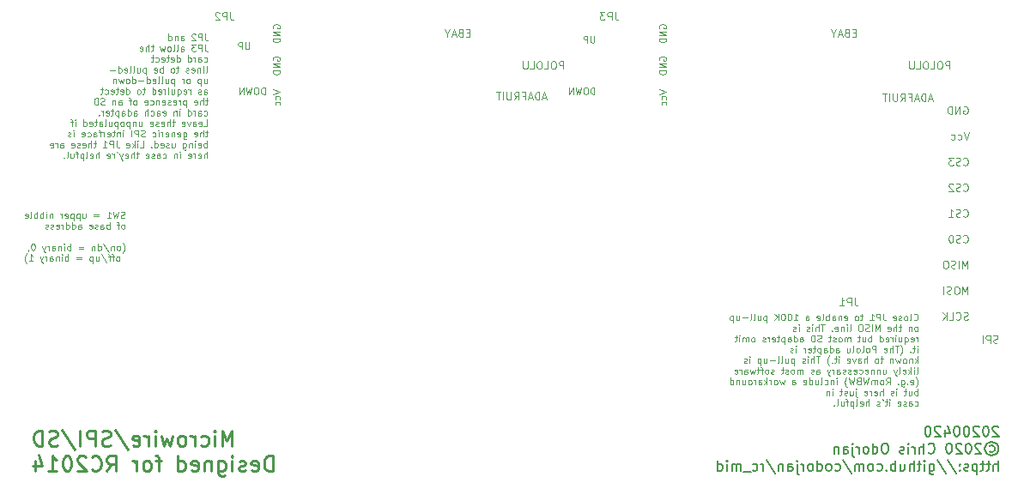
<source format=gbo>
G04 #@! TF.FileFunction,Legend,Bot*
%FSLAX46Y46*%
G04 Gerber Fmt 4.6, Leading zero omitted, Abs format (unit mm)*
G04 Created by KiCad (PCBNEW 4.0.5) date Mon Apr 20 22:21:36 2020*
%MOMM*%
%LPD*%
G01*
G04 APERTURE LIST*
%ADD10C,0.100000*%
%ADD11C,0.066000*%
%ADD12C,0.200000*%
%ADD13C,0.250000*%
G04 APERTURE END LIST*
D10*
D11*
X146400857Y-96818571D02*
X146400857Y-96158571D01*
X146243714Y-96158571D01*
X146149429Y-96190000D01*
X146086571Y-96252857D01*
X146055143Y-96315714D01*
X146023714Y-96441429D01*
X146023714Y-96535714D01*
X146055143Y-96661429D01*
X146086571Y-96724286D01*
X146149429Y-96787143D01*
X146243714Y-96818571D01*
X146400857Y-96818571D01*
X145615143Y-96158571D02*
X145489429Y-96158571D01*
X145426571Y-96190000D01*
X145363714Y-96252857D01*
X145332286Y-96378571D01*
X145332286Y-96598571D01*
X145363714Y-96724286D01*
X145426571Y-96787143D01*
X145489429Y-96818571D01*
X145615143Y-96818571D01*
X145678000Y-96787143D01*
X145740857Y-96724286D01*
X145772286Y-96598571D01*
X145772286Y-96378571D01*
X145740857Y-96252857D01*
X145678000Y-96190000D01*
X145615143Y-96158571D01*
X145112285Y-96158571D02*
X144955142Y-96818571D01*
X144829428Y-96347143D01*
X144703714Y-96818571D01*
X144546571Y-96158571D01*
X144295142Y-96818571D02*
X144295142Y-96158571D01*
X143917999Y-96818571D01*
X143917999Y-96158571D01*
X146400857Y-91078571D02*
X146400857Y-91612857D01*
X146369429Y-91675714D01*
X146338000Y-91707143D01*
X146275143Y-91738571D01*
X146149429Y-91738571D01*
X146086571Y-91707143D01*
X146055143Y-91675714D01*
X146023714Y-91612857D01*
X146023714Y-91078571D01*
X145709428Y-91738571D02*
X145709428Y-91078571D01*
X145458000Y-91078571D01*
X145395142Y-91110000D01*
X145363714Y-91141429D01*
X145332285Y-91204286D01*
X145332285Y-91298571D01*
X145363714Y-91361429D01*
X145395142Y-91392857D01*
X145458000Y-91424286D01*
X145709428Y-91424286D01*
X113892001Y-96818571D02*
X113892001Y-96158571D01*
X113734858Y-96158571D01*
X113640573Y-96190000D01*
X113577715Y-96252857D01*
X113546287Y-96315714D01*
X113514858Y-96441429D01*
X113514858Y-96535714D01*
X113546287Y-96661429D01*
X113577715Y-96724286D01*
X113640573Y-96787143D01*
X113734858Y-96818571D01*
X113892001Y-96818571D01*
X113106287Y-96158571D02*
X112980573Y-96158571D01*
X112917715Y-96190000D01*
X112854858Y-96252857D01*
X112823430Y-96378571D01*
X112823430Y-96598571D01*
X112854858Y-96724286D01*
X112917715Y-96787143D01*
X112980573Y-96818571D01*
X113106287Y-96818571D01*
X113169144Y-96787143D01*
X113232001Y-96724286D01*
X113263430Y-96598571D01*
X113263430Y-96378571D01*
X113232001Y-96252857D01*
X113169144Y-96190000D01*
X113106287Y-96158571D01*
X112603429Y-96158571D02*
X112446286Y-96818571D01*
X112320572Y-96347143D01*
X112194858Y-96818571D01*
X112037715Y-96158571D01*
X111786286Y-96818571D02*
X111786286Y-96158571D01*
X111409143Y-96818571D01*
X111409143Y-96158571D01*
X112319286Y-91713571D02*
X112319286Y-92247857D01*
X112287858Y-92310714D01*
X112256429Y-92342143D01*
X112193572Y-92373571D01*
X112067858Y-92373571D01*
X112005000Y-92342143D01*
X111973572Y-92310714D01*
X111942143Y-92247857D01*
X111942143Y-91713571D01*
X111627857Y-92373571D02*
X111627857Y-91713571D01*
X111376429Y-91713571D01*
X111313571Y-91745000D01*
X111282143Y-91776429D01*
X111250714Y-91839286D01*
X111250714Y-91933571D01*
X111282143Y-91996429D01*
X111313571Y-92027857D01*
X111376429Y-92059286D01*
X111627857Y-92059286D01*
X100077286Y-109026143D02*
X99983000Y-109057571D01*
X99825857Y-109057571D01*
X99763000Y-109026143D01*
X99731571Y-108994714D01*
X99700143Y-108931857D01*
X99700143Y-108869000D01*
X99731571Y-108806143D01*
X99763000Y-108774714D01*
X99825857Y-108743286D01*
X99951571Y-108711857D01*
X100014429Y-108680429D01*
X100045857Y-108649000D01*
X100077286Y-108586143D01*
X100077286Y-108523286D01*
X100045857Y-108460429D01*
X100014429Y-108429000D01*
X99951571Y-108397571D01*
X99794429Y-108397571D01*
X99700143Y-108429000D01*
X99480143Y-108397571D02*
X99323000Y-109057571D01*
X99197286Y-108586143D01*
X99071572Y-109057571D01*
X98914429Y-108397571D01*
X98317286Y-109057571D02*
X98694429Y-109057571D01*
X98505857Y-109057571D02*
X98505857Y-108397571D01*
X98568714Y-108491857D01*
X98631572Y-108554714D01*
X98694429Y-108586143D01*
X97531572Y-108711857D02*
X97028715Y-108711857D01*
X97028715Y-108900429D02*
X97531572Y-108900429D01*
X95928715Y-108617571D02*
X95928715Y-109057571D01*
X96211572Y-108617571D02*
X96211572Y-108963286D01*
X96180144Y-109026143D01*
X96117286Y-109057571D01*
X96023001Y-109057571D01*
X95960144Y-109026143D01*
X95928715Y-108994714D01*
X95614429Y-108617571D02*
X95614429Y-109277571D01*
X95614429Y-108649000D02*
X95551572Y-108617571D01*
X95425858Y-108617571D01*
X95363001Y-108649000D01*
X95331572Y-108680429D01*
X95300143Y-108743286D01*
X95300143Y-108931857D01*
X95331572Y-108994714D01*
X95363001Y-109026143D01*
X95425858Y-109057571D01*
X95551572Y-109057571D01*
X95614429Y-109026143D01*
X95017286Y-108617571D02*
X95017286Y-109277571D01*
X95017286Y-108649000D02*
X94954429Y-108617571D01*
X94828715Y-108617571D01*
X94765858Y-108649000D01*
X94734429Y-108680429D01*
X94703000Y-108743286D01*
X94703000Y-108931857D01*
X94734429Y-108994714D01*
X94765858Y-109026143D01*
X94828715Y-109057571D01*
X94954429Y-109057571D01*
X95017286Y-109026143D01*
X94168715Y-109026143D02*
X94231572Y-109057571D01*
X94357286Y-109057571D01*
X94420143Y-109026143D01*
X94451572Y-108963286D01*
X94451572Y-108711857D01*
X94420143Y-108649000D01*
X94357286Y-108617571D01*
X94231572Y-108617571D01*
X94168715Y-108649000D01*
X94137286Y-108711857D01*
X94137286Y-108774714D01*
X94451572Y-108837571D01*
X93854429Y-109057571D02*
X93854429Y-108617571D01*
X93854429Y-108743286D02*
X93823001Y-108680429D01*
X93791572Y-108649000D01*
X93728715Y-108617571D01*
X93665858Y-108617571D01*
X92943001Y-108617571D02*
X92943001Y-109057571D01*
X92943001Y-108680429D02*
X92911573Y-108649000D01*
X92848715Y-108617571D01*
X92754430Y-108617571D01*
X92691573Y-108649000D01*
X92660144Y-108711857D01*
X92660144Y-109057571D01*
X92345858Y-109057571D02*
X92345858Y-108617571D01*
X92345858Y-108397571D02*
X92377287Y-108429000D01*
X92345858Y-108460429D01*
X92314430Y-108429000D01*
X92345858Y-108397571D01*
X92345858Y-108460429D01*
X92031572Y-109057571D02*
X92031572Y-108397571D01*
X92031572Y-108649000D02*
X91968715Y-108617571D01*
X91843001Y-108617571D01*
X91780144Y-108649000D01*
X91748715Y-108680429D01*
X91717286Y-108743286D01*
X91717286Y-108931857D01*
X91748715Y-108994714D01*
X91780144Y-109026143D01*
X91843001Y-109057571D01*
X91968715Y-109057571D01*
X92031572Y-109026143D01*
X91434429Y-109057571D02*
X91434429Y-108397571D01*
X91434429Y-108649000D02*
X91371572Y-108617571D01*
X91245858Y-108617571D01*
X91183001Y-108649000D01*
X91151572Y-108680429D01*
X91120143Y-108743286D01*
X91120143Y-108931857D01*
X91151572Y-108994714D01*
X91183001Y-109026143D01*
X91245858Y-109057571D01*
X91371572Y-109057571D01*
X91434429Y-109026143D01*
X90743000Y-109057571D02*
X90805858Y-109026143D01*
X90837286Y-108963286D01*
X90837286Y-108397571D01*
X90240144Y-109026143D02*
X90303001Y-109057571D01*
X90428715Y-109057571D01*
X90491572Y-109026143D01*
X90523001Y-108963286D01*
X90523001Y-108711857D01*
X90491572Y-108649000D01*
X90428715Y-108617571D01*
X90303001Y-108617571D01*
X90240144Y-108649000D01*
X90208715Y-108711857D01*
X90208715Y-108774714D01*
X90523001Y-108837571D01*
X99951571Y-110113571D02*
X100014429Y-110082143D01*
X100045857Y-110050714D01*
X100077286Y-109987857D01*
X100077286Y-109799286D01*
X100045857Y-109736429D01*
X100014429Y-109705000D01*
X99951571Y-109673571D01*
X99857286Y-109673571D01*
X99794429Y-109705000D01*
X99763000Y-109736429D01*
X99731571Y-109799286D01*
X99731571Y-109987857D01*
X99763000Y-110050714D01*
X99794429Y-110082143D01*
X99857286Y-110113571D01*
X99951571Y-110113571D01*
X99543000Y-109673571D02*
X99291571Y-109673571D01*
X99448714Y-110113571D02*
X99448714Y-109547857D01*
X99417286Y-109485000D01*
X99354428Y-109453571D01*
X99291571Y-109453571D01*
X98568714Y-110113571D02*
X98568714Y-109453571D01*
X98568714Y-109705000D02*
X98505857Y-109673571D01*
X98380143Y-109673571D01*
X98317286Y-109705000D01*
X98285857Y-109736429D01*
X98254428Y-109799286D01*
X98254428Y-109987857D01*
X98285857Y-110050714D01*
X98317286Y-110082143D01*
X98380143Y-110113571D01*
X98505857Y-110113571D01*
X98568714Y-110082143D01*
X97688714Y-110113571D02*
X97688714Y-109767857D01*
X97720143Y-109705000D01*
X97783000Y-109673571D01*
X97908714Y-109673571D01*
X97971571Y-109705000D01*
X97688714Y-110082143D02*
X97751571Y-110113571D01*
X97908714Y-110113571D01*
X97971571Y-110082143D01*
X98003000Y-110019286D01*
X98003000Y-109956429D01*
X97971571Y-109893571D01*
X97908714Y-109862143D01*
X97751571Y-109862143D01*
X97688714Y-109830714D01*
X97405857Y-110082143D02*
X97343000Y-110113571D01*
X97217285Y-110113571D01*
X97154428Y-110082143D01*
X97123000Y-110019286D01*
X97123000Y-109987857D01*
X97154428Y-109925000D01*
X97217285Y-109893571D01*
X97311571Y-109893571D01*
X97374428Y-109862143D01*
X97405857Y-109799286D01*
X97405857Y-109767857D01*
X97374428Y-109705000D01*
X97311571Y-109673571D01*
X97217285Y-109673571D01*
X97154428Y-109705000D01*
X96588714Y-110082143D02*
X96651571Y-110113571D01*
X96777285Y-110113571D01*
X96840142Y-110082143D01*
X96871571Y-110019286D01*
X96871571Y-109767857D01*
X96840142Y-109705000D01*
X96777285Y-109673571D01*
X96651571Y-109673571D01*
X96588714Y-109705000D01*
X96557285Y-109767857D01*
X96557285Y-109830714D01*
X96871571Y-109893571D01*
X95488714Y-110113571D02*
X95488714Y-109767857D01*
X95520143Y-109705000D01*
X95583000Y-109673571D01*
X95708714Y-109673571D01*
X95771571Y-109705000D01*
X95488714Y-110082143D02*
X95551571Y-110113571D01*
X95708714Y-110113571D01*
X95771571Y-110082143D01*
X95803000Y-110019286D01*
X95803000Y-109956429D01*
X95771571Y-109893571D01*
X95708714Y-109862143D01*
X95551571Y-109862143D01*
X95488714Y-109830714D01*
X94891571Y-110113571D02*
X94891571Y-109453571D01*
X94891571Y-110082143D02*
X94954428Y-110113571D01*
X95080142Y-110113571D01*
X95143000Y-110082143D01*
X95174428Y-110050714D01*
X95205857Y-109987857D01*
X95205857Y-109799286D01*
X95174428Y-109736429D01*
X95143000Y-109705000D01*
X95080142Y-109673571D01*
X94954428Y-109673571D01*
X94891571Y-109705000D01*
X94294428Y-110113571D02*
X94294428Y-109453571D01*
X94294428Y-110082143D02*
X94357285Y-110113571D01*
X94482999Y-110113571D01*
X94545857Y-110082143D01*
X94577285Y-110050714D01*
X94608714Y-109987857D01*
X94608714Y-109799286D01*
X94577285Y-109736429D01*
X94545857Y-109705000D01*
X94482999Y-109673571D01*
X94357285Y-109673571D01*
X94294428Y-109705000D01*
X93980142Y-110113571D02*
X93980142Y-109673571D01*
X93980142Y-109799286D02*
X93948714Y-109736429D01*
X93917285Y-109705000D01*
X93854428Y-109673571D01*
X93791571Y-109673571D01*
X93320143Y-110082143D02*
X93383000Y-110113571D01*
X93508714Y-110113571D01*
X93571571Y-110082143D01*
X93603000Y-110019286D01*
X93603000Y-109767857D01*
X93571571Y-109705000D01*
X93508714Y-109673571D01*
X93383000Y-109673571D01*
X93320143Y-109705000D01*
X93288714Y-109767857D01*
X93288714Y-109830714D01*
X93603000Y-109893571D01*
X93037286Y-110082143D02*
X92974429Y-110113571D01*
X92848714Y-110113571D01*
X92785857Y-110082143D01*
X92754429Y-110019286D01*
X92754429Y-109987857D01*
X92785857Y-109925000D01*
X92848714Y-109893571D01*
X92943000Y-109893571D01*
X93005857Y-109862143D01*
X93037286Y-109799286D01*
X93037286Y-109767857D01*
X93005857Y-109705000D01*
X92943000Y-109673571D01*
X92848714Y-109673571D01*
X92785857Y-109705000D01*
X92503000Y-110082143D02*
X92440143Y-110113571D01*
X92314428Y-110113571D01*
X92251571Y-110082143D01*
X92220143Y-110019286D01*
X92220143Y-109987857D01*
X92251571Y-109925000D01*
X92314428Y-109893571D01*
X92408714Y-109893571D01*
X92471571Y-109862143D01*
X92503000Y-109799286D01*
X92503000Y-109767857D01*
X92471571Y-109705000D01*
X92408714Y-109673571D01*
X92314428Y-109673571D01*
X92251571Y-109705000D01*
X99857286Y-112477000D02*
X99888714Y-112445571D01*
X99951571Y-112351286D01*
X99983000Y-112288429D01*
X100014429Y-112194143D01*
X100045857Y-112037000D01*
X100045857Y-111911286D01*
X100014429Y-111754143D01*
X99983000Y-111659857D01*
X99951571Y-111597000D01*
X99888714Y-111502714D01*
X99857286Y-111471286D01*
X99511571Y-112225571D02*
X99574429Y-112194143D01*
X99605857Y-112162714D01*
X99637286Y-112099857D01*
X99637286Y-111911286D01*
X99605857Y-111848429D01*
X99574429Y-111817000D01*
X99511571Y-111785571D01*
X99417286Y-111785571D01*
X99354429Y-111817000D01*
X99323000Y-111848429D01*
X99291571Y-111911286D01*
X99291571Y-112099857D01*
X99323000Y-112162714D01*
X99354429Y-112194143D01*
X99417286Y-112225571D01*
X99511571Y-112225571D01*
X99008714Y-111785571D02*
X99008714Y-112225571D01*
X99008714Y-111848429D02*
X98977286Y-111817000D01*
X98914428Y-111785571D01*
X98820143Y-111785571D01*
X98757286Y-111817000D01*
X98725857Y-111879857D01*
X98725857Y-112225571D01*
X97940143Y-111534143D02*
X98505857Y-112382714D01*
X97437285Y-112225571D02*
X97437285Y-111565571D01*
X97437285Y-112194143D02*
X97500142Y-112225571D01*
X97625856Y-112225571D01*
X97688714Y-112194143D01*
X97720142Y-112162714D01*
X97751571Y-112099857D01*
X97751571Y-111911286D01*
X97720142Y-111848429D01*
X97688714Y-111817000D01*
X97625856Y-111785571D01*
X97500142Y-111785571D01*
X97437285Y-111817000D01*
X97122999Y-111785571D02*
X97122999Y-112225571D01*
X97122999Y-111848429D02*
X97091571Y-111817000D01*
X97028713Y-111785571D01*
X96934428Y-111785571D01*
X96871571Y-111817000D01*
X96840142Y-111879857D01*
X96840142Y-112225571D01*
X96022999Y-111879857D02*
X95520142Y-111879857D01*
X95520142Y-112068429D02*
X96022999Y-112068429D01*
X94702999Y-112225571D02*
X94702999Y-111565571D01*
X94702999Y-111817000D02*
X94640142Y-111785571D01*
X94514428Y-111785571D01*
X94451571Y-111817000D01*
X94420142Y-111848429D01*
X94388713Y-111911286D01*
X94388713Y-112099857D01*
X94420142Y-112162714D01*
X94451571Y-112194143D01*
X94514428Y-112225571D01*
X94640142Y-112225571D01*
X94702999Y-112194143D01*
X94105856Y-112225571D02*
X94105856Y-111785571D01*
X94105856Y-111565571D02*
X94137285Y-111597000D01*
X94105856Y-111628429D01*
X94074428Y-111597000D01*
X94105856Y-111565571D01*
X94105856Y-111628429D01*
X93791570Y-111785571D02*
X93791570Y-112225571D01*
X93791570Y-111848429D02*
X93760142Y-111817000D01*
X93697284Y-111785571D01*
X93602999Y-111785571D01*
X93540142Y-111817000D01*
X93508713Y-111879857D01*
X93508713Y-112225571D01*
X92911570Y-112225571D02*
X92911570Y-111879857D01*
X92942999Y-111817000D01*
X93005856Y-111785571D01*
X93131570Y-111785571D01*
X93194427Y-111817000D01*
X92911570Y-112194143D02*
X92974427Y-112225571D01*
X93131570Y-112225571D01*
X93194427Y-112194143D01*
X93225856Y-112131286D01*
X93225856Y-112068429D01*
X93194427Y-112005571D01*
X93131570Y-111974143D01*
X92974427Y-111974143D01*
X92911570Y-111942714D01*
X92597284Y-112225571D02*
X92597284Y-111785571D01*
X92597284Y-111911286D02*
X92565856Y-111848429D01*
X92534427Y-111817000D01*
X92471570Y-111785571D01*
X92408713Y-111785571D01*
X92251570Y-111785571D02*
X92094427Y-112225571D01*
X91937285Y-111785571D02*
X92094427Y-112225571D01*
X92157285Y-112382714D01*
X92188713Y-112414143D01*
X92251570Y-112445571D01*
X91057285Y-111565571D02*
X90994428Y-111565571D01*
X90931571Y-111597000D01*
X90900142Y-111628429D01*
X90868713Y-111691286D01*
X90837285Y-111817000D01*
X90837285Y-111974143D01*
X90868713Y-112099857D01*
X90900142Y-112162714D01*
X90931571Y-112194143D01*
X90994428Y-112225571D01*
X91057285Y-112225571D01*
X91120142Y-112194143D01*
X91151571Y-112162714D01*
X91182999Y-112099857D01*
X91214428Y-111974143D01*
X91214428Y-111817000D01*
X91182999Y-111691286D01*
X91151571Y-111628429D01*
X91120142Y-111597000D01*
X91057285Y-111565571D01*
X90523000Y-112194143D02*
X90523000Y-112225571D01*
X90554428Y-112288429D01*
X90585857Y-112319857D01*
X99448714Y-113281571D02*
X99511572Y-113250143D01*
X99543000Y-113218714D01*
X99574429Y-113155857D01*
X99574429Y-112967286D01*
X99543000Y-112904429D01*
X99511572Y-112873000D01*
X99448714Y-112841571D01*
X99354429Y-112841571D01*
X99291572Y-112873000D01*
X99260143Y-112904429D01*
X99228714Y-112967286D01*
X99228714Y-113155857D01*
X99260143Y-113218714D01*
X99291572Y-113250143D01*
X99354429Y-113281571D01*
X99448714Y-113281571D01*
X99040143Y-112841571D02*
X98788714Y-112841571D01*
X98945857Y-113281571D02*
X98945857Y-112715857D01*
X98914429Y-112653000D01*
X98851571Y-112621571D01*
X98788714Y-112621571D01*
X98663000Y-112841571D02*
X98411571Y-112841571D01*
X98568714Y-113281571D02*
X98568714Y-112715857D01*
X98537286Y-112653000D01*
X98474428Y-112621571D01*
X98411571Y-112621571D01*
X97720143Y-112590143D02*
X98285857Y-113438714D01*
X97217285Y-112841571D02*
X97217285Y-113281571D01*
X97500142Y-112841571D02*
X97500142Y-113187286D01*
X97468714Y-113250143D01*
X97405856Y-113281571D01*
X97311571Y-113281571D01*
X97248714Y-113250143D01*
X97217285Y-113218714D01*
X96902999Y-112841571D02*
X96902999Y-113501571D01*
X96902999Y-112873000D02*
X96840142Y-112841571D01*
X96714428Y-112841571D01*
X96651571Y-112873000D01*
X96620142Y-112904429D01*
X96588713Y-112967286D01*
X96588713Y-113155857D01*
X96620142Y-113218714D01*
X96651571Y-113250143D01*
X96714428Y-113281571D01*
X96840142Y-113281571D01*
X96902999Y-113250143D01*
X95802999Y-112935857D02*
X95300142Y-112935857D01*
X95300142Y-113124429D02*
X95802999Y-113124429D01*
X94482999Y-113281571D02*
X94482999Y-112621571D01*
X94482999Y-112873000D02*
X94420142Y-112841571D01*
X94294428Y-112841571D01*
X94231571Y-112873000D01*
X94200142Y-112904429D01*
X94168713Y-112967286D01*
X94168713Y-113155857D01*
X94200142Y-113218714D01*
X94231571Y-113250143D01*
X94294428Y-113281571D01*
X94420142Y-113281571D01*
X94482999Y-113250143D01*
X93885856Y-113281571D02*
X93885856Y-112841571D01*
X93885856Y-112621571D02*
X93917285Y-112653000D01*
X93885856Y-112684429D01*
X93854428Y-112653000D01*
X93885856Y-112621571D01*
X93885856Y-112684429D01*
X93571570Y-112841571D02*
X93571570Y-113281571D01*
X93571570Y-112904429D02*
X93540142Y-112873000D01*
X93477284Y-112841571D01*
X93382999Y-112841571D01*
X93320142Y-112873000D01*
X93288713Y-112935857D01*
X93288713Y-113281571D01*
X92691570Y-113281571D02*
X92691570Y-112935857D01*
X92722999Y-112873000D01*
X92785856Y-112841571D01*
X92911570Y-112841571D01*
X92974427Y-112873000D01*
X92691570Y-113250143D02*
X92754427Y-113281571D01*
X92911570Y-113281571D01*
X92974427Y-113250143D01*
X93005856Y-113187286D01*
X93005856Y-113124429D01*
X92974427Y-113061571D01*
X92911570Y-113030143D01*
X92754427Y-113030143D01*
X92691570Y-112998714D01*
X92377284Y-113281571D02*
X92377284Y-112841571D01*
X92377284Y-112967286D02*
X92345856Y-112904429D01*
X92314427Y-112873000D01*
X92251570Y-112841571D01*
X92188713Y-112841571D01*
X92031570Y-112841571D02*
X91874427Y-113281571D01*
X91717285Y-112841571D02*
X91874427Y-113281571D01*
X91937285Y-113438714D01*
X91968713Y-113470143D01*
X92031570Y-113501571D01*
X90617285Y-113281571D02*
X90994428Y-113281571D01*
X90805856Y-113281571D02*
X90805856Y-112621571D01*
X90868713Y-112715857D01*
X90931571Y-112778714D01*
X90994428Y-112810143D01*
X90397285Y-113533000D02*
X90365857Y-113501571D01*
X90303000Y-113407286D01*
X90271571Y-113344429D01*
X90240142Y-113250143D01*
X90208714Y-113093000D01*
X90208714Y-112967286D01*
X90240142Y-112810143D01*
X90271571Y-112715857D01*
X90303000Y-112653000D01*
X90365857Y-112558714D01*
X90397285Y-112527286D01*
X107985286Y-90858571D02*
X107985286Y-91330000D01*
X108016714Y-91424286D01*
X108079571Y-91487143D01*
X108173857Y-91518571D01*
X108236714Y-91518571D01*
X107671000Y-91518571D02*
X107671000Y-90858571D01*
X107419572Y-90858571D01*
X107356714Y-90890000D01*
X107325286Y-90921429D01*
X107293857Y-90984286D01*
X107293857Y-91078571D01*
X107325286Y-91141429D01*
X107356714Y-91172857D01*
X107419572Y-91204286D01*
X107671000Y-91204286D01*
X107042429Y-90921429D02*
X107011000Y-90890000D01*
X106948143Y-90858571D01*
X106791000Y-90858571D01*
X106728143Y-90890000D01*
X106696714Y-90921429D01*
X106665286Y-90984286D01*
X106665286Y-91047143D01*
X106696714Y-91141429D01*
X107073857Y-91518571D01*
X106665286Y-91518571D01*
X105596715Y-91518571D02*
X105596715Y-91172857D01*
X105628144Y-91110000D01*
X105691001Y-91078571D01*
X105816715Y-91078571D01*
X105879572Y-91110000D01*
X105596715Y-91487143D02*
X105659572Y-91518571D01*
X105816715Y-91518571D01*
X105879572Y-91487143D01*
X105911001Y-91424286D01*
X105911001Y-91361429D01*
X105879572Y-91298571D01*
X105816715Y-91267143D01*
X105659572Y-91267143D01*
X105596715Y-91235714D01*
X105282429Y-91078571D02*
X105282429Y-91518571D01*
X105282429Y-91141429D02*
X105251001Y-91110000D01*
X105188143Y-91078571D01*
X105093858Y-91078571D01*
X105031001Y-91110000D01*
X104999572Y-91172857D01*
X104999572Y-91518571D01*
X104402429Y-91518571D02*
X104402429Y-90858571D01*
X104402429Y-91487143D02*
X104465286Y-91518571D01*
X104591000Y-91518571D01*
X104653858Y-91487143D01*
X104685286Y-91455714D01*
X104716715Y-91392857D01*
X104716715Y-91204286D01*
X104685286Y-91141429D01*
X104653858Y-91110000D01*
X104591000Y-91078571D01*
X104465286Y-91078571D01*
X104402429Y-91110000D01*
X107985286Y-91914571D02*
X107985286Y-92386000D01*
X108016714Y-92480286D01*
X108079571Y-92543143D01*
X108173857Y-92574571D01*
X108236714Y-92574571D01*
X107671000Y-92574571D02*
X107671000Y-91914571D01*
X107419572Y-91914571D01*
X107356714Y-91946000D01*
X107325286Y-91977429D01*
X107293857Y-92040286D01*
X107293857Y-92134571D01*
X107325286Y-92197429D01*
X107356714Y-92228857D01*
X107419572Y-92260286D01*
X107671000Y-92260286D01*
X107073857Y-91914571D02*
X106665286Y-91914571D01*
X106885286Y-92166000D01*
X106791000Y-92166000D01*
X106728143Y-92197429D01*
X106696714Y-92228857D01*
X106665286Y-92291714D01*
X106665286Y-92448857D01*
X106696714Y-92511714D01*
X106728143Y-92543143D01*
X106791000Y-92574571D01*
X106979572Y-92574571D01*
X107042429Y-92543143D01*
X107073857Y-92511714D01*
X105596715Y-92574571D02*
X105596715Y-92228857D01*
X105628144Y-92166000D01*
X105691001Y-92134571D01*
X105816715Y-92134571D01*
X105879572Y-92166000D01*
X105596715Y-92543143D02*
X105659572Y-92574571D01*
X105816715Y-92574571D01*
X105879572Y-92543143D01*
X105911001Y-92480286D01*
X105911001Y-92417429D01*
X105879572Y-92354571D01*
X105816715Y-92323143D01*
X105659572Y-92323143D01*
X105596715Y-92291714D01*
X105188143Y-92574571D02*
X105251001Y-92543143D01*
X105282429Y-92480286D01*
X105282429Y-91914571D01*
X104842429Y-92574571D02*
X104905287Y-92543143D01*
X104936715Y-92480286D01*
X104936715Y-91914571D01*
X104496715Y-92574571D02*
X104559573Y-92543143D01*
X104591001Y-92511714D01*
X104622430Y-92448857D01*
X104622430Y-92260286D01*
X104591001Y-92197429D01*
X104559573Y-92166000D01*
X104496715Y-92134571D01*
X104402430Y-92134571D01*
X104339573Y-92166000D01*
X104308144Y-92197429D01*
X104276715Y-92260286D01*
X104276715Y-92448857D01*
X104308144Y-92511714D01*
X104339573Y-92543143D01*
X104402430Y-92574571D01*
X104496715Y-92574571D01*
X104056715Y-92134571D02*
X103931001Y-92574571D01*
X103805287Y-92260286D01*
X103679572Y-92574571D01*
X103553858Y-92134571D01*
X102893858Y-92134571D02*
X102642429Y-92134571D01*
X102799572Y-91914571D02*
X102799572Y-92480286D01*
X102768144Y-92543143D01*
X102705286Y-92574571D01*
X102642429Y-92574571D01*
X102422429Y-92574571D02*
X102422429Y-91914571D01*
X102139572Y-92574571D02*
X102139572Y-92228857D01*
X102171001Y-92166000D01*
X102233858Y-92134571D01*
X102328143Y-92134571D01*
X102391001Y-92166000D01*
X102422429Y-92197429D01*
X101573858Y-92543143D02*
X101636715Y-92574571D01*
X101762429Y-92574571D01*
X101825286Y-92543143D01*
X101856715Y-92480286D01*
X101856715Y-92228857D01*
X101825286Y-92166000D01*
X101762429Y-92134571D01*
X101636715Y-92134571D01*
X101573858Y-92166000D01*
X101542429Y-92228857D01*
X101542429Y-92291714D01*
X101856715Y-92354571D01*
X107891000Y-93599143D02*
X107953857Y-93630571D01*
X108079571Y-93630571D01*
X108142429Y-93599143D01*
X108173857Y-93567714D01*
X108205286Y-93504857D01*
X108205286Y-93316286D01*
X108173857Y-93253429D01*
X108142429Y-93222000D01*
X108079571Y-93190571D01*
X107953857Y-93190571D01*
X107891000Y-93222000D01*
X107325286Y-93630571D02*
X107325286Y-93284857D01*
X107356715Y-93222000D01*
X107419572Y-93190571D01*
X107545286Y-93190571D01*
X107608143Y-93222000D01*
X107325286Y-93599143D02*
X107388143Y-93630571D01*
X107545286Y-93630571D01*
X107608143Y-93599143D01*
X107639572Y-93536286D01*
X107639572Y-93473429D01*
X107608143Y-93410571D01*
X107545286Y-93379143D01*
X107388143Y-93379143D01*
X107325286Y-93347714D01*
X107011000Y-93630571D02*
X107011000Y-93190571D01*
X107011000Y-93316286D02*
X106979572Y-93253429D01*
X106948143Y-93222000D01*
X106885286Y-93190571D01*
X106822429Y-93190571D01*
X106319572Y-93630571D02*
X106319572Y-92970571D01*
X106319572Y-93599143D02*
X106382429Y-93630571D01*
X106508143Y-93630571D01*
X106571001Y-93599143D01*
X106602429Y-93567714D01*
X106633858Y-93504857D01*
X106633858Y-93316286D01*
X106602429Y-93253429D01*
X106571001Y-93222000D01*
X106508143Y-93190571D01*
X106382429Y-93190571D01*
X106319572Y-93222000D01*
X105219572Y-93630571D02*
X105219572Y-92970571D01*
X105219572Y-93599143D02*
X105282429Y-93630571D01*
X105408143Y-93630571D01*
X105471001Y-93599143D01*
X105502429Y-93567714D01*
X105533858Y-93504857D01*
X105533858Y-93316286D01*
X105502429Y-93253429D01*
X105471001Y-93222000D01*
X105408143Y-93190571D01*
X105282429Y-93190571D01*
X105219572Y-93222000D01*
X104653858Y-93599143D02*
X104716715Y-93630571D01*
X104842429Y-93630571D01*
X104905286Y-93599143D01*
X104936715Y-93536286D01*
X104936715Y-93284857D01*
X104905286Y-93222000D01*
X104842429Y-93190571D01*
X104716715Y-93190571D01*
X104653858Y-93222000D01*
X104622429Y-93284857D01*
X104622429Y-93347714D01*
X104936715Y-93410571D01*
X104433858Y-93190571D02*
X104182429Y-93190571D01*
X104339572Y-92970571D02*
X104339572Y-93536286D01*
X104308144Y-93599143D01*
X104245286Y-93630571D01*
X104182429Y-93630571D01*
X103711001Y-93599143D02*
X103773858Y-93630571D01*
X103899572Y-93630571D01*
X103962429Y-93599143D01*
X103993858Y-93536286D01*
X103993858Y-93284857D01*
X103962429Y-93222000D01*
X103899572Y-93190571D01*
X103773858Y-93190571D01*
X103711001Y-93222000D01*
X103679572Y-93284857D01*
X103679572Y-93347714D01*
X103993858Y-93410571D01*
X103113858Y-93599143D02*
X103176715Y-93630571D01*
X103302429Y-93630571D01*
X103365287Y-93599143D01*
X103396715Y-93567714D01*
X103428144Y-93504857D01*
X103428144Y-93316286D01*
X103396715Y-93253429D01*
X103365287Y-93222000D01*
X103302429Y-93190571D01*
X103176715Y-93190571D01*
X103113858Y-93222000D01*
X102925287Y-93190571D02*
X102673858Y-93190571D01*
X102831001Y-92970571D02*
X102831001Y-93536286D01*
X102799573Y-93599143D01*
X102736715Y-93630571D01*
X102673858Y-93630571D01*
X108079571Y-94686571D02*
X108142429Y-94655143D01*
X108173857Y-94592286D01*
X108173857Y-94026571D01*
X107828143Y-94686571D02*
X107828143Y-94246571D01*
X107828143Y-94026571D02*
X107859572Y-94058000D01*
X107828143Y-94089429D01*
X107796715Y-94058000D01*
X107828143Y-94026571D01*
X107828143Y-94089429D01*
X107513857Y-94246571D02*
X107513857Y-94686571D01*
X107513857Y-94309429D02*
X107482429Y-94278000D01*
X107419571Y-94246571D01*
X107325286Y-94246571D01*
X107262429Y-94278000D01*
X107231000Y-94340857D01*
X107231000Y-94686571D01*
X106665286Y-94655143D02*
X106728143Y-94686571D01*
X106853857Y-94686571D01*
X106916714Y-94655143D01*
X106948143Y-94592286D01*
X106948143Y-94340857D01*
X106916714Y-94278000D01*
X106853857Y-94246571D01*
X106728143Y-94246571D01*
X106665286Y-94278000D01*
X106633857Y-94340857D01*
X106633857Y-94403714D01*
X106948143Y-94466571D01*
X106382429Y-94655143D02*
X106319572Y-94686571D01*
X106193857Y-94686571D01*
X106131000Y-94655143D01*
X106099572Y-94592286D01*
X106099572Y-94560857D01*
X106131000Y-94498000D01*
X106193857Y-94466571D01*
X106288143Y-94466571D01*
X106351000Y-94435143D01*
X106382429Y-94372286D01*
X106382429Y-94340857D01*
X106351000Y-94278000D01*
X106288143Y-94246571D01*
X106193857Y-94246571D01*
X106131000Y-94278000D01*
X105408143Y-94246571D02*
X105156714Y-94246571D01*
X105313857Y-94026571D02*
X105313857Y-94592286D01*
X105282429Y-94655143D01*
X105219571Y-94686571D01*
X105156714Y-94686571D01*
X104842428Y-94686571D02*
X104905286Y-94655143D01*
X104936714Y-94623714D01*
X104968143Y-94560857D01*
X104968143Y-94372286D01*
X104936714Y-94309429D01*
X104905286Y-94278000D01*
X104842428Y-94246571D01*
X104748143Y-94246571D01*
X104685286Y-94278000D01*
X104653857Y-94309429D01*
X104622428Y-94372286D01*
X104622428Y-94560857D01*
X104653857Y-94623714D01*
X104685286Y-94655143D01*
X104748143Y-94686571D01*
X104842428Y-94686571D01*
X103836714Y-94686571D02*
X103836714Y-94026571D01*
X103836714Y-94278000D02*
X103773857Y-94246571D01*
X103648143Y-94246571D01*
X103585286Y-94278000D01*
X103553857Y-94309429D01*
X103522428Y-94372286D01*
X103522428Y-94560857D01*
X103553857Y-94623714D01*
X103585286Y-94655143D01*
X103648143Y-94686571D01*
X103773857Y-94686571D01*
X103836714Y-94655143D01*
X102988143Y-94655143D02*
X103051000Y-94686571D01*
X103176714Y-94686571D01*
X103239571Y-94655143D01*
X103271000Y-94592286D01*
X103271000Y-94340857D01*
X103239571Y-94278000D01*
X103176714Y-94246571D01*
X103051000Y-94246571D01*
X102988143Y-94278000D01*
X102956714Y-94340857D01*
X102956714Y-94403714D01*
X103271000Y-94466571D01*
X102171000Y-94246571D02*
X102171000Y-94906571D01*
X102171000Y-94278000D02*
X102108143Y-94246571D01*
X101982429Y-94246571D01*
X101919572Y-94278000D01*
X101888143Y-94309429D01*
X101856714Y-94372286D01*
X101856714Y-94560857D01*
X101888143Y-94623714D01*
X101919572Y-94655143D01*
X101982429Y-94686571D01*
X102108143Y-94686571D01*
X102171000Y-94655143D01*
X101291000Y-94246571D02*
X101291000Y-94686571D01*
X101573857Y-94246571D02*
X101573857Y-94592286D01*
X101542429Y-94655143D01*
X101479571Y-94686571D01*
X101385286Y-94686571D01*
X101322429Y-94655143D01*
X101291000Y-94623714D01*
X100882428Y-94686571D02*
X100945286Y-94655143D01*
X100976714Y-94592286D01*
X100976714Y-94026571D01*
X100536714Y-94686571D02*
X100599572Y-94655143D01*
X100631000Y-94592286D01*
X100631000Y-94026571D01*
X100033858Y-94655143D02*
X100096715Y-94686571D01*
X100222429Y-94686571D01*
X100285286Y-94655143D01*
X100316715Y-94592286D01*
X100316715Y-94340857D01*
X100285286Y-94278000D01*
X100222429Y-94246571D01*
X100096715Y-94246571D01*
X100033858Y-94278000D01*
X100002429Y-94340857D01*
X100002429Y-94403714D01*
X100316715Y-94466571D01*
X99436715Y-94686571D02*
X99436715Y-94026571D01*
X99436715Y-94655143D02*
X99499572Y-94686571D01*
X99625286Y-94686571D01*
X99688144Y-94655143D01*
X99719572Y-94623714D01*
X99751001Y-94560857D01*
X99751001Y-94372286D01*
X99719572Y-94309429D01*
X99688144Y-94278000D01*
X99625286Y-94246571D01*
X99499572Y-94246571D01*
X99436715Y-94278000D01*
X99122429Y-94435143D02*
X98619572Y-94435143D01*
X107891000Y-95302571D02*
X107891000Y-95742571D01*
X108173857Y-95302571D02*
X108173857Y-95648286D01*
X108142429Y-95711143D01*
X108079571Y-95742571D01*
X107985286Y-95742571D01*
X107922429Y-95711143D01*
X107891000Y-95679714D01*
X107576714Y-95302571D02*
X107576714Y-95962571D01*
X107576714Y-95334000D02*
X107513857Y-95302571D01*
X107388143Y-95302571D01*
X107325286Y-95334000D01*
X107293857Y-95365429D01*
X107262428Y-95428286D01*
X107262428Y-95616857D01*
X107293857Y-95679714D01*
X107325286Y-95711143D01*
X107388143Y-95742571D01*
X107513857Y-95742571D01*
X107576714Y-95711143D01*
X106382428Y-95742571D02*
X106445286Y-95711143D01*
X106476714Y-95679714D01*
X106508143Y-95616857D01*
X106508143Y-95428286D01*
X106476714Y-95365429D01*
X106445286Y-95334000D01*
X106382428Y-95302571D01*
X106288143Y-95302571D01*
X106225286Y-95334000D01*
X106193857Y-95365429D01*
X106162428Y-95428286D01*
X106162428Y-95616857D01*
X106193857Y-95679714D01*
X106225286Y-95711143D01*
X106288143Y-95742571D01*
X106382428Y-95742571D01*
X105879571Y-95742571D02*
X105879571Y-95302571D01*
X105879571Y-95428286D02*
X105848143Y-95365429D01*
X105816714Y-95334000D01*
X105753857Y-95302571D01*
X105691000Y-95302571D01*
X104968143Y-95302571D02*
X104968143Y-95962571D01*
X104968143Y-95334000D02*
X104905286Y-95302571D01*
X104779572Y-95302571D01*
X104716715Y-95334000D01*
X104685286Y-95365429D01*
X104653857Y-95428286D01*
X104653857Y-95616857D01*
X104685286Y-95679714D01*
X104716715Y-95711143D01*
X104779572Y-95742571D01*
X104905286Y-95742571D01*
X104968143Y-95711143D01*
X104088143Y-95302571D02*
X104088143Y-95742571D01*
X104371000Y-95302571D02*
X104371000Y-95648286D01*
X104339572Y-95711143D01*
X104276714Y-95742571D01*
X104182429Y-95742571D01*
X104119572Y-95711143D01*
X104088143Y-95679714D01*
X103679571Y-95742571D02*
X103742429Y-95711143D01*
X103773857Y-95648286D01*
X103773857Y-95082571D01*
X103333857Y-95742571D02*
X103396715Y-95711143D01*
X103428143Y-95648286D01*
X103428143Y-95082571D01*
X102831001Y-95711143D02*
X102893858Y-95742571D01*
X103019572Y-95742571D01*
X103082429Y-95711143D01*
X103113858Y-95648286D01*
X103113858Y-95396857D01*
X103082429Y-95334000D01*
X103019572Y-95302571D01*
X102893858Y-95302571D01*
X102831001Y-95334000D01*
X102799572Y-95396857D01*
X102799572Y-95459714D01*
X103113858Y-95522571D01*
X102233858Y-95742571D02*
X102233858Y-95082571D01*
X102233858Y-95711143D02*
X102296715Y-95742571D01*
X102422429Y-95742571D01*
X102485287Y-95711143D01*
X102516715Y-95679714D01*
X102548144Y-95616857D01*
X102548144Y-95428286D01*
X102516715Y-95365429D01*
X102485287Y-95334000D01*
X102422429Y-95302571D01*
X102296715Y-95302571D01*
X102233858Y-95334000D01*
X101919572Y-95491143D02*
X101416715Y-95491143D01*
X100819572Y-95742571D02*
X100819572Y-95082571D01*
X100819572Y-95711143D02*
X100882429Y-95742571D01*
X101008143Y-95742571D01*
X101071001Y-95711143D01*
X101102429Y-95679714D01*
X101133858Y-95616857D01*
X101133858Y-95428286D01*
X101102429Y-95365429D01*
X101071001Y-95334000D01*
X101008143Y-95302571D01*
X100882429Y-95302571D01*
X100819572Y-95334000D01*
X100411000Y-95742571D02*
X100473858Y-95711143D01*
X100505286Y-95679714D01*
X100536715Y-95616857D01*
X100536715Y-95428286D01*
X100505286Y-95365429D01*
X100473858Y-95334000D01*
X100411000Y-95302571D01*
X100316715Y-95302571D01*
X100253858Y-95334000D01*
X100222429Y-95365429D01*
X100191000Y-95428286D01*
X100191000Y-95616857D01*
X100222429Y-95679714D01*
X100253858Y-95711143D01*
X100316715Y-95742571D01*
X100411000Y-95742571D01*
X99971000Y-95302571D02*
X99845286Y-95742571D01*
X99719572Y-95428286D01*
X99593857Y-95742571D01*
X99468143Y-95302571D01*
X99216714Y-95302571D02*
X99216714Y-95742571D01*
X99216714Y-95365429D02*
X99185286Y-95334000D01*
X99122428Y-95302571D01*
X99028143Y-95302571D01*
X98965286Y-95334000D01*
X98933857Y-95396857D01*
X98933857Y-95742571D01*
X107891000Y-96798571D02*
X107891000Y-96452857D01*
X107922429Y-96390000D01*
X107985286Y-96358571D01*
X108111000Y-96358571D01*
X108173857Y-96390000D01*
X107891000Y-96767143D02*
X107953857Y-96798571D01*
X108111000Y-96798571D01*
X108173857Y-96767143D01*
X108205286Y-96704286D01*
X108205286Y-96641429D01*
X108173857Y-96578571D01*
X108111000Y-96547143D01*
X107953857Y-96547143D01*
X107891000Y-96515714D01*
X107608143Y-96767143D02*
X107545286Y-96798571D01*
X107419571Y-96798571D01*
X107356714Y-96767143D01*
X107325286Y-96704286D01*
X107325286Y-96672857D01*
X107356714Y-96610000D01*
X107419571Y-96578571D01*
X107513857Y-96578571D01*
X107576714Y-96547143D01*
X107608143Y-96484286D01*
X107608143Y-96452857D01*
X107576714Y-96390000D01*
X107513857Y-96358571D01*
X107419571Y-96358571D01*
X107356714Y-96390000D01*
X106539571Y-96798571D02*
X106539571Y-96358571D01*
X106539571Y-96484286D02*
X106508143Y-96421429D01*
X106476714Y-96390000D01*
X106413857Y-96358571D01*
X106351000Y-96358571D01*
X105879572Y-96767143D02*
X105942429Y-96798571D01*
X106068143Y-96798571D01*
X106131000Y-96767143D01*
X106162429Y-96704286D01*
X106162429Y-96452857D01*
X106131000Y-96390000D01*
X106068143Y-96358571D01*
X105942429Y-96358571D01*
X105879572Y-96390000D01*
X105848143Y-96452857D01*
X105848143Y-96515714D01*
X106162429Y-96578571D01*
X105282429Y-96358571D02*
X105282429Y-97018571D01*
X105282429Y-96767143D02*
X105345286Y-96798571D01*
X105471000Y-96798571D01*
X105533858Y-96767143D01*
X105565286Y-96735714D01*
X105596715Y-96672857D01*
X105596715Y-96484286D01*
X105565286Y-96421429D01*
X105533858Y-96390000D01*
X105471000Y-96358571D01*
X105345286Y-96358571D01*
X105282429Y-96390000D01*
X104685286Y-96358571D02*
X104685286Y-96798571D01*
X104968143Y-96358571D02*
X104968143Y-96704286D01*
X104936715Y-96767143D01*
X104873857Y-96798571D01*
X104779572Y-96798571D01*
X104716715Y-96767143D01*
X104685286Y-96735714D01*
X104371000Y-96798571D02*
X104371000Y-96358571D01*
X104371000Y-96138571D02*
X104402429Y-96170000D01*
X104371000Y-96201429D01*
X104339572Y-96170000D01*
X104371000Y-96138571D01*
X104371000Y-96201429D01*
X104056714Y-96798571D02*
X104056714Y-96358571D01*
X104056714Y-96484286D02*
X104025286Y-96421429D01*
X103993857Y-96390000D01*
X103931000Y-96358571D01*
X103868143Y-96358571D01*
X103396715Y-96767143D02*
X103459572Y-96798571D01*
X103585286Y-96798571D01*
X103648143Y-96767143D01*
X103679572Y-96704286D01*
X103679572Y-96452857D01*
X103648143Y-96390000D01*
X103585286Y-96358571D01*
X103459572Y-96358571D01*
X103396715Y-96390000D01*
X103365286Y-96452857D01*
X103365286Y-96515714D01*
X103679572Y-96578571D01*
X102799572Y-96798571D02*
X102799572Y-96138571D01*
X102799572Y-96767143D02*
X102862429Y-96798571D01*
X102988143Y-96798571D01*
X103051001Y-96767143D01*
X103082429Y-96735714D01*
X103113858Y-96672857D01*
X103113858Y-96484286D01*
X103082429Y-96421429D01*
X103051001Y-96390000D01*
X102988143Y-96358571D01*
X102862429Y-96358571D01*
X102799572Y-96390000D01*
X102076715Y-96358571D02*
X101825286Y-96358571D01*
X101982429Y-96138571D02*
X101982429Y-96704286D01*
X101951001Y-96767143D01*
X101888143Y-96798571D01*
X101825286Y-96798571D01*
X101511000Y-96798571D02*
X101573858Y-96767143D01*
X101605286Y-96735714D01*
X101636715Y-96672857D01*
X101636715Y-96484286D01*
X101605286Y-96421429D01*
X101573858Y-96390000D01*
X101511000Y-96358571D01*
X101416715Y-96358571D01*
X101353858Y-96390000D01*
X101322429Y-96421429D01*
X101291000Y-96484286D01*
X101291000Y-96672857D01*
X101322429Y-96735714D01*
X101353858Y-96767143D01*
X101416715Y-96798571D01*
X101511000Y-96798571D01*
X100222429Y-96798571D02*
X100222429Y-96138571D01*
X100222429Y-96767143D02*
X100285286Y-96798571D01*
X100411000Y-96798571D01*
X100473858Y-96767143D01*
X100505286Y-96735714D01*
X100536715Y-96672857D01*
X100536715Y-96484286D01*
X100505286Y-96421429D01*
X100473858Y-96390000D01*
X100411000Y-96358571D01*
X100285286Y-96358571D01*
X100222429Y-96390000D01*
X99656715Y-96767143D02*
X99719572Y-96798571D01*
X99845286Y-96798571D01*
X99908143Y-96767143D01*
X99939572Y-96704286D01*
X99939572Y-96452857D01*
X99908143Y-96390000D01*
X99845286Y-96358571D01*
X99719572Y-96358571D01*
X99656715Y-96390000D01*
X99625286Y-96452857D01*
X99625286Y-96515714D01*
X99939572Y-96578571D01*
X99436715Y-96358571D02*
X99185286Y-96358571D01*
X99342429Y-96138571D02*
X99342429Y-96704286D01*
X99311001Y-96767143D01*
X99248143Y-96798571D01*
X99185286Y-96798571D01*
X98713858Y-96767143D02*
X98776715Y-96798571D01*
X98902429Y-96798571D01*
X98965286Y-96767143D01*
X98996715Y-96704286D01*
X98996715Y-96452857D01*
X98965286Y-96390000D01*
X98902429Y-96358571D01*
X98776715Y-96358571D01*
X98713858Y-96390000D01*
X98682429Y-96452857D01*
X98682429Y-96515714D01*
X98996715Y-96578571D01*
X98116715Y-96767143D02*
X98179572Y-96798571D01*
X98305286Y-96798571D01*
X98368144Y-96767143D01*
X98399572Y-96735714D01*
X98431001Y-96672857D01*
X98431001Y-96484286D01*
X98399572Y-96421429D01*
X98368144Y-96390000D01*
X98305286Y-96358571D01*
X98179572Y-96358571D01*
X98116715Y-96390000D01*
X97928144Y-96358571D02*
X97676715Y-96358571D01*
X97833858Y-96138571D02*
X97833858Y-96704286D01*
X97802430Y-96767143D01*
X97739572Y-96798571D01*
X97676715Y-96798571D01*
X108268143Y-97414571D02*
X108016714Y-97414571D01*
X108173857Y-97194571D02*
X108173857Y-97760286D01*
X108142429Y-97823143D01*
X108079571Y-97854571D01*
X108016714Y-97854571D01*
X107796714Y-97854571D02*
X107796714Y-97194571D01*
X107513857Y-97854571D02*
X107513857Y-97508857D01*
X107545286Y-97446000D01*
X107608143Y-97414571D01*
X107702428Y-97414571D01*
X107765286Y-97446000D01*
X107796714Y-97477429D01*
X106948143Y-97823143D02*
X107011000Y-97854571D01*
X107136714Y-97854571D01*
X107199571Y-97823143D01*
X107231000Y-97760286D01*
X107231000Y-97508857D01*
X107199571Y-97446000D01*
X107136714Y-97414571D01*
X107011000Y-97414571D01*
X106948143Y-97446000D01*
X106916714Y-97508857D01*
X106916714Y-97571714D01*
X107231000Y-97634571D01*
X106131000Y-97414571D02*
X106131000Y-98074571D01*
X106131000Y-97446000D02*
X106068143Y-97414571D01*
X105942429Y-97414571D01*
X105879572Y-97446000D01*
X105848143Y-97477429D01*
X105816714Y-97540286D01*
X105816714Y-97728857D01*
X105848143Y-97791714D01*
X105879572Y-97823143D01*
X105942429Y-97854571D01*
X106068143Y-97854571D01*
X106131000Y-97823143D01*
X105533857Y-97854571D02*
X105533857Y-97414571D01*
X105533857Y-97540286D02*
X105502429Y-97477429D01*
X105471000Y-97446000D01*
X105408143Y-97414571D01*
X105345286Y-97414571D01*
X104873858Y-97823143D02*
X104936715Y-97854571D01*
X105062429Y-97854571D01*
X105125286Y-97823143D01*
X105156715Y-97760286D01*
X105156715Y-97508857D01*
X105125286Y-97446000D01*
X105062429Y-97414571D01*
X104936715Y-97414571D01*
X104873858Y-97446000D01*
X104842429Y-97508857D01*
X104842429Y-97571714D01*
X105156715Y-97634571D01*
X104591001Y-97823143D02*
X104528144Y-97854571D01*
X104402429Y-97854571D01*
X104339572Y-97823143D01*
X104308144Y-97760286D01*
X104308144Y-97728857D01*
X104339572Y-97666000D01*
X104402429Y-97634571D01*
X104496715Y-97634571D01*
X104559572Y-97603143D01*
X104591001Y-97540286D01*
X104591001Y-97508857D01*
X104559572Y-97446000D01*
X104496715Y-97414571D01*
X104402429Y-97414571D01*
X104339572Y-97446000D01*
X103773858Y-97823143D02*
X103836715Y-97854571D01*
X103962429Y-97854571D01*
X104025286Y-97823143D01*
X104056715Y-97760286D01*
X104056715Y-97508857D01*
X104025286Y-97446000D01*
X103962429Y-97414571D01*
X103836715Y-97414571D01*
X103773858Y-97446000D01*
X103742429Y-97508857D01*
X103742429Y-97571714D01*
X104056715Y-97634571D01*
X103459572Y-97414571D02*
X103459572Y-97854571D01*
X103459572Y-97477429D02*
X103428144Y-97446000D01*
X103365286Y-97414571D01*
X103271001Y-97414571D01*
X103208144Y-97446000D01*
X103176715Y-97508857D01*
X103176715Y-97854571D01*
X102579572Y-97823143D02*
X102642429Y-97854571D01*
X102768143Y-97854571D01*
X102831001Y-97823143D01*
X102862429Y-97791714D01*
X102893858Y-97728857D01*
X102893858Y-97540286D01*
X102862429Y-97477429D01*
X102831001Y-97446000D01*
X102768143Y-97414571D01*
X102642429Y-97414571D01*
X102579572Y-97446000D01*
X102045287Y-97823143D02*
X102108144Y-97854571D01*
X102233858Y-97854571D01*
X102296715Y-97823143D01*
X102328144Y-97760286D01*
X102328144Y-97508857D01*
X102296715Y-97446000D01*
X102233858Y-97414571D01*
X102108144Y-97414571D01*
X102045287Y-97446000D01*
X102013858Y-97508857D01*
X102013858Y-97571714D01*
X102328144Y-97634571D01*
X101133858Y-97854571D02*
X101196716Y-97823143D01*
X101228144Y-97791714D01*
X101259573Y-97728857D01*
X101259573Y-97540286D01*
X101228144Y-97477429D01*
X101196716Y-97446000D01*
X101133858Y-97414571D01*
X101039573Y-97414571D01*
X100976716Y-97446000D01*
X100945287Y-97477429D01*
X100913858Y-97540286D01*
X100913858Y-97728857D01*
X100945287Y-97791714D01*
X100976716Y-97823143D01*
X101039573Y-97854571D01*
X101133858Y-97854571D01*
X100725287Y-97414571D02*
X100473858Y-97414571D01*
X100631001Y-97854571D02*
X100631001Y-97288857D01*
X100599573Y-97226000D01*
X100536715Y-97194571D01*
X100473858Y-97194571D01*
X99468144Y-97854571D02*
X99468144Y-97508857D01*
X99499573Y-97446000D01*
X99562430Y-97414571D01*
X99688144Y-97414571D01*
X99751001Y-97446000D01*
X99468144Y-97823143D02*
X99531001Y-97854571D01*
X99688144Y-97854571D01*
X99751001Y-97823143D01*
X99782430Y-97760286D01*
X99782430Y-97697429D01*
X99751001Y-97634571D01*
X99688144Y-97603143D01*
X99531001Y-97603143D01*
X99468144Y-97571714D01*
X99153858Y-97414571D02*
X99153858Y-97854571D01*
X99153858Y-97477429D02*
X99122430Y-97446000D01*
X99059572Y-97414571D01*
X98965287Y-97414571D01*
X98902430Y-97446000D01*
X98871001Y-97508857D01*
X98871001Y-97854571D01*
X98085287Y-97823143D02*
X97991001Y-97854571D01*
X97833858Y-97854571D01*
X97771001Y-97823143D01*
X97739572Y-97791714D01*
X97708144Y-97728857D01*
X97708144Y-97666000D01*
X97739572Y-97603143D01*
X97771001Y-97571714D01*
X97833858Y-97540286D01*
X97959572Y-97508857D01*
X98022430Y-97477429D01*
X98053858Y-97446000D01*
X98085287Y-97383143D01*
X98085287Y-97320286D01*
X98053858Y-97257429D01*
X98022430Y-97226000D01*
X97959572Y-97194571D01*
X97802430Y-97194571D01*
X97708144Y-97226000D01*
X97425287Y-97854571D02*
X97425287Y-97194571D01*
X97268144Y-97194571D01*
X97173859Y-97226000D01*
X97111001Y-97288857D01*
X97079573Y-97351714D01*
X97048144Y-97477429D01*
X97048144Y-97571714D01*
X97079573Y-97697429D01*
X97111001Y-97760286D01*
X97173859Y-97823143D01*
X97268144Y-97854571D01*
X97425287Y-97854571D01*
X107891000Y-98879143D02*
X107953857Y-98910571D01*
X108079571Y-98910571D01*
X108142429Y-98879143D01*
X108173857Y-98847714D01*
X108205286Y-98784857D01*
X108205286Y-98596286D01*
X108173857Y-98533429D01*
X108142429Y-98502000D01*
X108079571Y-98470571D01*
X107953857Y-98470571D01*
X107891000Y-98502000D01*
X107325286Y-98910571D02*
X107325286Y-98564857D01*
X107356715Y-98502000D01*
X107419572Y-98470571D01*
X107545286Y-98470571D01*
X107608143Y-98502000D01*
X107325286Y-98879143D02*
X107388143Y-98910571D01*
X107545286Y-98910571D01*
X107608143Y-98879143D01*
X107639572Y-98816286D01*
X107639572Y-98753429D01*
X107608143Y-98690571D01*
X107545286Y-98659143D01*
X107388143Y-98659143D01*
X107325286Y-98627714D01*
X107011000Y-98910571D02*
X107011000Y-98470571D01*
X107011000Y-98596286D02*
X106979572Y-98533429D01*
X106948143Y-98502000D01*
X106885286Y-98470571D01*
X106822429Y-98470571D01*
X106319572Y-98910571D02*
X106319572Y-98250571D01*
X106319572Y-98879143D02*
X106382429Y-98910571D01*
X106508143Y-98910571D01*
X106571001Y-98879143D01*
X106602429Y-98847714D01*
X106633858Y-98784857D01*
X106633858Y-98596286D01*
X106602429Y-98533429D01*
X106571001Y-98502000D01*
X106508143Y-98470571D01*
X106382429Y-98470571D01*
X106319572Y-98502000D01*
X105502429Y-98910571D02*
X105502429Y-98470571D01*
X105502429Y-98250571D02*
X105533858Y-98282000D01*
X105502429Y-98313429D01*
X105471001Y-98282000D01*
X105502429Y-98250571D01*
X105502429Y-98313429D01*
X105188143Y-98470571D02*
X105188143Y-98910571D01*
X105188143Y-98533429D02*
X105156715Y-98502000D01*
X105093857Y-98470571D01*
X104999572Y-98470571D01*
X104936715Y-98502000D01*
X104905286Y-98564857D01*
X104905286Y-98910571D01*
X103836715Y-98879143D02*
X103899572Y-98910571D01*
X104025286Y-98910571D01*
X104088143Y-98879143D01*
X104119572Y-98816286D01*
X104119572Y-98564857D01*
X104088143Y-98502000D01*
X104025286Y-98470571D01*
X103899572Y-98470571D01*
X103836715Y-98502000D01*
X103805286Y-98564857D01*
X103805286Y-98627714D01*
X104119572Y-98690571D01*
X103239572Y-98910571D02*
X103239572Y-98564857D01*
X103271001Y-98502000D01*
X103333858Y-98470571D01*
X103459572Y-98470571D01*
X103522429Y-98502000D01*
X103239572Y-98879143D02*
X103302429Y-98910571D01*
X103459572Y-98910571D01*
X103522429Y-98879143D01*
X103553858Y-98816286D01*
X103553858Y-98753429D01*
X103522429Y-98690571D01*
X103459572Y-98659143D01*
X103302429Y-98659143D01*
X103239572Y-98627714D01*
X102642429Y-98879143D02*
X102705286Y-98910571D01*
X102831000Y-98910571D01*
X102893858Y-98879143D01*
X102925286Y-98847714D01*
X102956715Y-98784857D01*
X102956715Y-98596286D01*
X102925286Y-98533429D01*
X102893858Y-98502000D01*
X102831000Y-98470571D01*
X102705286Y-98470571D01*
X102642429Y-98502000D01*
X102359572Y-98910571D02*
X102359572Y-98250571D01*
X102076715Y-98910571D02*
X102076715Y-98564857D01*
X102108144Y-98502000D01*
X102171001Y-98470571D01*
X102265286Y-98470571D01*
X102328144Y-98502000D01*
X102359572Y-98533429D01*
X100976715Y-98910571D02*
X100976715Y-98564857D01*
X101008144Y-98502000D01*
X101071001Y-98470571D01*
X101196715Y-98470571D01*
X101259572Y-98502000D01*
X100976715Y-98879143D02*
X101039572Y-98910571D01*
X101196715Y-98910571D01*
X101259572Y-98879143D01*
X101291001Y-98816286D01*
X101291001Y-98753429D01*
X101259572Y-98690571D01*
X101196715Y-98659143D01*
X101039572Y-98659143D01*
X100976715Y-98627714D01*
X100379572Y-98910571D02*
X100379572Y-98250571D01*
X100379572Y-98879143D02*
X100442429Y-98910571D01*
X100568143Y-98910571D01*
X100631001Y-98879143D01*
X100662429Y-98847714D01*
X100693858Y-98784857D01*
X100693858Y-98596286D01*
X100662429Y-98533429D01*
X100631001Y-98502000D01*
X100568143Y-98470571D01*
X100442429Y-98470571D01*
X100379572Y-98502000D01*
X99782429Y-98910571D02*
X99782429Y-98564857D01*
X99813858Y-98502000D01*
X99876715Y-98470571D01*
X100002429Y-98470571D01*
X100065286Y-98502000D01*
X99782429Y-98879143D02*
X99845286Y-98910571D01*
X100002429Y-98910571D01*
X100065286Y-98879143D01*
X100096715Y-98816286D01*
X100096715Y-98753429D01*
X100065286Y-98690571D01*
X100002429Y-98659143D01*
X99845286Y-98659143D01*
X99782429Y-98627714D01*
X99468143Y-98470571D02*
X99468143Y-99130571D01*
X99468143Y-98502000D02*
X99405286Y-98470571D01*
X99279572Y-98470571D01*
X99216715Y-98502000D01*
X99185286Y-98533429D01*
X99153857Y-98596286D01*
X99153857Y-98784857D01*
X99185286Y-98847714D01*
X99216715Y-98879143D01*
X99279572Y-98910571D01*
X99405286Y-98910571D01*
X99468143Y-98879143D01*
X98965286Y-98470571D02*
X98713857Y-98470571D01*
X98871000Y-98250571D02*
X98871000Y-98816286D01*
X98839572Y-98879143D01*
X98776714Y-98910571D01*
X98713857Y-98910571D01*
X98242429Y-98879143D02*
X98305286Y-98910571D01*
X98431000Y-98910571D01*
X98493857Y-98879143D01*
X98525286Y-98816286D01*
X98525286Y-98564857D01*
X98493857Y-98502000D01*
X98431000Y-98470571D01*
X98305286Y-98470571D01*
X98242429Y-98502000D01*
X98211000Y-98564857D01*
X98211000Y-98627714D01*
X98525286Y-98690571D01*
X97928143Y-98910571D02*
X97928143Y-98470571D01*
X97928143Y-98596286D02*
X97896715Y-98533429D01*
X97865286Y-98502000D01*
X97802429Y-98470571D01*
X97739572Y-98470571D01*
X97519572Y-98847714D02*
X97488144Y-98879143D01*
X97519572Y-98910571D01*
X97551001Y-98879143D01*
X97519572Y-98847714D01*
X97519572Y-98910571D01*
X107859571Y-99966571D02*
X108173857Y-99966571D01*
X108173857Y-99306571D01*
X107388143Y-99935143D02*
X107451000Y-99966571D01*
X107576714Y-99966571D01*
X107639571Y-99935143D01*
X107671000Y-99872286D01*
X107671000Y-99620857D01*
X107639571Y-99558000D01*
X107576714Y-99526571D01*
X107451000Y-99526571D01*
X107388143Y-99558000D01*
X107356714Y-99620857D01*
X107356714Y-99683714D01*
X107671000Y-99746571D01*
X106791000Y-99966571D02*
X106791000Y-99620857D01*
X106822429Y-99558000D01*
X106885286Y-99526571D01*
X107011000Y-99526571D01*
X107073857Y-99558000D01*
X106791000Y-99935143D02*
X106853857Y-99966571D01*
X107011000Y-99966571D01*
X107073857Y-99935143D01*
X107105286Y-99872286D01*
X107105286Y-99809429D01*
X107073857Y-99746571D01*
X107011000Y-99715143D01*
X106853857Y-99715143D01*
X106791000Y-99683714D01*
X106539571Y-99526571D02*
X106382428Y-99966571D01*
X106225286Y-99526571D01*
X105722429Y-99935143D02*
X105785286Y-99966571D01*
X105911000Y-99966571D01*
X105973857Y-99935143D01*
X106005286Y-99872286D01*
X106005286Y-99620857D01*
X105973857Y-99558000D01*
X105911000Y-99526571D01*
X105785286Y-99526571D01*
X105722429Y-99558000D01*
X105691000Y-99620857D01*
X105691000Y-99683714D01*
X106005286Y-99746571D01*
X104999572Y-99526571D02*
X104748143Y-99526571D01*
X104905286Y-99306571D02*
X104905286Y-99872286D01*
X104873858Y-99935143D01*
X104811000Y-99966571D01*
X104748143Y-99966571D01*
X104528143Y-99966571D02*
X104528143Y-99306571D01*
X104245286Y-99966571D02*
X104245286Y-99620857D01*
X104276715Y-99558000D01*
X104339572Y-99526571D01*
X104433857Y-99526571D01*
X104496715Y-99558000D01*
X104528143Y-99589429D01*
X103679572Y-99935143D02*
X103742429Y-99966571D01*
X103868143Y-99966571D01*
X103931000Y-99935143D01*
X103962429Y-99872286D01*
X103962429Y-99620857D01*
X103931000Y-99558000D01*
X103868143Y-99526571D01*
X103742429Y-99526571D01*
X103679572Y-99558000D01*
X103648143Y-99620857D01*
X103648143Y-99683714D01*
X103962429Y-99746571D01*
X103396715Y-99935143D02*
X103333858Y-99966571D01*
X103208143Y-99966571D01*
X103145286Y-99935143D01*
X103113858Y-99872286D01*
X103113858Y-99840857D01*
X103145286Y-99778000D01*
X103208143Y-99746571D01*
X103302429Y-99746571D01*
X103365286Y-99715143D01*
X103396715Y-99652286D01*
X103396715Y-99620857D01*
X103365286Y-99558000D01*
X103302429Y-99526571D01*
X103208143Y-99526571D01*
X103145286Y-99558000D01*
X102579572Y-99935143D02*
X102642429Y-99966571D01*
X102768143Y-99966571D01*
X102831000Y-99935143D01*
X102862429Y-99872286D01*
X102862429Y-99620857D01*
X102831000Y-99558000D01*
X102768143Y-99526571D01*
X102642429Y-99526571D01*
X102579572Y-99558000D01*
X102548143Y-99620857D01*
X102548143Y-99683714D01*
X102862429Y-99746571D01*
X101479572Y-99526571D02*
X101479572Y-99966571D01*
X101762429Y-99526571D02*
X101762429Y-99872286D01*
X101731001Y-99935143D01*
X101668143Y-99966571D01*
X101573858Y-99966571D01*
X101511001Y-99935143D01*
X101479572Y-99903714D01*
X101165286Y-99526571D02*
X101165286Y-99966571D01*
X101165286Y-99589429D02*
X101133858Y-99558000D01*
X101071000Y-99526571D01*
X100976715Y-99526571D01*
X100913858Y-99558000D01*
X100882429Y-99620857D01*
X100882429Y-99966571D01*
X100568143Y-99526571D02*
X100568143Y-100186571D01*
X100568143Y-99558000D02*
X100505286Y-99526571D01*
X100379572Y-99526571D01*
X100316715Y-99558000D01*
X100285286Y-99589429D01*
X100253857Y-99652286D01*
X100253857Y-99840857D01*
X100285286Y-99903714D01*
X100316715Y-99935143D01*
X100379572Y-99966571D01*
X100505286Y-99966571D01*
X100568143Y-99935143D01*
X99876714Y-99966571D02*
X99939572Y-99935143D01*
X99971000Y-99903714D01*
X100002429Y-99840857D01*
X100002429Y-99652286D01*
X99971000Y-99589429D01*
X99939572Y-99558000D01*
X99876714Y-99526571D01*
X99782429Y-99526571D01*
X99719572Y-99558000D01*
X99688143Y-99589429D01*
X99656714Y-99652286D01*
X99656714Y-99840857D01*
X99688143Y-99903714D01*
X99719572Y-99935143D01*
X99782429Y-99966571D01*
X99876714Y-99966571D01*
X99373857Y-99526571D02*
X99373857Y-100186571D01*
X99373857Y-99558000D02*
X99311000Y-99526571D01*
X99185286Y-99526571D01*
X99122429Y-99558000D01*
X99091000Y-99589429D01*
X99059571Y-99652286D01*
X99059571Y-99840857D01*
X99091000Y-99903714D01*
X99122429Y-99935143D01*
X99185286Y-99966571D01*
X99311000Y-99966571D01*
X99373857Y-99935143D01*
X98493857Y-99526571D02*
X98493857Y-99966571D01*
X98776714Y-99526571D02*
X98776714Y-99872286D01*
X98745286Y-99935143D01*
X98682428Y-99966571D01*
X98588143Y-99966571D01*
X98525286Y-99935143D01*
X98493857Y-99903714D01*
X98085285Y-99966571D02*
X98148143Y-99935143D01*
X98179571Y-99872286D01*
X98179571Y-99306571D01*
X97551000Y-99966571D02*
X97551000Y-99620857D01*
X97582429Y-99558000D01*
X97645286Y-99526571D01*
X97771000Y-99526571D01*
X97833857Y-99558000D01*
X97551000Y-99935143D02*
X97613857Y-99966571D01*
X97771000Y-99966571D01*
X97833857Y-99935143D01*
X97865286Y-99872286D01*
X97865286Y-99809429D01*
X97833857Y-99746571D01*
X97771000Y-99715143D01*
X97613857Y-99715143D01*
X97551000Y-99683714D01*
X97331000Y-99526571D02*
X97079571Y-99526571D01*
X97236714Y-99306571D02*
X97236714Y-99872286D01*
X97205286Y-99935143D01*
X97142428Y-99966571D01*
X97079571Y-99966571D01*
X96608143Y-99935143D02*
X96671000Y-99966571D01*
X96796714Y-99966571D01*
X96859571Y-99935143D01*
X96891000Y-99872286D01*
X96891000Y-99620857D01*
X96859571Y-99558000D01*
X96796714Y-99526571D01*
X96671000Y-99526571D01*
X96608143Y-99558000D01*
X96576714Y-99620857D01*
X96576714Y-99683714D01*
X96891000Y-99746571D01*
X96011000Y-99966571D02*
X96011000Y-99306571D01*
X96011000Y-99935143D02*
X96073857Y-99966571D01*
X96199571Y-99966571D01*
X96262429Y-99935143D01*
X96293857Y-99903714D01*
X96325286Y-99840857D01*
X96325286Y-99652286D01*
X96293857Y-99589429D01*
X96262429Y-99558000D01*
X96199571Y-99526571D01*
X96073857Y-99526571D01*
X96011000Y-99558000D01*
X95193857Y-99966571D02*
X95193857Y-99526571D01*
X95193857Y-99306571D02*
X95225286Y-99338000D01*
X95193857Y-99369429D01*
X95162429Y-99338000D01*
X95193857Y-99306571D01*
X95193857Y-99369429D01*
X94973857Y-99526571D02*
X94722428Y-99526571D01*
X94879571Y-99966571D02*
X94879571Y-99400857D01*
X94848143Y-99338000D01*
X94785285Y-99306571D01*
X94722428Y-99306571D01*
X108268143Y-100582571D02*
X108016714Y-100582571D01*
X108173857Y-100362571D02*
X108173857Y-100928286D01*
X108142429Y-100991143D01*
X108079571Y-101022571D01*
X108016714Y-101022571D01*
X107796714Y-101022571D02*
X107796714Y-100362571D01*
X107513857Y-101022571D02*
X107513857Y-100676857D01*
X107545286Y-100614000D01*
X107608143Y-100582571D01*
X107702428Y-100582571D01*
X107765286Y-100614000D01*
X107796714Y-100645429D01*
X106948143Y-100991143D02*
X107011000Y-101022571D01*
X107136714Y-101022571D01*
X107199571Y-100991143D01*
X107231000Y-100928286D01*
X107231000Y-100676857D01*
X107199571Y-100614000D01*
X107136714Y-100582571D01*
X107011000Y-100582571D01*
X106948143Y-100614000D01*
X106916714Y-100676857D01*
X106916714Y-100739714D01*
X107231000Y-100802571D01*
X105848143Y-100582571D02*
X105848143Y-101116857D01*
X105879572Y-101179714D01*
X105911000Y-101211143D01*
X105973857Y-101242571D01*
X106068143Y-101242571D01*
X106131000Y-101211143D01*
X105848143Y-100991143D02*
X105911000Y-101022571D01*
X106036714Y-101022571D01*
X106099572Y-100991143D01*
X106131000Y-100959714D01*
X106162429Y-100896857D01*
X106162429Y-100708286D01*
X106131000Y-100645429D01*
X106099572Y-100614000D01*
X106036714Y-100582571D01*
X105911000Y-100582571D01*
X105848143Y-100614000D01*
X105282429Y-100991143D02*
X105345286Y-101022571D01*
X105471000Y-101022571D01*
X105533857Y-100991143D01*
X105565286Y-100928286D01*
X105565286Y-100676857D01*
X105533857Y-100614000D01*
X105471000Y-100582571D01*
X105345286Y-100582571D01*
X105282429Y-100614000D01*
X105251000Y-100676857D01*
X105251000Y-100739714D01*
X105565286Y-100802571D01*
X104968143Y-100582571D02*
X104968143Y-101022571D01*
X104968143Y-100645429D02*
X104936715Y-100614000D01*
X104873857Y-100582571D01*
X104779572Y-100582571D01*
X104716715Y-100614000D01*
X104685286Y-100676857D01*
X104685286Y-101022571D01*
X104119572Y-100991143D02*
X104182429Y-101022571D01*
X104308143Y-101022571D01*
X104371000Y-100991143D01*
X104402429Y-100928286D01*
X104402429Y-100676857D01*
X104371000Y-100614000D01*
X104308143Y-100582571D01*
X104182429Y-100582571D01*
X104119572Y-100614000D01*
X104088143Y-100676857D01*
X104088143Y-100739714D01*
X104402429Y-100802571D01*
X103805286Y-101022571D02*
X103805286Y-100582571D01*
X103805286Y-100708286D02*
X103773858Y-100645429D01*
X103742429Y-100614000D01*
X103679572Y-100582571D01*
X103616715Y-100582571D01*
X103396715Y-101022571D02*
X103396715Y-100582571D01*
X103396715Y-100362571D02*
X103428144Y-100394000D01*
X103396715Y-100425429D01*
X103365287Y-100394000D01*
X103396715Y-100362571D01*
X103396715Y-100425429D01*
X102799572Y-100991143D02*
X102862429Y-101022571D01*
X102988143Y-101022571D01*
X103051001Y-100991143D01*
X103082429Y-100959714D01*
X103113858Y-100896857D01*
X103113858Y-100708286D01*
X103082429Y-100645429D01*
X103051001Y-100614000D01*
X102988143Y-100582571D01*
X102862429Y-100582571D01*
X102799572Y-100614000D01*
X102045287Y-100991143D02*
X101951001Y-101022571D01*
X101793858Y-101022571D01*
X101731001Y-100991143D01*
X101699572Y-100959714D01*
X101668144Y-100896857D01*
X101668144Y-100834000D01*
X101699572Y-100771143D01*
X101731001Y-100739714D01*
X101793858Y-100708286D01*
X101919572Y-100676857D01*
X101982430Y-100645429D01*
X102013858Y-100614000D01*
X102045287Y-100551143D01*
X102045287Y-100488286D01*
X102013858Y-100425429D01*
X101982430Y-100394000D01*
X101919572Y-100362571D01*
X101762430Y-100362571D01*
X101668144Y-100394000D01*
X101385287Y-101022571D02*
X101385287Y-100362571D01*
X101133859Y-100362571D01*
X101071001Y-100394000D01*
X101039573Y-100425429D01*
X101008144Y-100488286D01*
X101008144Y-100582571D01*
X101039573Y-100645429D01*
X101071001Y-100676857D01*
X101133859Y-100708286D01*
X101385287Y-100708286D01*
X100725287Y-101022571D02*
X100725287Y-100362571D01*
X99908144Y-101022571D02*
X99908144Y-100582571D01*
X99908144Y-100362571D02*
X99939573Y-100394000D01*
X99908144Y-100425429D01*
X99876716Y-100394000D01*
X99908144Y-100362571D01*
X99908144Y-100425429D01*
X99593858Y-100582571D02*
X99593858Y-101022571D01*
X99593858Y-100645429D02*
X99562430Y-100614000D01*
X99499572Y-100582571D01*
X99405287Y-100582571D01*
X99342430Y-100614000D01*
X99311001Y-100676857D01*
X99311001Y-101022571D01*
X99091001Y-100582571D02*
X98839572Y-100582571D01*
X98996715Y-100362571D02*
X98996715Y-100928286D01*
X98965287Y-100991143D01*
X98902429Y-101022571D01*
X98839572Y-101022571D01*
X98368144Y-100991143D02*
X98431001Y-101022571D01*
X98556715Y-101022571D01*
X98619572Y-100991143D01*
X98651001Y-100928286D01*
X98651001Y-100676857D01*
X98619572Y-100614000D01*
X98556715Y-100582571D01*
X98431001Y-100582571D01*
X98368144Y-100614000D01*
X98336715Y-100676857D01*
X98336715Y-100739714D01*
X98651001Y-100802571D01*
X98053858Y-101022571D02*
X98053858Y-100582571D01*
X98053858Y-100708286D02*
X98022430Y-100645429D01*
X97991001Y-100614000D01*
X97928144Y-100582571D01*
X97865287Y-100582571D01*
X97739573Y-100582571D02*
X97488144Y-100582571D01*
X97645287Y-101022571D02*
X97645287Y-100456857D01*
X97613859Y-100394000D01*
X97551001Y-100362571D01*
X97488144Y-100362571D01*
X96985287Y-101022571D02*
X96985287Y-100676857D01*
X97016716Y-100614000D01*
X97079573Y-100582571D01*
X97205287Y-100582571D01*
X97268144Y-100614000D01*
X96985287Y-100991143D02*
X97048144Y-101022571D01*
X97205287Y-101022571D01*
X97268144Y-100991143D01*
X97299573Y-100928286D01*
X97299573Y-100865429D01*
X97268144Y-100802571D01*
X97205287Y-100771143D01*
X97048144Y-100771143D01*
X96985287Y-100739714D01*
X96388144Y-100991143D02*
X96451001Y-101022571D01*
X96576715Y-101022571D01*
X96639573Y-100991143D01*
X96671001Y-100959714D01*
X96702430Y-100896857D01*
X96702430Y-100708286D01*
X96671001Y-100645429D01*
X96639573Y-100614000D01*
X96576715Y-100582571D01*
X96451001Y-100582571D01*
X96388144Y-100614000D01*
X95853859Y-100991143D02*
X95916716Y-101022571D01*
X96042430Y-101022571D01*
X96105287Y-100991143D01*
X96136716Y-100928286D01*
X96136716Y-100676857D01*
X96105287Y-100614000D01*
X96042430Y-100582571D01*
X95916716Y-100582571D01*
X95853859Y-100614000D01*
X95822430Y-100676857D01*
X95822430Y-100739714D01*
X96136716Y-100802571D01*
X95036716Y-101022571D02*
X95036716Y-100582571D01*
X95036716Y-100362571D02*
X95068145Y-100394000D01*
X95036716Y-100425429D01*
X95005288Y-100394000D01*
X95036716Y-100362571D01*
X95036716Y-100425429D01*
X94753859Y-100991143D02*
X94691002Y-101022571D01*
X94565287Y-101022571D01*
X94502430Y-100991143D01*
X94471002Y-100928286D01*
X94471002Y-100896857D01*
X94502430Y-100834000D01*
X94565287Y-100802571D01*
X94659573Y-100802571D01*
X94722430Y-100771143D01*
X94753859Y-100708286D01*
X94753859Y-100676857D01*
X94722430Y-100614000D01*
X94659573Y-100582571D01*
X94565287Y-100582571D01*
X94502430Y-100614000D01*
X108173857Y-102078571D02*
X108173857Y-101418571D01*
X108173857Y-101670000D02*
X108111000Y-101638571D01*
X107985286Y-101638571D01*
X107922429Y-101670000D01*
X107891000Y-101701429D01*
X107859571Y-101764286D01*
X107859571Y-101952857D01*
X107891000Y-102015714D01*
X107922429Y-102047143D01*
X107985286Y-102078571D01*
X108111000Y-102078571D01*
X108173857Y-102047143D01*
X107325286Y-102047143D02*
X107388143Y-102078571D01*
X107513857Y-102078571D01*
X107576714Y-102047143D01*
X107608143Y-101984286D01*
X107608143Y-101732857D01*
X107576714Y-101670000D01*
X107513857Y-101638571D01*
X107388143Y-101638571D01*
X107325286Y-101670000D01*
X107293857Y-101732857D01*
X107293857Y-101795714D01*
X107608143Y-101858571D01*
X107011000Y-102078571D02*
X107011000Y-101638571D01*
X107011000Y-101418571D02*
X107042429Y-101450000D01*
X107011000Y-101481429D01*
X106979572Y-101450000D01*
X107011000Y-101418571D01*
X107011000Y-101481429D01*
X106696714Y-101638571D02*
X106696714Y-102078571D01*
X106696714Y-101701429D02*
X106665286Y-101670000D01*
X106602428Y-101638571D01*
X106508143Y-101638571D01*
X106445286Y-101670000D01*
X106413857Y-101732857D01*
X106413857Y-102078571D01*
X105816714Y-101638571D02*
X105816714Y-102172857D01*
X105848143Y-102235714D01*
X105879571Y-102267143D01*
X105942428Y-102298571D01*
X106036714Y-102298571D01*
X106099571Y-102267143D01*
X105816714Y-102047143D02*
X105879571Y-102078571D01*
X106005285Y-102078571D01*
X106068143Y-102047143D01*
X106099571Y-102015714D01*
X106131000Y-101952857D01*
X106131000Y-101764286D01*
X106099571Y-101701429D01*
X106068143Y-101670000D01*
X106005285Y-101638571D01*
X105879571Y-101638571D01*
X105816714Y-101670000D01*
X104716714Y-101638571D02*
X104716714Y-102078571D01*
X104999571Y-101638571D02*
X104999571Y-101984286D01*
X104968143Y-102047143D01*
X104905285Y-102078571D01*
X104811000Y-102078571D01*
X104748143Y-102047143D01*
X104716714Y-102015714D01*
X104433857Y-102047143D02*
X104371000Y-102078571D01*
X104245285Y-102078571D01*
X104182428Y-102047143D01*
X104151000Y-101984286D01*
X104151000Y-101952857D01*
X104182428Y-101890000D01*
X104245285Y-101858571D01*
X104339571Y-101858571D01*
X104402428Y-101827143D01*
X104433857Y-101764286D01*
X104433857Y-101732857D01*
X104402428Y-101670000D01*
X104339571Y-101638571D01*
X104245285Y-101638571D01*
X104182428Y-101670000D01*
X103616714Y-102047143D02*
X103679571Y-102078571D01*
X103805285Y-102078571D01*
X103868142Y-102047143D01*
X103899571Y-101984286D01*
X103899571Y-101732857D01*
X103868142Y-101670000D01*
X103805285Y-101638571D01*
X103679571Y-101638571D01*
X103616714Y-101670000D01*
X103585285Y-101732857D01*
X103585285Y-101795714D01*
X103899571Y-101858571D01*
X103019571Y-102078571D02*
X103019571Y-101418571D01*
X103019571Y-102047143D02*
X103082428Y-102078571D01*
X103208142Y-102078571D01*
X103271000Y-102047143D01*
X103302428Y-102015714D01*
X103333857Y-101952857D01*
X103333857Y-101764286D01*
X103302428Y-101701429D01*
X103271000Y-101670000D01*
X103208142Y-101638571D01*
X103082428Y-101638571D01*
X103019571Y-101670000D01*
X102705285Y-102015714D02*
X102673857Y-102047143D01*
X102705285Y-102078571D01*
X102736714Y-102047143D01*
X102705285Y-102015714D01*
X102705285Y-102078571D01*
X101573856Y-102078571D02*
X101888142Y-102078571D01*
X101888142Y-101418571D01*
X101353856Y-102078571D02*
X101353856Y-101638571D01*
X101353856Y-101418571D02*
X101385285Y-101450000D01*
X101353856Y-101481429D01*
X101322428Y-101450000D01*
X101353856Y-101418571D01*
X101353856Y-101481429D01*
X101039570Y-102078571D02*
X101039570Y-101418571D01*
X100976713Y-101827143D02*
X100788142Y-102078571D01*
X100788142Y-101638571D02*
X101039570Y-101890000D01*
X100253856Y-102047143D02*
X100316713Y-102078571D01*
X100442427Y-102078571D01*
X100505284Y-102047143D01*
X100536713Y-101984286D01*
X100536713Y-101732857D01*
X100505284Y-101670000D01*
X100442427Y-101638571D01*
X100316713Y-101638571D01*
X100253856Y-101670000D01*
X100222427Y-101732857D01*
X100222427Y-101795714D01*
X100536713Y-101858571D01*
X99248142Y-101418571D02*
X99248142Y-101890000D01*
X99279570Y-101984286D01*
X99342427Y-102047143D01*
X99436713Y-102078571D01*
X99499570Y-102078571D01*
X98933856Y-102078571D02*
X98933856Y-101418571D01*
X98682428Y-101418571D01*
X98619570Y-101450000D01*
X98588142Y-101481429D01*
X98556713Y-101544286D01*
X98556713Y-101638571D01*
X98588142Y-101701429D01*
X98619570Y-101732857D01*
X98682428Y-101764286D01*
X98933856Y-101764286D01*
X97928142Y-102078571D02*
X98305285Y-102078571D01*
X98116713Y-102078571D02*
X98116713Y-101418571D01*
X98179570Y-101512857D01*
X98242428Y-101575714D01*
X98305285Y-101607143D01*
X97236714Y-101638571D02*
X96985285Y-101638571D01*
X97142428Y-101418571D02*
X97142428Y-101984286D01*
X97111000Y-102047143D01*
X97048142Y-102078571D01*
X96985285Y-102078571D01*
X96765285Y-102078571D02*
X96765285Y-101418571D01*
X96482428Y-102078571D02*
X96482428Y-101732857D01*
X96513857Y-101670000D01*
X96576714Y-101638571D01*
X96670999Y-101638571D01*
X96733857Y-101670000D01*
X96765285Y-101701429D01*
X95916714Y-102047143D02*
X95979571Y-102078571D01*
X96105285Y-102078571D01*
X96168142Y-102047143D01*
X96199571Y-101984286D01*
X96199571Y-101732857D01*
X96168142Y-101670000D01*
X96105285Y-101638571D01*
X95979571Y-101638571D01*
X95916714Y-101670000D01*
X95885285Y-101732857D01*
X95885285Y-101795714D01*
X96199571Y-101858571D01*
X95633857Y-102047143D02*
X95571000Y-102078571D01*
X95445285Y-102078571D01*
X95382428Y-102047143D01*
X95351000Y-101984286D01*
X95351000Y-101952857D01*
X95382428Y-101890000D01*
X95445285Y-101858571D01*
X95539571Y-101858571D01*
X95602428Y-101827143D01*
X95633857Y-101764286D01*
X95633857Y-101732857D01*
X95602428Y-101670000D01*
X95539571Y-101638571D01*
X95445285Y-101638571D01*
X95382428Y-101670000D01*
X94816714Y-102047143D02*
X94879571Y-102078571D01*
X95005285Y-102078571D01*
X95068142Y-102047143D01*
X95099571Y-101984286D01*
X95099571Y-101732857D01*
X95068142Y-101670000D01*
X95005285Y-101638571D01*
X94879571Y-101638571D01*
X94816714Y-101670000D01*
X94785285Y-101732857D01*
X94785285Y-101795714D01*
X95099571Y-101858571D01*
X93716714Y-102078571D02*
X93716714Y-101732857D01*
X93748143Y-101670000D01*
X93811000Y-101638571D01*
X93936714Y-101638571D01*
X93999571Y-101670000D01*
X93716714Y-102047143D02*
X93779571Y-102078571D01*
X93936714Y-102078571D01*
X93999571Y-102047143D01*
X94031000Y-101984286D01*
X94031000Y-101921429D01*
X93999571Y-101858571D01*
X93936714Y-101827143D01*
X93779571Y-101827143D01*
X93716714Y-101795714D01*
X93402428Y-102078571D02*
X93402428Y-101638571D01*
X93402428Y-101764286D02*
X93371000Y-101701429D01*
X93339571Y-101670000D01*
X93276714Y-101638571D01*
X93213857Y-101638571D01*
X92742429Y-102047143D02*
X92805286Y-102078571D01*
X92931000Y-102078571D01*
X92993857Y-102047143D01*
X93025286Y-101984286D01*
X93025286Y-101732857D01*
X92993857Y-101670000D01*
X92931000Y-101638571D01*
X92805286Y-101638571D01*
X92742429Y-101670000D01*
X92711000Y-101732857D01*
X92711000Y-101795714D01*
X93025286Y-101858571D01*
X108173857Y-103134571D02*
X108173857Y-102474571D01*
X107891000Y-103134571D02*
X107891000Y-102788857D01*
X107922429Y-102726000D01*
X107985286Y-102694571D01*
X108079571Y-102694571D01*
X108142429Y-102726000D01*
X108173857Y-102757429D01*
X107325286Y-103103143D02*
X107388143Y-103134571D01*
X107513857Y-103134571D01*
X107576714Y-103103143D01*
X107608143Y-103040286D01*
X107608143Y-102788857D01*
X107576714Y-102726000D01*
X107513857Y-102694571D01*
X107388143Y-102694571D01*
X107325286Y-102726000D01*
X107293857Y-102788857D01*
X107293857Y-102851714D01*
X107608143Y-102914571D01*
X107011000Y-103134571D02*
X107011000Y-102694571D01*
X107011000Y-102820286D02*
X106979572Y-102757429D01*
X106948143Y-102726000D01*
X106885286Y-102694571D01*
X106822429Y-102694571D01*
X106351001Y-103103143D02*
X106413858Y-103134571D01*
X106539572Y-103134571D01*
X106602429Y-103103143D01*
X106633858Y-103040286D01*
X106633858Y-102788857D01*
X106602429Y-102726000D01*
X106539572Y-102694571D01*
X106413858Y-102694571D01*
X106351001Y-102726000D01*
X106319572Y-102788857D01*
X106319572Y-102851714D01*
X106633858Y-102914571D01*
X105533858Y-103134571D02*
X105533858Y-102694571D01*
X105533858Y-102474571D02*
X105565287Y-102506000D01*
X105533858Y-102537429D01*
X105502430Y-102506000D01*
X105533858Y-102474571D01*
X105533858Y-102537429D01*
X105219572Y-102694571D02*
X105219572Y-103134571D01*
X105219572Y-102757429D02*
X105188144Y-102726000D01*
X105125286Y-102694571D01*
X105031001Y-102694571D01*
X104968144Y-102726000D01*
X104936715Y-102788857D01*
X104936715Y-103134571D01*
X103836715Y-103103143D02*
X103899572Y-103134571D01*
X104025286Y-103134571D01*
X104088144Y-103103143D01*
X104119572Y-103071714D01*
X104151001Y-103008857D01*
X104151001Y-102820286D01*
X104119572Y-102757429D01*
X104088144Y-102726000D01*
X104025286Y-102694571D01*
X103899572Y-102694571D01*
X103836715Y-102726000D01*
X103271001Y-103134571D02*
X103271001Y-102788857D01*
X103302430Y-102726000D01*
X103365287Y-102694571D01*
X103491001Y-102694571D01*
X103553858Y-102726000D01*
X103271001Y-103103143D02*
X103333858Y-103134571D01*
X103491001Y-103134571D01*
X103553858Y-103103143D01*
X103585287Y-103040286D01*
X103585287Y-102977429D01*
X103553858Y-102914571D01*
X103491001Y-102883143D01*
X103333858Y-102883143D01*
X103271001Y-102851714D01*
X102988144Y-103103143D02*
X102925287Y-103134571D01*
X102799572Y-103134571D01*
X102736715Y-103103143D01*
X102705287Y-103040286D01*
X102705287Y-103008857D01*
X102736715Y-102946000D01*
X102799572Y-102914571D01*
X102893858Y-102914571D01*
X102956715Y-102883143D01*
X102988144Y-102820286D01*
X102988144Y-102788857D01*
X102956715Y-102726000D01*
X102893858Y-102694571D01*
X102799572Y-102694571D01*
X102736715Y-102726000D01*
X102171001Y-103103143D02*
X102233858Y-103134571D01*
X102359572Y-103134571D01*
X102422429Y-103103143D01*
X102453858Y-103040286D01*
X102453858Y-102788857D01*
X102422429Y-102726000D01*
X102359572Y-102694571D01*
X102233858Y-102694571D01*
X102171001Y-102726000D01*
X102139572Y-102788857D01*
X102139572Y-102851714D01*
X102453858Y-102914571D01*
X101448144Y-102694571D02*
X101196715Y-102694571D01*
X101353858Y-102474571D02*
X101353858Y-103040286D01*
X101322430Y-103103143D01*
X101259572Y-103134571D01*
X101196715Y-103134571D01*
X100976715Y-103134571D02*
X100976715Y-102474571D01*
X100693858Y-103134571D02*
X100693858Y-102788857D01*
X100725287Y-102726000D01*
X100788144Y-102694571D01*
X100882429Y-102694571D01*
X100945287Y-102726000D01*
X100976715Y-102757429D01*
X100128144Y-103103143D02*
X100191001Y-103134571D01*
X100316715Y-103134571D01*
X100379572Y-103103143D01*
X100411001Y-103040286D01*
X100411001Y-102788857D01*
X100379572Y-102726000D01*
X100316715Y-102694571D01*
X100191001Y-102694571D01*
X100128144Y-102726000D01*
X100096715Y-102788857D01*
X100096715Y-102851714D01*
X100411001Y-102914571D01*
X99876715Y-102694571D02*
X99719572Y-103134571D01*
X99562430Y-102694571D02*
X99719572Y-103134571D01*
X99782430Y-103291714D01*
X99813858Y-103323143D01*
X99876715Y-103354571D01*
X99279573Y-102474571D02*
X99342430Y-102600286D01*
X98996715Y-103134571D02*
X98996715Y-102694571D01*
X98996715Y-102820286D02*
X98965287Y-102757429D01*
X98933858Y-102726000D01*
X98871001Y-102694571D01*
X98808144Y-102694571D01*
X98336716Y-103103143D02*
X98399573Y-103134571D01*
X98525287Y-103134571D01*
X98588144Y-103103143D01*
X98619573Y-103040286D01*
X98619573Y-102788857D01*
X98588144Y-102726000D01*
X98525287Y-102694571D01*
X98399573Y-102694571D01*
X98336716Y-102726000D01*
X98305287Y-102788857D01*
X98305287Y-102851714D01*
X98619573Y-102914571D01*
X97519573Y-103134571D02*
X97519573Y-102474571D01*
X97236716Y-103134571D02*
X97236716Y-102788857D01*
X97268145Y-102726000D01*
X97331002Y-102694571D01*
X97425287Y-102694571D01*
X97488145Y-102726000D01*
X97519573Y-102757429D01*
X96671002Y-103103143D02*
X96733859Y-103134571D01*
X96859573Y-103134571D01*
X96922430Y-103103143D01*
X96953859Y-103040286D01*
X96953859Y-102788857D01*
X96922430Y-102726000D01*
X96859573Y-102694571D01*
X96733859Y-102694571D01*
X96671002Y-102726000D01*
X96639573Y-102788857D01*
X96639573Y-102851714D01*
X96953859Y-102914571D01*
X96262430Y-103134571D02*
X96325288Y-103103143D01*
X96356716Y-103040286D01*
X96356716Y-102474571D01*
X96011002Y-102694571D02*
X96011002Y-103354571D01*
X96011002Y-102726000D02*
X95948145Y-102694571D01*
X95822431Y-102694571D01*
X95759574Y-102726000D01*
X95728145Y-102757429D01*
X95696716Y-102820286D01*
X95696716Y-103008857D01*
X95728145Y-103071714D01*
X95759574Y-103103143D01*
X95822431Y-103134571D01*
X95948145Y-103134571D01*
X96011002Y-103103143D01*
X95508145Y-102694571D02*
X95256716Y-102694571D01*
X95413859Y-103134571D02*
X95413859Y-102568857D01*
X95382431Y-102506000D01*
X95319573Y-102474571D01*
X95256716Y-102474571D01*
X94753859Y-102694571D02*
X94753859Y-103134571D01*
X95036716Y-102694571D02*
X95036716Y-103040286D01*
X95005288Y-103103143D01*
X94942430Y-103134571D01*
X94848145Y-103134571D01*
X94785288Y-103103143D01*
X94753859Y-103071714D01*
X94345287Y-103134571D02*
X94408145Y-103103143D01*
X94439573Y-103040286D01*
X94439573Y-102474571D01*
X94093859Y-103071714D02*
X94062431Y-103103143D01*
X94093859Y-103134571D01*
X94125288Y-103103143D01*
X94093859Y-103071714D01*
X94093859Y-103134571D01*
D10*
X183245143Y-119048571D02*
X183138000Y-119084286D01*
X182959429Y-119084286D01*
X182888000Y-119048571D01*
X182852286Y-119012857D01*
X182816571Y-118941429D01*
X182816571Y-118870000D01*
X182852286Y-118798571D01*
X182888000Y-118762857D01*
X182959429Y-118727143D01*
X183102286Y-118691429D01*
X183173714Y-118655714D01*
X183209429Y-118620000D01*
X183245143Y-118548571D01*
X183245143Y-118477143D01*
X183209429Y-118405714D01*
X183173714Y-118370000D01*
X183102286Y-118334286D01*
X182923714Y-118334286D01*
X182816571Y-118370000D01*
X182066571Y-119012857D02*
X182102285Y-119048571D01*
X182209428Y-119084286D01*
X182280857Y-119084286D01*
X182388000Y-119048571D01*
X182459428Y-118977143D01*
X182495143Y-118905714D01*
X182530857Y-118762857D01*
X182530857Y-118655714D01*
X182495143Y-118512857D01*
X182459428Y-118441429D01*
X182388000Y-118370000D01*
X182280857Y-118334286D01*
X182209428Y-118334286D01*
X182102285Y-118370000D01*
X182066571Y-118405714D01*
X181388000Y-119084286D02*
X181745143Y-119084286D01*
X181745143Y-118334286D01*
X181138000Y-119084286D02*
X181138000Y-118334286D01*
X180709428Y-119084286D02*
X181030857Y-118655714D01*
X180709428Y-118334286D02*
X181138000Y-118762857D01*
X183209429Y-116544286D02*
X183209429Y-115794286D01*
X182959429Y-116330000D01*
X182709429Y-115794286D01*
X182709429Y-116544286D01*
X182209428Y-115794286D02*
X182066571Y-115794286D01*
X181995143Y-115830000D01*
X181923714Y-115901429D01*
X181888000Y-116044286D01*
X181888000Y-116294286D01*
X181923714Y-116437143D01*
X181995143Y-116508571D01*
X182066571Y-116544286D01*
X182209428Y-116544286D01*
X182280857Y-116508571D01*
X182352286Y-116437143D01*
X182388000Y-116294286D01*
X182388000Y-116044286D01*
X182352286Y-115901429D01*
X182280857Y-115830000D01*
X182209428Y-115794286D01*
X181602286Y-116508571D02*
X181495143Y-116544286D01*
X181316572Y-116544286D01*
X181245143Y-116508571D01*
X181209429Y-116472857D01*
X181173714Y-116401429D01*
X181173714Y-116330000D01*
X181209429Y-116258571D01*
X181245143Y-116222857D01*
X181316572Y-116187143D01*
X181459429Y-116151429D01*
X181530857Y-116115714D01*
X181566572Y-116080000D01*
X181602286Y-116008571D01*
X181602286Y-115937143D01*
X181566572Y-115865714D01*
X181530857Y-115830000D01*
X181459429Y-115794286D01*
X181280857Y-115794286D01*
X181173714Y-115830000D01*
X180852286Y-116544286D02*
X180852286Y-115794286D01*
X183209429Y-114004286D02*
X183209429Y-113254286D01*
X182959429Y-113790000D01*
X182709429Y-113254286D01*
X182709429Y-114004286D01*
X182352286Y-114004286D02*
X182352286Y-113254286D01*
X182030857Y-113968571D02*
X181923714Y-114004286D01*
X181745143Y-114004286D01*
X181673714Y-113968571D01*
X181638000Y-113932857D01*
X181602285Y-113861429D01*
X181602285Y-113790000D01*
X181638000Y-113718571D01*
X181673714Y-113682857D01*
X181745143Y-113647143D01*
X181888000Y-113611429D01*
X181959428Y-113575714D01*
X181995143Y-113540000D01*
X182030857Y-113468571D01*
X182030857Y-113397143D01*
X181995143Y-113325714D01*
X181959428Y-113290000D01*
X181888000Y-113254286D01*
X181709428Y-113254286D01*
X181602285Y-113290000D01*
X181137999Y-113254286D02*
X180995142Y-113254286D01*
X180923714Y-113290000D01*
X180852285Y-113361429D01*
X180816571Y-113504286D01*
X180816571Y-113754286D01*
X180852285Y-113897143D01*
X180923714Y-113968571D01*
X180995142Y-114004286D01*
X181137999Y-114004286D01*
X181209428Y-113968571D01*
X181280857Y-113897143D01*
X181316571Y-113754286D01*
X181316571Y-113504286D01*
X181280857Y-113361429D01*
X181209428Y-113290000D01*
X181137999Y-113254286D01*
X182780857Y-111392857D02*
X182816571Y-111428571D01*
X182923714Y-111464286D01*
X182995143Y-111464286D01*
X183102286Y-111428571D01*
X183173714Y-111357143D01*
X183209429Y-111285714D01*
X183245143Y-111142857D01*
X183245143Y-111035714D01*
X183209429Y-110892857D01*
X183173714Y-110821429D01*
X183102286Y-110750000D01*
X182995143Y-110714286D01*
X182923714Y-110714286D01*
X182816571Y-110750000D01*
X182780857Y-110785714D01*
X182495143Y-111428571D02*
X182388000Y-111464286D01*
X182209429Y-111464286D01*
X182138000Y-111428571D01*
X182102286Y-111392857D01*
X182066571Y-111321429D01*
X182066571Y-111250000D01*
X182102286Y-111178571D01*
X182138000Y-111142857D01*
X182209429Y-111107143D01*
X182352286Y-111071429D01*
X182423714Y-111035714D01*
X182459429Y-111000000D01*
X182495143Y-110928571D01*
X182495143Y-110857143D01*
X182459429Y-110785714D01*
X182423714Y-110750000D01*
X182352286Y-110714286D01*
X182173714Y-110714286D01*
X182066571Y-110750000D01*
X181602285Y-110714286D02*
X181530857Y-110714286D01*
X181459428Y-110750000D01*
X181423714Y-110785714D01*
X181388000Y-110857143D01*
X181352285Y-111000000D01*
X181352285Y-111178571D01*
X181388000Y-111321429D01*
X181423714Y-111392857D01*
X181459428Y-111428571D01*
X181530857Y-111464286D01*
X181602285Y-111464286D01*
X181673714Y-111428571D01*
X181709428Y-111392857D01*
X181745143Y-111321429D01*
X181780857Y-111178571D01*
X181780857Y-111000000D01*
X181745143Y-110857143D01*
X181709428Y-110785714D01*
X181673714Y-110750000D01*
X181602285Y-110714286D01*
X182780857Y-108852857D02*
X182816571Y-108888571D01*
X182923714Y-108924286D01*
X182995143Y-108924286D01*
X183102286Y-108888571D01*
X183173714Y-108817143D01*
X183209429Y-108745714D01*
X183245143Y-108602857D01*
X183245143Y-108495714D01*
X183209429Y-108352857D01*
X183173714Y-108281429D01*
X183102286Y-108210000D01*
X182995143Y-108174286D01*
X182923714Y-108174286D01*
X182816571Y-108210000D01*
X182780857Y-108245714D01*
X182495143Y-108888571D02*
X182388000Y-108924286D01*
X182209429Y-108924286D01*
X182138000Y-108888571D01*
X182102286Y-108852857D01*
X182066571Y-108781429D01*
X182066571Y-108710000D01*
X182102286Y-108638571D01*
X182138000Y-108602857D01*
X182209429Y-108567143D01*
X182352286Y-108531429D01*
X182423714Y-108495714D01*
X182459429Y-108460000D01*
X182495143Y-108388571D01*
X182495143Y-108317143D01*
X182459429Y-108245714D01*
X182423714Y-108210000D01*
X182352286Y-108174286D01*
X182173714Y-108174286D01*
X182066571Y-108210000D01*
X181352285Y-108924286D02*
X181780857Y-108924286D01*
X181566571Y-108924286D02*
X181566571Y-108174286D01*
X181638000Y-108281429D01*
X181709428Y-108352857D01*
X181780857Y-108388571D01*
X182780857Y-106312857D02*
X182816571Y-106348571D01*
X182923714Y-106384286D01*
X182995143Y-106384286D01*
X183102286Y-106348571D01*
X183173714Y-106277143D01*
X183209429Y-106205714D01*
X183245143Y-106062857D01*
X183245143Y-105955714D01*
X183209429Y-105812857D01*
X183173714Y-105741429D01*
X183102286Y-105670000D01*
X182995143Y-105634286D01*
X182923714Y-105634286D01*
X182816571Y-105670000D01*
X182780857Y-105705714D01*
X182495143Y-106348571D02*
X182388000Y-106384286D01*
X182209429Y-106384286D01*
X182138000Y-106348571D01*
X182102286Y-106312857D01*
X182066571Y-106241429D01*
X182066571Y-106170000D01*
X182102286Y-106098571D01*
X182138000Y-106062857D01*
X182209429Y-106027143D01*
X182352286Y-105991429D01*
X182423714Y-105955714D01*
X182459429Y-105920000D01*
X182495143Y-105848571D01*
X182495143Y-105777143D01*
X182459429Y-105705714D01*
X182423714Y-105670000D01*
X182352286Y-105634286D01*
X182173714Y-105634286D01*
X182066571Y-105670000D01*
X181780857Y-105705714D02*
X181745143Y-105670000D01*
X181673714Y-105634286D01*
X181495143Y-105634286D01*
X181423714Y-105670000D01*
X181388000Y-105705714D01*
X181352285Y-105777143D01*
X181352285Y-105848571D01*
X181388000Y-105955714D01*
X181816571Y-106384286D01*
X181352285Y-106384286D01*
X182780857Y-103772857D02*
X182816571Y-103808571D01*
X182923714Y-103844286D01*
X182995143Y-103844286D01*
X183102286Y-103808571D01*
X183173714Y-103737143D01*
X183209429Y-103665714D01*
X183245143Y-103522857D01*
X183245143Y-103415714D01*
X183209429Y-103272857D01*
X183173714Y-103201429D01*
X183102286Y-103130000D01*
X182995143Y-103094286D01*
X182923714Y-103094286D01*
X182816571Y-103130000D01*
X182780857Y-103165714D01*
X182495143Y-103808571D02*
X182388000Y-103844286D01*
X182209429Y-103844286D01*
X182138000Y-103808571D01*
X182102286Y-103772857D01*
X182066571Y-103701429D01*
X182066571Y-103630000D01*
X182102286Y-103558571D01*
X182138000Y-103522857D01*
X182209429Y-103487143D01*
X182352286Y-103451429D01*
X182423714Y-103415714D01*
X182459429Y-103380000D01*
X182495143Y-103308571D01*
X182495143Y-103237143D01*
X182459429Y-103165714D01*
X182423714Y-103130000D01*
X182352286Y-103094286D01*
X182173714Y-103094286D01*
X182066571Y-103130000D01*
X181816571Y-103094286D02*
X181352285Y-103094286D01*
X181602285Y-103380000D01*
X181495143Y-103380000D01*
X181423714Y-103415714D01*
X181388000Y-103451429D01*
X181352285Y-103522857D01*
X181352285Y-103701429D01*
X181388000Y-103772857D01*
X181423714Y-103808571D01*
X181495143Y-103844286D01*
X181709428Y-103844286D01*
X181780857Y-103808571D01*
X181816571Y-103772857D01*
X183316571Y-100554286D02*
X183066571Y-101304286D01*
X182816571Y-100554286D01*
X182245143Y-101268571D02*
X182316572Y-101304286D01*
X182459429Y-101304286D01*
X182530857Y-101268571D01*
X182566572Y-101232857D01*
X182602286Y-101161429D01*
X182602286Y-100947143D01*
X182566572Y-100875714D01*
X182530857Y-100840000D01*
X182459429Y-100804286D01*
X182316572Y-100804286D01*
X182245143Y-100840000D01*
X181602286Y-101268571D02*
X181673715Y-101304286D01*
X181816572Y-101304286D01*
X181888000Y-101268571D01*
X181923715Y-101232857D01*
X181959429Y-101161429D01*
X181959429Y-100947143D01*
X181923715Y-100875714D01*
X181888000Y-100840000D01*
X181816572Y-100804286D01*
X181673715Y-100804286D01*
X181602286Y-100840000D01*
X182816571Y-98050000D02*
X182888000Y-98014286D01*
X182995143Y-98014286D01*
X183102286Y-98050000D01*
X183173714Y-98121429D01*
X183209429Y-98192857D01*
X183245143Y-98335714D01*
X183245143Y-98442857D01*
X183209429Y-98585714D01*
X183173714Y-98657143D01*
X183102286Y-98728571D01*
X182995143Y-98764286D01*
X182923714Y-98764286D01*
X182816571Y-98728571D01*
X182780857Y-98692857D01*
X182780857Y-98442857D01*
X182923714Y-98442857D01*
X182459429Y-98764286D02*
X182459429Y-98014286D01*
X182030857Y-98764286D01*
X182030857Y-98014286D01*
X181673715Y-98764286D02*
X181673715Y-98014286D01*
X181495143Y-98014286D01*
X181388000Y-98050000D01*
X181316572Y-98121429D01*
X181280857Y-98192857D01*
X181245143Y-98335714D01*
X181245143Y-98442857D01*
X181280857Y-98585714D01*
X181316572Y-98657143D01*
X181388000Y-98728571D01*
X181495143Y-98764286D01*
X181673715Y-98764286D01*
X186187857Y-121334571D02*
X186080714Y-121370286D01*
X185902143Y-121370286D01*
X185830714Y-121334571D01*
X185795000Y-121298857D01*
X185759285Y-121227429D01*
X185759285Y-121156000D01*
X185795000Y-121084571D01*
X185830714Y-121048857D01*
X185902143Y-121013143D01*
X186045000Y-120977429D01*
X186116428Y-120941714D01*
X186152143Y-120906000D01*
X186187857Y-120834571D01*
X186187857Y-120763143D01*
X186152143Y-120691714D01*
X186116428Y-120656000D01*
X186045000Y-120620286D01*
X185866428Y-120620286D01*
X185759285Y-120656000D01*
X185437857Y-121370286D02*
X185437857Y-120620286D01*
X185152142Y-120620286D01*
X185080714Y-120656000D01*
X185044999Y-120691714D01*
X185009285Y-120763143D01*
X185009285Y-120870286D01*
X185044999Y-120941714D01*
X185080714Y-120977429D01*
X185152142Y-121013143D01*
X185437857Y-121013143D01*
X184687857Y-121370286D02*
X184687857Y-120620286D01*
D11*
X177900714Y-119074714D02*
X177932143Y-119106143D01*
X178026429Y-119137571D01*
X178089286Y-119137571D01*
X178183571Y-119106143D01*
X178246429Y-119043286D01*
X178277857Y-118980429D01*
X178309286Y-118854714D01*
X178309286Y-118760429D01*
X178277857Y-118634714D01*
X178246429Y-118571857D01*
X178183571Y-118509000D01*
X178089286Y-118477571D01*
X178026429Y-118477571D01*
X177932143Y-118509000D01*
X177900714Y-118540429D01*
X177523571Y-119137571D02*
X177586429Y-119106143D01*
X177617857Y-119043286D01*
X177617857Y-118477571D01*
X177177857Y-119137571D02*
X177240715Y-119106143D01*
X177272143Y-119074714D01*
X177303572Y-119011857D01*
X177303572Y-118823286D01*
X177272143Y-118760429D01*
X177240715Y-118729000D01*
X177177857Y-118697571D01*
X177083572Y-118697571D01*
X177020715Y-118729000D01*
X176989286Y-118760429D01*
X176957857Y-118823286D01*
X176957857Y-119011857D01*
X176989286Y-119074714D01*
X177020715Y-119106143D01*
X177083572Y-119137571D01*
X177177857Y-119137571D01*
X176706429Y-119106143D02*
X176643572Y-119137571D01*
X176517857Y-119137571D01*
X176455000Y-119106143D01*
X176423572Y-119043286D01*
X176423572Y-119011857D01*
X176455000Y-118949000D01*
X176517857Y-118917571D01*
X176612143Y-118917571D01*
X176675000Y-118886143D01*
X176706429Y-118823286D01*
X176706429Y-118791857D01*
X176675000Y-118729000D01*
X176612143Y-118697571D01*
X176517857Y-118697571D01*
X176455000Y-118729000D01*
X175889286Y-119106143D02*
X175952143Y-119137571D01*
X176077857Y-119137571D01*
X176140714Y-119106143D01*
X176172143Y-119043286D01*
X176172143Y-118791857D01*
X176140714Y-118729000D01*
X176077857Y-118697571D01*
X175952143Y-118697571D01*
X175889286Y-118729000D01*
X175857857Y-118791857D01*
X175857857Y-118854714D01*
X176172143Y-118917571D01*
X174883572Y-118477571D02*
X174883572Y-118949000D01*
X174915000Y-119043286D01*
X174977857Y-119106143D01*
X175072143Y-119137571D01*
X175135000Y-119137571D01*
X174569286Y-119137571D02*
X174569286Y-118477571D01*
X174317858Y-118477571D01*
X174255000Y-118509000D01*
X174223572Y-118540429D01*
X174192143Y-118603286D01*
X174192143Y-118697571D01*
X174223572Y-118760429D01*
X174255000Y-118791857D01*
X174317858Y-118823286D01*
X174569286Y-118823286D01*
X173563572Y-119137571D02*
X173940715Y-119137571D01*
X173752143Y-119137571D02*
X173752143Y-118477571D01*
X173815000Y-118571857D01*
X173877858Y-118634714D01*
X173940715Y-118666143D01*
X172872144Y-118697571D02*
X172620715Y-118697571D01*
X172777858Y-118477571D02*
X172777858Y-119043286D01*
X172746430Y-119106143D01*
X172683572Y-119137571D01*
X172620715Y-119137571D01*
X172306429Y-119137571D02*
X172369287Y-119106143D01*
X172400715Y-119074714D01*
X172432144Y-119011857D01*
X172432144Y-118823286D01*
X172400715Y-118760429D01*
X172369287Y-118729000D01*
X172306429Y-118697571D01*
X172212144Y-118697571D01*
X172149287Y-118729000D01*
X172117858Y-118760429D01*
X172086429Y-118823286D01*
X172086429Y-119011857D01*
X172117858Y-119074714D01*
X172149287Y-119106143D01*
X172212144Y-119137571D01*
X172306429Y-119137571D01*
X171049287Y-119106143D02*
X171112144Y-119137571D01*
X171237858Y-119137571D01*
X171300715Y-119106143D01*
X171332144Y-119043286D01*
X171332144Y-118791857D01*
X171300715Y-118729000D01*
X171237858Y-118697571D01*
X171112144Y-118697571D01*
X171049287Y-118729000D01*
X171017858Y-118791857D01*
X171017858Y-118854714D01*
X171332144Y-118917571D01*
X170735001Y-118697571D02*
X170735001Y-119137571D01*
X170735001Y-118760429D02*
X170703573Y-118729000D01*
X170640715Y-118697571D01*
X170546430Y-118697571D01*
X170483573Y-118729000D01*
X170452144Y-118791857D01*
X170452144Y-119137571D01*
X169855001Y-119137571D02*
X169855001Y-118791857D01*
X169886430Y-118729000D01*
X169949287Y-118697571D01*
X170075001Y-118697571D01*
X170137858Y-118729000D01*
X169855001Y-119106143D02*
X169917858Y-119137571D01*
X170075001Y-119137571D01*
X170137858Y-119106143D01*
X170169287Y-119043286D01*
X170169287Y-118980429D01*
X170137858Y-118917571D01*
X170075001Y-118886143D01*
X169917858Y-118886143D01*
X169855001Y-118854714D01*
X169540715Y-119137571D02*
X169540715Y-118477571D01*
X169540715Y-118729000D02*
X169477858Y-118697571D01*
X169352144Y-118697571D01*
X169289287Y-118729000D01*
X169257858Y-118760429D01*
X169226429Y-118823286D01*
X169226429Y-119011857D01*
X169257858Y-119074714D01*
X169289287Y-119106143D01*
X169352144Y-119137571D01*
X169477858Y-119137571D01*
X169540715Y-119106143D01*
X168849286Y-119137571D02*
X168912144Y-119106143D01*
X168943572Y-119043286D01*
X168943572Y-118477571D01*
X168346430Y-119106143D02*
X168409287Y-119137571D01*
X168535001Y-119137571D01*
X168597858Y-119106143D01*
X168629287Y-119043286D01*
X168629287Y-118791857D01*
X168597858Y-118729000D01*
X168535001Y-118697571D01*
X168409287Y-118697571D01*
X168346430Y-118729000D01*
X168315001Y-118791857D01*
X168315001Y-118854714D01*
X168629287Y-118917571D01*
X167246430Y-119137571D02*
X167246430Y-118791857D01*
X167277859Y-118729000D01*
X167340716Y-118697571D01*
X167466430Y-118697571D01*
X167529287Y-118729000D01*
X167246430Y-119106143D02*
X167309287Y-119137571D01*
X167466430Y-119137571D01*
X167529287Y-119106143D01*
X167560716Y-119043286D01*
X167560716Y-118980429D01*
X167529287Y-118917571D01*
X167466430Y-118886143D01*
X167309287Y-118886143D01*
X167246430Y-118854714D01*
X166083573Y-119137571D02*
X166460716Y-119137571D01*
X166272144Y-119137571D02*
X166272144Y-118477571D01*
X166335001Y-118571857D01*
X166397859Y-118634714D01*
X166460716Y-118666143D01*
X165675002Y-118477571D02*
X165612145Y-118477571D01*
X165549288Y-118509000D01*
X165517859Y-118540429D01*
X165486430Y-118603286D01*
X165455002Y-118729000D01*
X165455002Y-118886143D01*
X165486430Y-119011857D01*
X165517859Y-119074714D01*
X165549288Y-119106143D01*
X165612145Y-119137571D01*
X165675002Y-119137571D01*
X165737859Y-119106143D01*
X165769288Y-119074714D01*
X165800716Y-119011857D01*
X165832145Y-118886143D01*
X165832145Y-118729000D01*
X165800716Y-118603286D01*
X165769288Y-118540429D01*
X165737859Y-118509000D01*
X165675002Y-118477571D01*
X165046431Y-118477571D02*
X164983574Y-118477571D01*
X164920717Y-118509000D01*
X164889288Y-118540429D01*
X164857859Y-118603286D01*
X164826431Y-118729000D01*
X164826431Y-118886143D01*
X164857859Y-119011857D01*
X164889288Y-119074714D01*
X164920717Y-119106143D01*
X164983574Y-119137571D01*
X165046431Y-119137571D01*
X165109288Y-119106143D01*
X165140717Y-119074714D01*
X165172145Y-119011857D01*
X165203574Y-118886143D01*
X165203574Y-118729000D01*
X165172145Y-118603286D01*
X165140717Y-118540429D01*
X165109288Y-118509000D01*
X165046431Y-118477571D01*
X164543574Y-119137571D02*
X164543574Y-118477571D01*
X164166431Y-119137571D02*
X164449288Y-118760429D01*
X164166431Y-118477571D02*
X164543574Y-118854714D01*
X163380717Y-118697571D02*
X163380717Y-119357571D01*
X163380717Y-118729000D02*
X163317860Y-118697571D01*
X163192146Y-118697571D01*
X163129289Y-118729000D01*
X163097860Y-118760429D01*
X163066431Y-118823286D01*
X163066431Y-119011857D01*
X163097860Y-119074714D01*
X163129289Y-119106143D01*
X163192146Y-119137571D01*
X163317860Y-119137571D01*
X163380717Y-119106143D01*
X162500717Y-118697571D02*
X162500717Y-119137571D01*
X162783574Y-118697571D02*
X162783574Y-119043286D01*
X162752146Y-119106143D01*
X162689288Y-119137571D01*
X162595003Y-119137571D01*
X162532146Y-119106143D01*
X162500717Y-119074714D01*
X162092145Y-119137571D02*
X162155003Y-119106143D01*
X162186431Y-119043286D01*
X162186431Y-118477571D01*
X161746431Y-119137571D02*
X161809289Y-119106143D01*
X161840717Y-119043286D01*
X161840717Y-118477571D01*
X161495003Y-118886143D02*
X160992146Y-118886143D01*
X160395003Y-118697571D02*
X160395003Y-119137571D01*
X160677860Y-118697571D02*
X160677860Y-119043286D01*
X160646432Y-119106143D01*
X160583574Y-119137571D01*
X160489289Y-119137571D01*
X160426432Y-119106143D01*
X160395003Y-119074714D01*
X160080717Y-118697571D02*
X160080717Y-119357571D01*
X160080717Y-118729000D02*
X160017860Y-118697571D01*
X159892146Y-118697571D01*
X159829289Y-118729000D01*
X159797860Y-118760429D01*
X159766431Y-118823286D01*
X159766431Y-119011857D01*
X159797860Y-119074714D01*
X159829289Y-119106143D01*
X159892146Y-119137571D01*
X160017860Y-119137571D01*
X160080717Y-119106143D01*
X178183571Y-120193571D02*
X178246429Y-120162143D01*
X178277857Y-120130714D01*
X178309286Y-120067857D01*
X178309286Y-119879286D01*
X178277857Y-119816429D01*
X178246429Y-119785000D01*
X178183571Y-119753571D01*
X178089286Y-119753571D01*
X178026429Y-119785000D01*
X177995000Y-119816429D01*
X177963571Y-119879286D01*
X177963571Y-120067857D01*
X177995000Y-120130714D01*
X178026429Y-120162143D01*
X178089286Y-120193571D01*
X178183571Y-120193571D01*
X177680714Y-119753571D02*
X177680714Y-120193571D01*
X177680714Y-119816429D02*
X177649286Y-119785000D01*
X177586428Y-119753571D01*
X177492143Y-119753571D01*
X177429286Y-119785000D01*
X177397857Y-119847857D01*
X177397857Y-120193571D01*
X176675000Y-119753571D02*
X176423571Y-119753571D01*
X176580714Y-119533571D02*
X176580714Y-120099286D01*
X176549286Y-120162143D01*
X176486428Y-120193571D01*
X176423571Y-120193571D01*
X176203571Y-120193571D02*
X176203571Y-119533571D01*
X175920714Y-120193571D02*
X175920714Y-119847857D01*
X175952143Y-119785000D01*
X176015000Y-119753571D01*
X176109285Y-119753571D01*
X176172143Y-119785000D01*
X176203571Y-119816429D01*
X175355000Y-120162143D02*
X175417857Y-120193571D01*
X175543571Y-120193571D01*
X175606428Y-120162143D01*
X175637857Y-120099286D01*
X175637857Y-119847857D01*
X175606428Y-119785000D01*
X175543571Y-119753571D01*
X175417857Y-119753571D01*
X175355000Y-119785000D01*
X175323571Y-119847857D01*
X175323571Y-119910714D01*
X175637857Y-119973571D01*
X174537857Y-120193571D02*
X174537857Y-119533571D01*
X174317857Y-120005000D01*
X174097857Y-119533571D01*
X174097857Y-120193571D01*
X173783571Y-120193571D02*
X173783571Y-119533571D01*
X173500714Y-120162143D02*
X173406428Y-120193571D01*
X173249285Y-120193571D01*
X173186428Y-120162143D01*
X173154999Y-120130714D01*
X173123571Y-120067857D01*
X173123571Y-120005000D01*
X173154999Y-119942143D01*
X173186428Y-119910714D01*
X173249285Y-119879286D01*
X173374999Y-119847857D01*
X173437857Y-119816429D01*
X173469285Y-119785000D01*
X173500714Y-119722143D01*
X173500714Y-119659286D01*
X173469285Y-119596429D01*
X173437857Y-119565000D01*
X173374999Y-119533571D01*
X173217857Y-119533571D01*
X173123571Y-119565000D01*
X172715000Y-119533571D02*
X172589286Y-119533571D01*
X172526428Y-119565000D01*
X172463571Y-119627857D01*
X172432143Y-119753571D01*
X172432143Y-119973571D01*
X172463571Y-120099286D01*
X172526428Y-120162143D01*
X172589286Y-120193571D01*
X172715000Y-120193571D01*
X172777857Y-120162143D01*
X172840714Y-120099286D01*
X172872143Y-119973571D01*
X172872143Y-119753571D01*
X172840714Y-119627857D01*
X172777857Y-119565000D01*
X172715000Y-119533571D01*
X171552142Y-120193571D02*
X171615000Y-120162143D01*
X171646428Y-120099286D01*
X171646428Y-119533571D01*
X171300714Y-120193571D02*
X171300714Y-119753571D01*
X171300714Y-119533571D02*
X171332143Y-119565000D01*
X171300714Y-119596429D01*
X171269286Y-119565000D01*
X171300714Y-119533571D01*
X171300714Y-119596429D01*
X170986428Y-119753571D02*
X170986428Y-120193571D01*
X170986428Y-119816429D02*
X170955000Y-119785000D01*
X170892142Y-119753571D01*
X170797857Y-119753571D01*
X170735000Y-119785000D01*
X170703571Y-119847857D01*
X170703571Y-120193571D01*
X170137857Y-120162143D02*
X170200714Y-120193571D01*
X170326428Y-120193571D01*
X170389285Y-120162143D01*
X170420714Y-120099286D01*
X170420714Y-119847857D01*
X170389285Y-119785000D01*
X170326428Y-119753571D01*
X170200714Y-119753571D01*
X170137857Y-119785000D01*
X170106428Y-119847857D01*
X170106428Y-119910714D01*
X170420714Y-119973571D01*
X169823571Y-120130714D02*
X169792143Y-120162143D01*
X169823571Y-120193571D01*
X169855000Y-120162143D01*
X169823571Y-120130714D01*
X169823571Y-120193571D01*
X169100714Y-119533571D02*
X168723571Y-119533571D01*
X168912142Y-120193571D02*
X168912142Y-119533571D01*
X168503571Y-120193571D02*
X168503571Y-119533571D01*
X168220714Y-120193571D02*
X168220714Y-119847857D01*
X168252143Y-119785000D01*
X168315000Y-119753571D01*
X168409285Y-119753571D01*
X168472143Y-119785000D01*
X168503571Y-119816429D01*
X167906428Y-120193571D02*
X167906428Y-119753571D01*
X167906428Y-119533571D02*
X167937857Y-119565000D01*
X167906428Y-119596429D01*
X167875000Y-119565000D01*
X167906428Y-119533571D01*
X167906428Y-119596429D01*
X167623571Y-120162143D02*
X167560714Y-120193571D01*
X167434999Y-120193571D01*
X167372142Y-120162143D01*
X167340714Y-120099286D01*
X167340714Y-120067857D01*
X167372142Y-120005000D01*
X167434999Y-119973571D01*
X167529285Y-119973571D01*
X167592142Y-119942143D01*
X167623571Y-119879286D01*
X167623571Y-119847857D01*
X167592142Y-119785000D01*
X167529285Y-119753571D01*
X167434999Y-119753571D01*
X167372142Y-119785000D01*
X166554999Y-120193571D02*
X166554999Y-119753571D01*
X166554999Y-119533571D02*
X166586428Y-119565000D01*
X166554999Y-119596429D01*
X166523571Y-119565000D01*
X166554999Y-119533571D01*
X166554999Y-119596429D01*
X166272142Y-120162143D02*
X166209285Y-120193571D01*
X166083570Y-120193571D01*
X166020713Y-120162143D01*
X165989285Y-120099286D01*
X165989285Y-120067857D01*
X166020713Y-120005000D01*
X166083570Y-119973571D01*
X166177856Y-119973571D01*
X166240713Y-119942143D01*
X166272142Y-119879286D01*
X166272142Y-119847857D01*
X166240713Y-119785000D01*
X166177856Y-119753571D01*
X166083570Y-119753571D01*
X166020713Y-119785000D01*
X178277857Y-121249571D02*
X178277857Y-120809571D01*
X178277857Y-120935286D02*
X178246429Y-120872429D01*
X178215000Y-120841000D01*
X178152143Y-120809571D01*
X178089286Y-120809571D01*
X177617858Y-121218143D02*
X177680715Y-121249571D01*
X177806429Y-121249571D01*
X177869286Y-121218143D01*
X177900715Y-121155286D01*
X177900715Y-120903857D01*
X177869286Y-120841000D01*
X177806429Y-120809571D01*
X177680715Y-120809571D01*
X177617858Y-120841000D01*
X177586429Y-120903857D01*
X177586429Y-120966714D01*
X177900715Y-121029571D01*
X177020715Y-120809571D02*
X177020715Y-121469571D01*
X177020715Y-121218143D02*
X177083572Y-121249571D01*
X177209286Y-121249571D01*
X177272144Y-121218143D01*
X177303572Y-121186714D01*
X177335001Y-121123857D01*
X177335001Y-120935286D01*
X177303572Y-120872429D01*
X177272144Y-120841000D01*
X177209286Y-120809571D01*
X177083572Y-120809571D01*
X177020715Y-120841000D01*
X176423572Y-120809571D02*
X176423572Y-121249571D01*
X176706429Y-120809571D02*
X176706429Y-121155286D01*
X176675001Y-121218143D01*
X176612143Y-121249571D01*
X176517858Y-121249571D01*
X176455001Y-121218143D01*
X176423572Y-121186714D01*
X176109286Y-121249571D02*
X176109286Y-120809571D01*
X176109286Y-120589571D02*
X176140715Y-120621000D01*
X176109286Y-120652429D01*
X176077858Y-120621000D01*
X176109286Y-120589571D01*
X176109286Y-120652429D01*
X175795000Y-121249571D02*
X175795000Y-120809571D01*
X175795000Y-120935286D02*
X175763572Y-120872429D01*
X175732143Y-120841000D01*
X175669286Y-120809571D01*
X175606429Y-120809571D01*
X175135001Y-121218143D02*
X175197858Y-121249571D01*
X175323572Y-121249571D01*
X175386429Y-121218143D01*
X175417858Y-121155286D01*
X175417858Y-120903857D01*
X175386429Y-120841000D01*
X175323572Y-120809571D01*
X175197858Y-120809571D01*
X175135001Y-120841000D01*
X175103572Y-120903857D01*
X175103572Y-120966714D01*
X175417858Y-121029571D01*
X174537858Y-121249571D02*
X174537858Y-120589571D01*
X174537858Y-121218143D02*
X174600715Y-121249571D01*
X174726429Y-121249571D01*
X174789287Y-121218143D01*
X174820715Y-121186714D01*
X174852144Y-121123857D01*
X174852144Y-120935286D01*
X174820715Y-120872429D01*
X174789287Y-120841000D01*
X174726429Y-120809571D01*
X174600715Y-120809571D01*
X174537858Y-120841000D01*
X173720715Y-121249571D02*
X173720715Y-120589571D01*
X173720715Y-120841000D02*
X173657858Y-120809571D01*
X173532144Y-120809571D01*
X173469287Y-120841000D01*
X173437858Y-120872429D01*
X173406429Y-120935286D01*
X173406429Y-121123857D01*
X173437858Y-121186714D01*
X173469287Y-121218143D01*
X173532144Y-121249571D01*
X173657858Y-121249571D01*
X173720715Y-121218143D01*
X172840715Y-120809571D02*
X172840715Y-121249571D01*
X173123572Y-120809571D02*
X173123572Y-121155286D01*
X173092144Y-121218143D01*
X173029286Y-121249571D01*
X172935001Y-121249571D01*
X172872144Y-121218143D01*
X172840715Y-121186714D01*
X172620715Y-120809571D02*
X172369286Y-120809571D01*
X172526429Y-120589571D02*
X172526429Y-121155286D01*
X172495001Y-121218143D01*
X172432143Y-121249571D01*
X172369286Y-121249571D01*
X171646429Y-121249571D02*
X171646429Y-120809571D01*
X171646429Y-120872429D02*
X171615001Y-120841000D01*
X171552143Y-120809571D01*
X171457858Y-120809571D01*
X171395001Y-120841000D01*
X171363572Y-120903857D01*
X171363572Y-121249571D01*
X171363572Y-120903857D02*
X171332143Y-120841000D01*
X171269286Y-120809571D01*
X171175001Y-120809571D01*
X171112143Y-120841000D01*
X171080715Y-120903857D01*
X171080715Y-121249571D01*
X170672143Y-121249571D02*
X170735001Y-121218143D01*
X170766429Y-121186714D01*
X170797858Y-121123857D01*
X170797858Y-120935286D01*
X170766429Y-120872429D01*
X170735001Y-120841000D01*
X170672143Y-120809571D01*
X170577858Y-120809571D01*
X170515001Y-120841000D01*
X170483572Y-120872429D01*
X170452143Y-120935286D01*
X170452143Y-121123857D01*
X170483572Y-121186714D01*
X170515001Y-121218143D01*
X170577858Y-121249571D01*
X170672143Y-121249571D01*
X170200715Y-121218143D02*
X170137858Y-121249571D01*
X170012143Y-121249571D01*
X169949286Y-121218143D01*
X169917858Y-121155286D01*
X169917858Y-121123857D01*
X169949286Y-121061000D01*
X170012143Y-121029571D01*
X170106429Y-121029571D01*
X170169286Y-120998143D01*
X170200715Y-120935286D01*
X170200715Y-120903857D01*
X170169286Y-120841000D01*
X170106429Y-120809571D01*
X170012143Y-120809571D01*
X169949286Y-120841000D01*
X169729286Y-120809571D02*
X169477857Y-120809571D01*
X169635000Y-120589571D02*
X169635000Y-121155286D01*
X169603572Y-121218143D01*
X169540714Y-121249571D01*
X169477857Y-121249571D01*
X168786429Y-121218143D02*
X168692143Y-121249571D01*
X168535000Y-121249571D01*
X168472143Y-121218143D01*
X168440714Y-121186714D01*
X168409286Y-121123857D01*
X168409286Y-121061000D01*
X168440714Y-120998143D01*
X168472143Y-120966714D01*
X168535000Y-120935286D01*
X168660714Y-120903857D01*
X168723572Y-120872429D01*
X168755000Y-120841000D01*
X168786429Y-120778143D01*
X168786429Y-120715286D01*
X168755000Y-120652429D01*
X168723572Y-120621000D01*
X168660714Y-120589571D01*
X168503572Y-120589571D01*
X168409286Y-120621000D01*
X168126429Y-121249571D02*
X168126429Y-120589571D01*
X167969286Y-120589571D01*
X167875001Y-120621000D01*
X167812143Y-120683857D01*
X167780715Y-120746714D01*
X167749286Y-120872429D01*
X167749286Y-120966714D01*
X167780715Y-121092429D01*
X167812143Y-121155286D01*
X167875001Y-121218143D01*
X167969286Y-121249571D01*
X168126429Y-121249571D01*
X166680715Y-121249571D02*
X166680715Y-120903857D01*
X166712144Y-120841000D01*
X166775001Y-120809571D01*
X166900715Y-120809571D01*
X166963572Y-120841000D01*
X166680715Y-121218143D02*
X166743572Y-121249571D01*
X166900715Y-121249571D01*
X166963572Y-121218143D01*
X166995001Y-121155286D01*
X166995001Y-121092429D01*
X166963572Y-121029571D01*
X166900715Y-120998143D01*
X166743572Y-120998143D01*
X166680715Y-120966714D01*
X166083572Y-121249571D02*
X166083572Y-120589571D01*
X166083572Y-121218143D02*
X166146429Y-121249571D01*
X166272143Y-121249571D01*
X166335001Y-121218143D01*
X166366429Y-121186714D01*
X166397858Y-121123857D01*
X166397858Y-120935286D01*
X166366429Y-120872429D01*
X166335001Y-120841000D01*
X166272143Y-120809571D01*
X166146429Y-120809571D01*
X166083572Y-120841000D01*
X165486429Y-121249571D02*
X165486429Y-120903857D01*
X165517858Y-120841000D01*
X165580715Y-120809571D01*
X165706429Y-120809571D01*
X165769286Y-120841000D01*
X165486429Y-121218143D02*
X165549286Y-121249571D01*
X165706429Y-121249571D01*
X165769286Y-121218143D01*
X165800715Y-121155286D01*
X165800715Y-121092429D01*
X165769286Y-121029571D01*
X165706429Y-120998143D01*
X165549286Y-120998143D01*
X165486429Y-120966714D01*
X165172143Y-120809571D02*
X165172143Y-121469571D01*
X165172143Y-120841000D02*
X165109286Y-120809571D01*
X164983572Y-120809571D01*
X164920715Y-120841000D01*
X164889286Y-120872429D01*
X164857857Y-120935286D01*
X164857857Y-121123857D01*
X164889286Y-121186714D01*
X164920715Y-121218143D01*
X164983572Y-121249571D01*
X165109286Y-121249571D01*
X165172143Y-121218143D01*
X164669286Y-120809571D02*
X164417857Y-120809571D01*
X164575000Y-120589571D02*
X164575000Y-121155286D01*
X164543572Y-121218143D01*
X164480714Y-121249571D01*
X164417857Y-121249571D01*
X163946429Y-121218143D02*
X164009286Y-121249571D01*
X164135000Y-121249571D01*
X164197857Y-121218143D01*
X164229286Y-121155286D01*
X164229286Y-120903857D01*
X164197857Y-120841000D01*
X164135000Y-120809571D01*
X164009286Y-120809571D01*
X163946429Y-120841000D01*
X163915000Y-120903857D01*
X163915000Y-120966714D01*
X164229286Y-121029571D01*
X163632143Y-121249571D02*
X163632143Y-120809571D01*
X163632143Y-120935286D02*
X163600715Y-120872429D01*
X163569286Y-120841000D01*
X163506429Y-120809571D01*
X163443572Y-120809571D01*
X163255001Y-121218143D02*
X163192144Y-121249571D01*
X163066429Y-121249571D01*
X163003572Y-121218143D01*
X162972144Y-121155286D01*
X162972144Y-121123857D01*
X163003572Y-121061000D01*
X163066429Y-121029571D01*
X163160715Y-121029571D01*
X163223572Y-120998143D01*
X163255001Y-120935286D01*
X163255001Y-120903857D01*
X163223572Y-120841000D01*
X163160715Y-120809571D01*
X163066429Y-120809571D01*
X163003572Y-120841000D01*
X162092143Y-121249571D02*
X162155001Y-121218143D01*
X162186429Y-121186714D01*
X162217858Y-121123857D01*
X162217858Y-120935286D01*
X162186429Y-120872429D01*
X162155001Y-120841000D01*
X162092143Y-120809571D01*
X161997858Y-120809571D01*
X161935001Y-120841000D01*
X161903572Y-120872429D01*
X161872143Y-120935286D01*
X161872143Y-121123857D01*
X161903572Y-121186714D01*
X161935001Y-121218143D01*
X161997858Y-121249571D01*
X162092143Y-121249571D01*
X161589286Y-121249571D02*
X161589286Y-120809571D01*
X161589286Y-120872429D02*
X161557858Y-120841000D01*
X161495000Y-120809571D01*
X161400715Y-120809571D01*
X161337858Y-120841000D01*
X161306429Y-120903857D01*
X161306429Y-121249571D01*
X161306429Y-120903857D02*
X161275000Y-120841000D01*
X161212143Y-120809571D01*
X161117858Y-120809571D01*
X161055000Y-120841000D01*
X161023572Y-120903857D01*
X161023572Y-121249571D01*
X160709286Y-121249571D02*
X160709286Y-120809571D01*
X160709286Y-120589571D02*
X160740715Y-120621000D01*
X160709286Y-120652429D01*
X160677858Y-120621000D01*
X160709286Y-120589571D01*
X160709286Y-120652429D01*
X160489286Y-120809571D02*
X160237857Y-120809571D01*
X160395000Y-120589571D02*
X160395000Y-121155286D01*
X160363572Y-121218143D01*
X160300714Y-121249571D01*
X160237857Y-121249571D01*
X178277857Y-122305571D02*
X178277857Y-121865571D01*
X178277857Y-121645571D02*
X178309286Y-121677000D01*
X178277857Y-121708429D01*
X178246429Y-121677000D01*
X178277857Y-121645571D01*
X178277857Y-121708429D01*
X178057857Y-121865571D02*
X177806428Y-121865571D01*
X177963571Y-121645571D02*
X177963571Y-122211286D01*
X177932143Y-122274143D01*
X177869285Y-122305571D01*
X177806428Y-122305571D01*
X177586428Y-122242714D02*
X177555000Y-122274143D01*
X177586428Y-122305571D01*
X177617857Y-122274143D01*
X177586428Y-122242714D01*
X177586428Y-122305571D01*
X176580714Y-122557000D02*
X176612142Y-122525571D01*
X176674999Y-122431286D01*
X176706428Y-122368429D01*
X176737857Y-122274143D01*
X176769285Y-122117000D01*
X176769285Y-121991286D01*
X176737857Y-121834143D01*
X176706428Y-121739857D01*
X176674999Y-121677000D01*
X176612142Y-121582714D01*
X176580714Y-121551286D01*
X176423571Y-121645571D02*
X176046428Y-121645571D01*
X176234999Y-122305571D02*
X176234999Y-121645571D01*
X175826428Y-122305571D02*
X175826428Y-121645571D01*
X175543571Y-122305571D02*
X175543571Y-121959857D01*
X175575000Y-121897000D01*
X175637857Y-121865571D01*
X175732142Y-121865571D01*
X175795000Y-121897000D01*
X175826428Y-121928429D01*
X174977857Y-122274143D02*
X175040714Y-122305571D01*
X175166428Y-122305571D01*
X175229285Y-122274143D01*
X175260714Y-122211286D01*
X175260714Y-121959857D01*
X175229285Y-121897000D01*
X175166428Y-121865571D01*
X175040714Y-121865571D01*
X174977857Y-121897000D01*
X174946428Y-121959857D01*
X174946428Y-122022714D01*
X175260714Y-122085571D01*
X174160714Y-122305571D02*
X174160714Y-121645571D01*
X173909286Y-121645571D01*
X173846428Y-121677000D01*
X173815000Y-121708429D01*
X173783571Y-121771286D01*
X173783571Y-121865571D01*
X173815000Y-121928429D01*
X173846428Y-121959857D01*
X173909286Y-121991286D01*
X174160714Y-121991286D01*
X173406428Y-122305571D02*
X173469286Y-122274143D01*
X173500714Y-122242714D01*
X173532143Y-122179857D01*
X173532143Y-121991286D01*
X173500714Y-121928429D01*
X173469286Y-121897000D01*
X173406428Y-121865571D01*
X173312143Y-121865571D01*
X173249286Y-121897000D01*
X173217857Y-121928429D01*
X173186428Y-121991286D01*
X173186428Y-122179857D01*
X173217857Y-122242714D01*
X173249286Y-122274143D01*
X173312143Y-122305571D01*
X173406428Y-122305571D01*
X172809285Y-122305571D02*
X172872143Y-122274143D01*
X172903571Y-122211286D01*
X172903571Y-121645571D01*
X172463571Y-122305571D02*
X172526429Y-122274143D01*
X172557857Y-122242714D01*
X172589286Y-122179857D01*
X172589286Y-121991286D01*
X172557857Y-121928429D01*
X172526429Y-121897000D01*
X172463571Y-121865571D01*
X172369286Y-121865571D01*
X172306429Y-121897000D01*
X172275000Y-121928429D01*
X172243571Y-121991286D01*
X172243571Y-122179857D01*
X172275000Y-122242714D01*
X172306429Y-122274143D01*
X172369286Y-122305571D01*
X172463571Y-122305571D01*
X171866428Y-122305571D02*
X171929286Y-122274143D01*
X171960714Y-122211286D01*
X171960714Y-121645571D01*
X171332143Y-121865571D02*
X171332143Y-122305571D01*
X171615000Y-121865571D02*
X171615000Y-122211286D01*
X171583572Y-122274143D01*
X171520714Y-122305571D01*
X171426429Y-122305571D01*
X171363572Y-122274143D01*
X171332143Y-122242714D01*
X170232143Y-122305571D02*
X170232143Y-121959857D01*
X170263572Y-121897000D01*
X170326429Y-121865571D01*
X170452143Y-121865571D01*
X170515000Y-121897000D01*
X170232143Y-122274143D02*
X170295000Y-122305571D01*
X170452143Y-122305571D01*
X170515000Y-122274143D01*
X170546429Y-122211286D01*
X170546429Y-122148429D01*
X170515000Y-122085571D01*
X170452143Y-122054143D01*
X170295000Y-122054143D01*
X170232143Y-122022714D01*
X169635000Y-122305571D02*
X169635000Y-121645571D01*
X169635000Y-122274143D02*
X169697857Y-122305571D01*
X169823571Y-122305571D01*
X169886429Y-122274143D01*
X169917857Y-122242714D01*
X169949286Y-122179857D01*
X169949286Y-121991286D01*
X169917857Y-121928429D01*
X169886429Y-121897000D01*
X169823571Y-121865571D01*
X169697857Y-121865571D01*
X169635000Y-121897000D01*
X169037857Y-122305571D02*
X169037857Y-121959857D01*
X169069286Y-121897000D01*
X169132143Y-121865571D01*
X169257857Y-121865571D01*
X169320714Y-121897000D01*
X169037857Y-122274143D02*
X169100714Y-122305571D01*
X169257857Y-122305571D01*
X169320714Y-122274143D01*
X169352143Y-122211286D01*
X169352143Y-122148429D01*
X169320714Y-122085571D01*
X169257857Y-122054143D01*
X169100714Y-122054143D01*
X169037857Y-122022714D01*
X168723571Y-121865571D02*
X168723571Y-122525571D01*
X168723571Y-121897000D02*
X168660714Y-121865571D01*
X168535000Y-121865571D01*
X168472143Y-121897000D01*
X168440714Y-121928429D01*
X168409285Y-121991286D01*
X168409285Y-122179857D01*
X168440714Y-122242714D01*
X168472143Y-122274143D01*
X168535000Y-122305571D01*
X168660714Y-122305571D01*
X168723571Y-122274143D01*
X168220714Y-121865571D02*
X167969285Y-121865571D01*
X168126428Y-121645571D02*
X168126428Y-122211286D01*
X168095000Y-122274143D01*
X168032142Y-122305571D01*
X167969285Y-122305571D01*
X167497857Y-122274143D02*
X167560714Y-122305571D01*
X167686428Y-122305571D01*
X167749285Y-122274143D01*
X167780714Y-122211286D01*
X167780714Y-121959857D01*
X167749285Y-121897000D01*
X167686428Y-121865571D01*
X167560714Y-121865571D01*
X167497857Y-121897000D01*
X167466428Y-121959857D01*
X167466428Y-122022714D01*
X167780714Y-122085571D01*
X167183571Y-122305571D02*
X167183571Y-121865571D01*
X167183571Y-121991286D02*
X167152143Y-121928429D01*
X167120714Y-121897000D01*
X167057857Y-121865571D01*
X166995000Y-121865571D01*
X166272143Y-122305571D02*
X166272143Y-121865571D01*
X166272143Y-121645571D02*
X166303572Y-121677000D01*
X166272143Y-121708429D01*
X166240715Y-121677000D01*
X166272143Y-121645571D01*
X166272143Y-121708429D01*
X165989286Y-122274143D02*
X165926429Y-122305571D01*
X165800714Y-122305571D01*
X165737857Y-122274143D01*
X165706429Y-122211286D01*
X165706429Y-122179857D01*
X165737857Y-122117000D01*
X165800714Y-122085571D01*
X165895000Y-122085571D01*
X165957857Y-122054143D01*
X165989286Y-121991286D01*
X165989286Y-121959857D01*
X165957857Y-121897000D01*
X165895000Y-121865571D01*
X165800714Y-121865571D01*
X165737857Y-121897000D01*
X178277857Y-123361571D02*
X178277857Y-122701571D01*
X178215000Y-123110143D02*
X178026429Y-123361571D01*
X178026429Y-122921571D02*
X178277857Y-123173000D01*
X177743571Y-122921571D02*
X177743571Y-123361571D01*
X177743571Y-122984429D02*
X177712143Y-122953000D01*
X177649285Y-122921571D01*
X177555000Y-122921571D01*
X177492143Y-122953000D01*
X177460714Y-123015857D01*
X177460714Y-123361571D01*
X177052142Y-123361571D02*
X177115000Y-123330143D01*
X177146428Y-123298714D01*
X177177857Y-123235857D01*
X177177857Y-123047286D01*
X177146428Y-122984429D01*
X177115000Y-122953000D01*
X177052142Y-122921571D01*
X176957857Y-122921571D01*
X176895000Y-122953000D01*
X176863571Y-122984429D01*
X176832142Y-123047286D01*
X176832142Y-123235857D01*
X176863571Y-123298714D01*
X176895000Y-123330143D01*
X176957857Y-123361571D01*
X177052142Y-123361571D01*
X176612142Y-122921571D02*
X176486428Y-123361571D01*
X176360714Y-123047286D01*
X176234999Y-123361571D01*
X176109285Y-122921571D01*
X175857856Y-122921571D02*
X175857856Y-123361571D01*
X175857856Y-122984429D02*
X175826428Y-122953000D01*
X175763570Y-122921571D01*
X175669285Y-122921571D01*
X175606428Y-122953000D01*
X175574999Y-123015857D01*
X175574999Y-123361571D01*
X174852142Y-122921571D02*
X174600713Y-122921571D01*
X174757856Y-122701571D02*
X174757856Y-123267286D01*
X174726428Y-123330143D01*
X174663570Y-123361571D01*
X174600713Y-123361571D01*
X174286427Y-123361571D02*
X174349285Y-123330143D01*
X174380713Y-123298714D01*
X174412142Y-123235857D01*
X174412142Y-123047286D01*
X174380713Y-122984429D01*
X174349285Y-122953000D01*
X174286427Y-122921571D01*
X174192142Y-122921571D01*
X174129285Y-122953000D01*
X174097856Y-122984429D01*
X174066427Y-123047286D01*
X174066427Y-123235857D01*
X174097856Y-123298714D01*
X174129285Y-123330143D01*
X174192142Y-123361571D01*
X174286427Y-123361571D01*
X173280713Y-123361571D02*
X173280713Y-122701571D01*
X172997856Y-123361571D02*
X172997856Y-123015857D01*
X173029285Y-122953000D01*
X173092142Y-122921571D01*
X173186427Y-122921571D01*
X173249285Y-122953000D01*
X173280713Y-122984429D01*
X172400713Y-123361571D02*
X172400713Y-123015857D01*
X172432142Y-122953000D01*
X172494999Y-122921571D01*
X172620713Y-122921571D01*
X172683570Y-122953000D01*
X172400713Y-123330143D02*
X172463570Y-123361571D01*
X172620713Y-123361571D01*
X172683570Y-123330143D01*
X172714999Y-123267286D01*
X172714999Y-123204429D01*
X172683570Y-123141571D01*
X172620713Y-123110143D01*
X172463570Y-123110143D01*
X172400713Y-123078714D01*
X172149284Y-122921571D02*
X171992141Y-123361571D01*
X171834999Y-122921571D01*
X171332142Y-123330143D02*
X171394999Y-123361571D01*
X171520713Y-123361571D01*
X171583570Y-123330143D01*
X171614999Y-123267286D01*
X171614999Y-123015857D01*
X171583570Y-122953000D01*
X171520713Y-122921571D01*
X171394999Y-122921571D01*
X171332142Y-122953000D01*
X171300713Y-123015857D01*
X171300713Y-123078714D01*
X171614999Y-123141571D01*
X170514999Y-123361571D02*
X170514999Y-122921571D01*
X170514999Y-122701571D02*
X170546428Y-122733000D01*
X170514999Y-122764429D01*
X170483571Y-122733000D01*
X170514999Y-122701571D01*
X170514999Y-122764429D01*
X170294999Y-122921571D02*
X170043570Y-122921571D01*
X170200713Y-122701571D02*
X170200713Y-123267286D01*
X170169285Y-123330143D01*
X170106427Y-123361571D01*
X170043570Y-123361571D01*
X169823570Y-123298714D02*
X169792142Y-123330143D01*
X169823570Y-123361571D01*
X169854999Y-123330143D01*
X169823570Y-123298714D01*
X169823570Y-123361571D01*
X169572141Y-123613000D02*
X169540713Y-123581571D01*
X169477856Y-123487286D01*
X169446427Y-123424429D01*
X169414998Y-123330143D01*
X169383570Y-123173000D01*
X169383570Y-123047286D01*
X169414998Y-122890143D01*
X169446427Y-122795857D01*
X169477856Y-122733000D01*
X169540713Y-122638714D01*
X169572141Y-122607286D01*
X168660713Y-122701571D02*
X168283570Y-122701571D01*
X168472141Y-123361571D02*
X168472141Y-122701571D01*
X168063570Y-123361571D02*
X168063570Y-122701571D01*
X167780713Y-123361571D02*
X167780713Y-123015857D01*
X167812142Y-122953000D01*
X167874999Y-122921571D01*
X167969284Y-122921571D01*
X168032142Y-122953000D01*
X168063570Y-122984429D01*
X167466427Y-123361571D02*
X167466427Y-122921571D01*
X167466427Y-122701571D02*
X167497856Y-122733000D01*
X167466427Y-122764429D01*
X167434999Y-122733000D01*
X167466427Y-122701571D01*
X167466427Y-122764429D01*
X167183570Y-123330143D02*
X167120713Y-123361571D01*
X166994998Y-123361571D01*
X166932141Y-123330143D01*
X166900713Y-123267286D01*
X166900713Y-123235857D01*
X166932141Y-123173000D01*
X166994998Y-123141571D01*
X167089284Y-123141571D01*
X167152141Y-123110143D01*
X167183570Y-123047286D01*
X167183570Y-123015857D01*
X167152141Y-122953000D01*
X167089284Y-122921571D01*
X166994998Y-122921571D01*
X166932141Y-122953000D01*
X166114998Y-122921571D02*
X166114998Y-123581571D01*
X166114998Y-122953000D02*
X166052141Y-122921571D01*
X165926427Y-122921571D01*
X165863570Y-122953000D01*
X165832141Y-122984429D01*
X165800712Y-123047286D01*
X165800712Y-123235857D01*
X165832141Y-123298714D01*
X165863570Y-123330143D01*
X165926427Y-123361571D01*
X166052141Y-123361571D01*
X166114998Y-123330143D01*
X165234998Y-122921571D02*
X165234998Y-123361571D01*
X165517855Y-122921571D02*
X165517855Y-123267286D01*
X165486427Y-123330143D01*
X165423569Y-123361571D01*
X165329284Y-123361571D01*
X165266427Y-123330143D01*
X165234998Y-123298714D01*
X164826426Y-123361571D02*
X164889284Y-123330143D01*
X164920712Y-123267286D01*
X164920712Y-122701571D01*
X164480712Y-123361571D02*
X164543570Y-123330143D01*
X164574998Y-123267286D01*
X164574998Y-122701571D01*
X164229284Y-123110143D02*
X163726427Y-123110143D01*
X163129284Y-122921571D02*
X163129284Y-123361571D01*
X163412141Y-122921571D02*
X163412141Y-123267286D01*
X163380713Y-123330143D01*
X163317855Y-123361571D01*
X163223570Y-123361571D01*
X163160713Y-123330143D01*
X163129284Y-123298714D01*
X162814998Y-122921571D02*
X162814998Y-123581571D01*
X162814998Y-122953000D02*
X162752141Y-122921571D01*
X162626427Y-122921571D01*
X162563570Y-122953000D01*
X162532141Y-122984429D01*
X162500712Y-123047286D01*
X162500712Y-123235857D01*
X162532141Y-123298714D01*
X162563570Y-123330143D01*
X162626427Y-123361571D01*
X162752141Y-123361571D01*
X162814998Y-123330143D01*
X161714998Y-123361571D02*
X161714998Y-122921571D01*
X161714998Y-122701571D02*
X161746427Y-122733000D01*
X161714998Y-122764429D01*
X161683570Y-122733000D01*
X161714998Y-122701571D01*
X161714998Y-122764429D01*
X161432141Y-123330143D02*
X161369284Y-123361571D01*
X161243569Y-123361571D01*
X161180712Y-123330143D01*
X161149284Y-123267286D01*
X161149284Y-123235857D01*
X161180712Y-123173000D01*
X161243569Y-123141571D01*
X161337855Y-123141571D01*
X161400712Y-123110143D01*
X161432141Y-123047286D01*
X161432141Y-123015857D01*
X161400712Y-122953000D01*
X161337855Y-122921571D01*
X161243569Y-122921571D01*
X161180712Y-122953000D01*
X178183571Y-124417571D02*
X178246429Y-124386143D01*
X178277857Y-124323286D01*
X178277857Y-123757571D01*
X177932143Y-124417571D02*
X177932143Y-123977571D01*
X177932143Y-123757571D02*
X177963572Y-123789000D01*
X177932143Y-123820429D01*
X177900715Y-123789000D01*
X177932143Y-123757571D01*
X177932143Y-123820429D01*
X177617857Y-124417571D02*
X177617857Y-123757571D01*
X177555000Y-124166143D02*
X177366429Y-124417571D01*
X177366429Y-123977571D02*
X177617857Y-124229000D01*
X176832143Y-124386143D02*
X176895000Y-124417571D01*
X177020714Y-124417571D01*
X177083571Y-124386143D01*
X177115000Y-124323286D01*
X177115000Y-124071857D01*
X177083571Y-124009000D01*
X177020714Y-123977571D01*
X176895000Y-123977571D01*
X176832143Y-124009000D01*
X176800714Y-124071857D01*
X176800714Y-124134714D01*
X177115000Y-124197571D01*
X176423571Y-124417571D02*
X176486429Y-124386143D01*
X176517857Y-124323286D01*
X176517857Y-123757571D01*
X176235000Y-123977571D02*
X176077857Y-124417571D01*
X175920715Y-123977571D02*
X176077857Y-124417571D01*
X176140715Y-124574714D01*
X176172143Y-124606143D01*
X176235000Y-124637571D01*
X174883572Y-123977571D02*
X174883572Y-124417571D01*
X175166429Y-123977571D02*
X175166429Y-124323286D01*
X175135001Y-124386143D01*
X175072143Y-124417571D01*
X174977858Y-124417571D01*
X174915001Y-124386143D01*
X174883572Y-124354714D01*
X174569286Y-123977571D02*
X174569286Y-124417571D01*
X174569286Y-124040429D02*
X174537858Y-124009000D01*
X174475000Y-123977571D01*
X174380715Y-123977571D01*
X174317858Y-124009000D01*
X174286429Y-124071857D01*
X174286429Y-124417571D01*
X173972143Y-123977571D02*
X173972143Y-124417571D01*
X173972143Y-124040429D02*
X173940715Y-124009000D01*
X173877857Y-123977571D01*
X173783572Y-123977571D01*
X173720715Y-124009000D01*
X173689286Y-124071857D01*
X173689286Y-124417571D01*
X173123572Y-124386143D02*
X173186429Y-124417571D01*
X173312143Y-124417571D01*
X173375000Y-124386143D01*
X173406429Y-124323286D01*
X173406429Y-124071857D01*
X173375000Y-124009000D01*
X173312143Y-123977571D01*
X173186429Y-123977571D01*
X173123572Y-124009000D01*
X173092143Y-124071857D01*
X173092143Y-124134714D01*
X173406429Y-124197571D01*
X172526429Y-124386143D02*
X172589286Y-124417571D01*
X172715000Y-124417571D01*
X172777858Y-124386143D01*
X172809286Y-124354714D01*
X172840715Y-124291857D01*
X172840715Y-124103286D01*
X172809286Y-124040429D01*
X172777858Y-124009000D01*
X172715000Y-123977571D01*
X172589286Y-123977571D01*
X172526429Y-124009000D01*
X171992144Y-124386143D02*
X172055001Y-124417571D01*
X172180715Y-124417571D01*
X172243572Y-124386143D01*
X172275001Y-124323286D01*
X172275001Y-124071857D01*
X172243572Y-124009000D01*
X172180715Y-123977571D01*
X172055001Y-123977571D01*
X171992144Y-124009000D01*
X171960715Y-124071857D01*
X171960715Y-124134714D01*
X172275001Y-124197571D01*
X171709287Y-124386143D02*
X171646430Y-124417571D01*
X171520715Y-124417571D01*
X171457858Y-124386143D01*
X171426430Y-124323286D01*
X171426430Y-124291857D01*
X171457858Y-124229000D01*
X171520715Y-124197571D01*
X171615001Y-124197571D01*
X171677858Y-124166143D01*
X171709287Y-124103286D01*
X171709287Y-124071857D01*
X171677858Y-124009000D01*
X171615001Y-123977571D01*
X171520715Y-123977571D01*
X171457858Y-124009000D01*
X171175001Y-124386143D02*
X171112144Y-124417571D01*
X170986429Y-124417571D01*
X170923572Y-124386143D01*
X170892144Y-124323286D01*
X170892144Y-124291857D01*
X170923572Y-124229000D01*
X170986429Y-124197571D01*
X171080715Y-124197571D01*
X171143572Y-124166143D01*
X171175001Y-124103286D01*
X171175001Y-124071857D01*
X171143572Y-124009000D01*
X171080715Y-123977571D01*
X170986429Y-123977571D01*
X170923572Y-124009000D01*
X170326429Y-124417571D02*
X170326429Y-124071857D01*
X170357858Y-124009000D01*
X170420715Y-123977571D01*
X170546429Y-123977571D01*
X170609286Y-124009000D01*
X170326429Y-124386143D02*
X170389286Y-124417571D01*
X170546429Y-124417571D01*
X170609286Y-124386143D01*
X170640715Y-124323286D01*
X170640715Y-124260429D01*
X170609286Y-124197571D01*
X170546429Y-124166143D01*
X170389286Y-124166143D01*
X170326429Y-124134714D01*
X170012143Y-124417571D02*
X170012143Y-123977571D01*
X170012143Y-124103286D02*
X169980715Y-124040429D01*
X169949286Y-124009000D01*
X169886429Y-123977571D01*
X169823572Y-123977571D01*
X169666429Y-123977571D02*
X169509286Y-124417571D01*
X169352144Y-123977571D02*
X169509286Y-124417571D01*
X169572144Y-124574714D01*
X169603572Y-124606143D01*
X169666429Y-124637571D01*
X168315001Y-124417571D02*
X168315001Y-124071857D01*
X168346430Y-124009000D01*
X168409287Y-123977571D01*
X168535001Y-123977571D01*
X168597858Y-124009000D01*
X168315001Y-124386143D02*
X168377858Y-124417571D01*
X168535001Y-124417571D01*
X168597858Y-124386143D01*
X168629287Y-124323286D01*
X168629287Y-124260429D01*
X168597858Y-124197571D01*
X168535001Y-124166143D01*
X168377858Y-124166143D01*
X168315001Y-124134714D01*
X168032144Y-124386143D02*
X167969287Y-124417571D01*
X167843572Y-124417571D01*
X167780715Y-124386143D01*
X167749287Y-124323286D01*
X167749287Y-124291857D01*
X167780715Y-124229000D01*
X167843572Y-124197571D01*
X167937858Y-124197571D01*
X168000715Y-124166143D01*
X168032144Y-124103286D01*
X168032144Y-124071857D01*
X168000715Y-124009000D01*
X167937858Y-123977571D01*
X167843572Y-123977571D01*
X167780715Y-124009000D01*
X166963572Y-124417571D02*
X166963572Y-123977571D01*
X166963572Y-124040429D02*
X166932144Y-124009000D01*
X166869286Y-123977571D01*
X166775001Y-123977571D01*
X166712144Y-124009000D01*
X166680715Y-124071857D01*
X166680715Y-124417571D01*
X166680715Y-124071857D02*
X166649286Y-124009000D01*
X166586429Y-123977571D01*
X166492144Y-123977571D01*
X166429286Y-124009000D01*
X166397858Y-124071857D01*
X166397858Y-124417571D01*
X165989286Y-124417571D02*
X166052144Y-124386143D01*
X166083572Y-124354714D01*
X166115001Y-124291857D01*
X166115001Y-124103286D01*
X166083572Y-124040429D01*
X166052144Y-124009000D01*
X165989286Y-123977571D01*
X165895001Y-123977571D01*
X165832144Y-124009000D01*
X165800715Y-124040429D01*
X165769286Y-124103286D01*
X165769286Y-124291857D01*
X165800715Y-124354714D01*
X165832144Y-124386143D01*
X165895001Y-124417571D01*
X165989286Y-124417571D01*
X165517858Y-124386143D02*
X165455001Y-124417571D01*
X165329286Y-124417571D01*
X165266429Y-124386143D01*
X165235001Y-124323286D01*
X165235001Y-124291857D01*
X165266429Y-124229000D01*
X165329286Y-124197571D01*
X165423572Y-124197571D01*
X165486429Y-124166143D01*
X165517858Y-124103286D01*
X165517858Y-124071857D01*
X165486429Y-124009000D01*
X165423572Y-123977571D01*
X165329286Y-123977571D01*
X165266429Y-124009000D01*
X165046429Y-123977571D02*
X164795000Y-123977571D01*
X164952143Y-123757571D02*
X164952143Y-124323286D01*
X164920715Y-124386143D01*
X164857857Y-124417571D01*
X164795000Y-124417571D01*
X164103572Y-124386143D02*
X164040715Y-124417571D01*
X163915000Y-124417571D01*
X163852143Y-124386143D01*
X163820715Y-124323286D01*
X163820715Y-124291857D01*
X163852143Y-124229000D01*
X163915000Y-124197571D01*
X164009286Y-124197571D01*
X164072143Y-124166143D01*
X164103572Y-124103286D01*
X164103572Y-124071857D01*
X164072143Y-124009000D01*
X164009286Y-123977571D01*
X163915000Y-123977571D01*
X163852143Y-124009000D01*
X163443571Y-124417571D02*
X163506429Y-124386143D01*
X163537857Y-124354714D01*
X163569286Y-124291857D01*
X163569286Y-124103286D01*
X163537857Y-124040429D01*
X163506429Y-124009000D01*
X163443571Y-123977571D01*
X163349286Y-123977571D01*
X163286429Y-124009000D01*
X163255000Y-124040429D01*
X163223571Y-124103286D01*
X163223571Y-124291857D01*
X163255000Y-124354714D01*
X163286429Y-124386143D01*
X163349286Y-124417571D01*
X163443571Y-124417571D01*
X163035000Y-123977571D02*
X162783571Y-123977571D01*
X162940714Y-124417571D02*
X162940714Y-123851857D01*
X162909286Y-123789000D01*
X162846428Y-123757571D01*
X162783571Y-123757571D01*
X162657857Y-123977571D02*
X162406428Y-123977571D01*
X162563571Y-123757571D02*
X162563571Y-124323286D01*
X162532143Y-124386143D01*
X162469285Y-124417571D01*
X162406428Y-124417571D01*
X162249285Y-123977571D02*
X162123571Y-124417571D01*
X161997857Y-124103286D01*
X161872142Y-124417571D01*
X161746428Y-123977571D01*
X161212142Y-124417571D02*
X161212142Y-124071857D01*
X161243571Y-124009000D01*
X161306428Y-123977571D01*
X161432142Y-123977571D01*
X161494999Y-124009000D01*
X161212142Y-124386143D02*
X161274999Y-124417571D01*
X161432142Y-124417571D01*
X161494999Y-124386143D01*
X161526428Y-124323286D01*
X161526428Y-124260429D01*
X161494999Y-124197571D01*
X161432142Y-124166143D01*
X161274999Y-124166143D01*
X161212142Y-124134714D01*
X160897856Y-124417571D02*
X160897856Y-123977571D01*
X160897856Y-124103286D02*
X160866428Y-124040429D01*
X160834999Y-124009000D01*
X160772142Y-123977571D01*
X160709285Y-123977571D01*
X160237857Y-124386143D02*
X160300714Y-124417571D01*
X160426428Y-124417571D01*
X160489285Y-124386143D01*
X160520714Y-124323286D01*
X160520714Y-124071857D01*
X160489285Y-124009000D01*
X160426428Y-123977571D01*
X160300714Y-123977571D01*
X160237857Y-124009000D01*
X160206428Y-124071857D01*
X160206428Y-124134714D01*
X160520714Y-124197571D01*
X178089286Y-125725000D02*
X178120714Y-125693571D01*
X178183571Y-125599286D01*
X178215000Y-125536429D01*
X178246429Y-125442143D01*
X178277857Y-125285000D01*
X178277857Y-125159286D01*
X178246429Y-125002143D01*
X178215000Y-124907857D01*
X178183571Y-124845000D01*
X178120714Y-124750714D01*
X178089286Y-124719286D01*
X177586429Y-125442143D02*
X177649286Y-125473571D01*
X177775000Y-125473571D01*
X177837857Y-125442143D01*
X177869286Y-125379286D01*
X177869286Y-125127857D01*
X177837857Y-125065000D01*
X177775000Y-125033571D01*
X177649286Y-125033571D01*
X177586429Y-125065000D01*
X177555000Y-125127857D01*
X177555000Y-125190714D01*
X177869286Y-125253571D01*
X177272143Y-125410714D02*
X177240715Y-125442143D01*
X177272143Y-125473571D01*
X177303572Y-125442143D01*
X177272143Y-125410714D01*
X177272143Y-125473571D01*
X176675000Y-125033571D02*
X176675000Y-125567857D01*
X176706429Y-125630714D01*
X176737857Y-125662143D01*
X176800714Y-125693571D01*
X176895000Y-125693571D01*
X176957857Y-125662143D01*
X176675000Y-125442143D02*
X176737857Y-125473571D01*
X176863571Y-125473571D01*
X176926429Y-125442143D01*
X176957857Y-125410714D01*
X176989286Y-125347857D01*
X176989286Y-125159286D01*
X176957857Y-125096429D01*
X176926429Y-125065000D01*
X176863571Y-125033571D01*
X176737857Y-125033571D01*
X176675000Y-125065000D01*
X176360714Y-125410714D02*
X176329286Y-125442143D01*
X176360714Y-125473571D01*
X176392143Y-125442143D01*
X176360714Y-125410714D01*
X176360714Y-125473571D01*
X175166428Y-125473571D02*
X175386428Y-125159286D01*
X175543571Y-125473571D02*
X175543571Y-124813571D01*
X175292143Y-124813571D01*
X175229285Y-124845000D01*
X175197857Y-124876429D01*
X175166428Y-124939286D01*
X175166428Y-125033571D01*
X175197857Y-125096429D01*
X175229285Y-125127857D01*
X175292143Y-125159286D01*
X175543571Y-125159286D01*
X174789285Y-125473571D02*
X174852143Y-125442143D01*
X174883571Y-125410714D01*
X174915000Y-125347857D01*
X174915000Y-125159286D01*
X174883571Y-125096429D01*
X174852143Y-125065000D01*
X174789285Y-125033571D01*
X174695000Y-125033571D01*
X174632143Y-125065000D01*
X174600714Y-125096429D01*
X174569285Y-125159286D01*
X174569285Y-125347857D01*
X174600714Y-125410714D01*
X174632143Y-125442143D01*
X174695000Y-125473571D01*
X174789285Y-125473571D01*
X174286428Y-125473571D02*
X174286428Y-125033571D01*
X174286428Y-125096429D02*
X174255000Y-125065000D01*
X174192142Y-125033571D01*
X174097857Y-125033571D01*
X174035000Y-125065000D01*
X174003571Y-125127857D01*
X174003571Y-125473571D01*
X174003571Y-125127857D02*
X173972142Y-125065000D01*
X173909285Y-125033571D01*
X173815000Y-125033571D01*
X173752142Y-125065000D01*
X173720714Y-125127857D01*
X173720714Y-125473571D01*
X173469285Y-124813571D02*
X173312142Y-125473571D01*
X173186428Y-125002143D01*
X173060714Y-125473571D01*
X172903571Y-124813571D01*
X172432142Y-125127857D02*
X172337856Y-125159286D01*
X172306428Y-125190714D01*
X172274999Y-125253571D01*
X172274999Y-125347857D01*
X172306428Y-125410714D01*
X172337856Y-125442143D01*
X172400714Y-125473571D01*
X172652142Y-125473571D01*
X172652142Y-124813571D01*
X172432142Y-124813571D01*
X172369285Y-124845000D01*
X172337856Y-124876429D01*
X172306428Y-124939286D01*
X172306428Y-125002143D01*
X172337856Y-125065000D01*
X172369285Y-125096429D01*
X172432142Y-125127857D01*
X172652142Y-125127857D01*
X172054999Y-124813571D02*
X171897856Y-125473571D01*
X171772142Y-125002143D01*
X171646428Y-125473571D01*
X171489285Y-124813571D01*
X171300713Y-125725000D02*
X171269285Y-125693571D01*
X171206428Y-125599286D01*
X171174999Y-125536429D01*
X171143570Y-125442143D01*
X171112142Y-125285000D01*
X171112142Y-125159286D01*
X171143570Y-125002143D01*
X171174999Y-124907857D01*
X171206428Y-124845000D01*
X171269285Y-124750714D01*
X171300713Y-124719286D01*
X170294999Y-125473571D02*
X170294999Y-125033571D01*
X170294999Y-124813571D02*
X170326428Y-124845000D01*
X170294999Y-124876429D01*
X170263571Y-124845000D01*
X170294999Y-124813571D01*
X170294999Y-124876429D01*
X169980713Y-125033571D02*
X169980713Y-125473571D01*
X169980713Y-125096429D02*
X169949285Y-125065000D01*
X169886427Y-125033571D01*
X169792142Y-125033571D01*
X169729285Y-125065000D01*
X169697856Y-125127857D01*
X169697856Y-125473571D01*
X169100713Y-125442143D02*
X169163570Y-125473571D01*
X169289284Y-125473571D01*
X169352142Y-125442143D01*
X169383570Y-125410714D01*
X169414999Y-125347857D01*
X169414999Y-125159286D01*
X169383570Y-125096429D01*
X169352142Y-125065000D01*
X169289284Y-125033571D01*
X169163570Y-125033571D01*
X169100713Y-125065000D01*
X168723570Y-125473571D02*
X168786428Y-125442143D01*
X168817856Y-125379286D01*
X168817856Y-124813571D01*
X168189285Y-125033571D02*
X168189285Y-125473571D01*
X168472142Y-125033571D02*
X168472142Y-125379286D01*
X168440714Y-125442143D01*
X168377856Y-125473571D01*
X168283571Y-125473571D01*
X168220714Y-125442143D01*
X168189285Y-125410714D01*
X167592142Y-125473571D02*
X167592142Y-124813571D01*
X167592142Y-125442143D02*
X167654999Y-125473571D01*
X167780713Y-125473571D01*
X167843571Y-125442143D01*
X167874999Y-125410714D01*
X167906428Y-125347857D01*
X167906428Y-125159286D01*
X167874999Y-125096429D01*
X167843571Y-125065000D01*
X167780713Y-125033571D01*
X167654999Y-125033571D01*
X167592142Y-125065000D01*
X167026428Y-125442143D02*
X167089285Y-125473571D01*
X167214999Y-125473571D01*
X167277856Y-125442143D01*
X167309285Y-125379286D01*
X167309285Y-125127857D01*
X167277856Y-125065000D01*
X167214999Y-125033571D01*
X167089285Y-125033571D01*
X167026428Y-125065000D01*
X166994999Y-125127857D01*
X166994999Y-125190714D01*
X167309285Y-125253571D01*
X165926428Y-125473571D02*
X165926428Y-125127857D01*
X165957857Y-125065000D01*
X166020714Y-125033571D01*
X166146428Y-125033571D01*
X166209285Y-125065000D01*
X165926428Y-125442143D02*
X165989285Y-125473571D01*
X166146428Y-125473571D01*
X166209285Y-125442143D01*
X166240714Y-125379286D01*
X166240714Y-125316429D01*
X166209285Y-125253571D01*
X166146428Y-125222143D01*
X165989285Y-125222143D01*
X165926428Y-125190714D01*
X165172142Y-125033571D02*
X165046428Y-125473571D01*
X164920714Y-125159286D01*
X164794999Y-125473571D01*
X164669285Y-125033571D01*
X164323570Y-125473571D02*
X164386428Y-125442143D01*
X164417856Y-125410714D01*
X164449285Y-125347857D01*
X164449285Y-125159286D01*
X164417856Y-125096429D01*
X164386428Y-125065000D01*
X164323570Y-125033571D01*
X164229285Y-125033571D01*
X164166428Y-125065000D01*
X164134999Y-125096429D01*
X164103570Y-125159286D01*
X164103570Y-125347857D01*
X164134999Y-125410714D01*
X164166428Y-125442143D01*
X164229285Y-125473571D01*
X164323570Y-125473571D01*
X163820713Y-125473571D02*
X163820713Y-125033571D01*
X163820713Y-125159286D02*
X163789285Y-125096429D01*
X163757856Y-125065000D01*
X163694999Y-125033571D01*
X163632142Y-125033571D01*
X163412142Y-125473571D02*
X163412142Y-124813571D01*
X163349285Y-125222143D02*
X163160714Y-125473571D01*
X163160714Y-125033571D02*
X163412142Y-125285000D01*
X162594999Y-125473571D02*
X162594999Y-125127857D01*
X162626428Y-125065000D01*
X162689285Y-125033571D01*
X162814999Y-125033571D01*
X162877856Y-125065000D01*
X162594999Y-125442143D02*
X162657856Y-125473571D01*
X162814999Y-125473571D01*
X162877856Y-125442143D01*
X162909285Y-125379286D01*
X162909285Y-125316429D01*
X162877856Y-125253571D01*
X162814999Y-125222143D01*
X162657856Y-125222143D01*
X162594999Y-125190714D01*
X162280713Y-125473571D02*
X162280713Y-125033571D01*
X162280713Y-125159286D02*
X162249285Y-125096429D01*
X162217856Y-125065000D01*
X162154999Y-125033571D01*
X162092142Y-125033571D01*
X161777856Y-125473571D02*
X161840714Y-125442143D01*
X161872142Y-125410714D01*
X161903571Y-125347857D01*
X161903571Y-125159286D01*
X161872142Y-125096429D01*
X161840714Y-125065000D01*
X161777856Y-125033571D01*
X161683571Y-125033571D01*
X161620714Y-125065000D01*
X161589285Y-125096429D01*
X161557856Y-125159286D01*
X161557856Y-125347857D01*
X161589285Y-125410714D01*
X161620714Y-125442143D01*
X161683571Y-125473571D01*
X161777856Y-125473571D01*
X160992142Y-125033571D02*
X160992142Y-125473571D01*
X161274999Y-125033571D02*
X161274999Y-125379286D01*
X161243571Y-125442143D01*
X161180713Y-125473571D01*
X161086428Y-125473571D01*
X161023571Y-125442143D01*
X160992142Y-125410714D01*
X160677856Y-125033571D02*
X160677856Y-125473571D01*
X160677856Y-125096429D02*
X160646428Y-125065000D01*
X160583570Y-125033571D01*
X160489285Y-125033571D01*
X160426428Y-125065000D01*
X160394999Y-125127857D01*
X160394999Y-125473571D01*
X159797856Y-125473571D02*
X159797856Y-124813571D01*
X159797856Y-125442143D02*
X159860713Y-125473571D01*
X159986427Y-125473571D01*
X160049285Y-125442143D01*
X160080713Y-125410714D01*
X160112142Y-125347857D01*
X160112142Y-125159286D01*
X160080713Y-125096429D01*
X160049285Y-125065000D01*
X159986427Y-125033571D01*
X159860713Y-125033571D01*
X159797856Y-125065000D01*
X178277857Y-126529571D02*
X178277857Y-125869571D01*
X178277857Y-126121000D02*
X178215000Y-126089571D01*
X178089286Y-126089571D01*
X178026429Y-126121000D01*
X177995000Y-126152429D01*
X177963571Y-126215286D01*
X177963571Y-126403857D01*
X177995000Y-126466714D01*
X178026429Y-126498143D01*
X178089286Y-126529571D01*
X178215000Y-126529571D01*
X178277857Y-126498143D01*
X177397857Y-126089571D02*
X177397857Y-126529571D01*
X177680714Y-126089571D02*
X177680714Y-126435286D01*
X177649286Y-126498143D01*
X177586428Y-126529571D01*
X177492143Y-126529571D01*
X177429286Y-126498143D01*
X177397857Y-126466714D01*
X177177857Y-126089571D02*
X176926428Y-126089571D01*
X177083571Y-125869571D02*
X177083571Y-126435286D01*
X177052143Y-126498143D01*
X176989285Y-126529571D01*
X176926428Y-126529571D01*
X176203571Y-126529571D02*
X176203571Y-126089571D01*
X176203571Y-125869571D02*
X176235000Y-125901000D01*
X176203571Y-125932429D01*
X176172143Y-125901000D01*
X176203571Y-125869571D01*
X176203571Y-125932429D01*
X175920714Y-126498143D02*
X175857857Y-126529571D01*
X175732142Y-126529571D01*
X175669285Y-126498143D01*
X175637857Y-126435286D01*
X175637857Y-126403857D01*
X175669285Y-126341000D01*
X175732142Y-126309571D01*
X175826428Y-126309571D01*
X175889285Y-126278143D01*
X175920714Y-126215286D01*
X175920714Y-126183857D01*
X175889285Y-126121000D01*
X175826428Y-126089571D01*
X175732142Y-126089571D01*
X175669285Y-126121000D01*
X174852142Y-126529571D02*
X174852142Y-125869571D01*
X174569285Y-126529571D02*
X174569285Y-126183857D01*
X174600714Y-126121000D01*
X174663571Y-126089571D01*
X174757856Y-126089571D01*
X174820714Y-126121000D01*
X174852142Y-126152429D01*
X174003571Y-126498143D02*
X174066428Y-126529571D01*
X174192142Y-126529571D01*
X174254999Y-126498143D01*
X174286428Y-126435286D01*
X174286428Y-126183857D01*
X174254999Y-126121000D01*
X174192142Y-126089571D01*
X174066428Y-126089571D01*
X174003571Y-126121000D01*
X173972142Y-126183857D01*
X173972142Y-126246714D01*
X174286428Y-126309571D01*
X173689285Y-126529571D02*
X173689285Y-126089571D01*
X173689285Y-126215286D02*
X173657857Y-126152429D01*
X173626428Y-126121000D01*
X173563571Y-126089571D01*
X173500714Y-126089571D01*
X173029286Y-126498143D02*
X173092143Y-126529571D01*
X173217857Y-126529571D01*
X173280714Y-126498143D01*
X173312143Y-126435286D01*
X173312143Y-126183857D01*
X173280714Y-126121000D01*
X173217857Y-126089571D01*
X173092143Y-126089571D01*
X173029286Y-126121000D01*
X172997857Y-126183857D01*
X172997857Y-126246714D01*
X173312143Y-126309571D01*
X172212143Y-126089571D02*
X172212143Y-126655286D01*
X172243572Y-126718143D01*
X172306429Y-126749571D01*
X172337857Y-126749571D01*
X172212143Y-125869571D02*
X172243572Y-125901000D01*
X172212143Y-125932429D01*
X172180715Y-125901000D01*
X172212143Y-125869571D01*
X172212143Y-125932429D01*
X171615000Y-126089571D02*
X171615000Y-126529571D01*
X171897857Y-126089571D02*
X171897857Y-126435286D01*
X171866429Y-126498143D01*
X171803571Y-126529571D01*
X171709286Y-126529571D01*
X171646429Y-126498143D01*
X171615000Y-126466714D01*
X171332143Y-126498143D02*
X171269286Y-126529571D01*
X171143571Y-126529571D01*
X171080714Y-126498143D01*
X171049286Y-126435286D01*
X171049286Y-126403857D01*
X171080714Y-126341000D01*
X171143571Y-126309571D01*
X171237857Y-126309571D01*
X171300714Y-126278143D01*
X171332143Y-126215286D01*
X171332143Y-126183857D01*
X171300714Y-126121000D01*
X171237857Y-126089571D01*
X171143571Y-126089571D01*
X171080714Y-126121000D01*
X170860714Y-126089571D02*
X170609285Y-126089571D01*
X170766428Y-125869571D02*
X170766428Y-126435286D01*
X170735000Y-126498143D01*
X170672142Y-126529571D01*
X170609285Y-126529571D01*
X169886428Y-126529571D02*
X169886428Y-126089571D01*
X169886428Y-125869571D02*
X169917857Y-125901000D01*
X169886428Y-125932429D01*
X169855000Y-125901000D01*
X169886428Y-125869571D01*
X169886428Y-125932429D01*
X169572142Y-126089571D02*
X169572142Y-126529571D01*
X169572142Y-126152429D02*
X169540714Y-126121000D01*
X169477856Y-126089571D01*
X169383571Y-126089571D01*
X169320714Y-126121000D01*
X169289285Y-126183857D01*
X169289285Y-126529571D01*
X177995000Y-127554143D02*
X178057857Y-127585571D01*
X178183571Y-127585571D01*
X178246429Y-127554143D01*
X178277857Y-127522714D01*
X178309286Y-127459857D01*
X178309286Y-127271286D01*
X178277857Y-127208429D01*
X178246429Y-127177000D01*
X178183571Y-127145571D01*
X178057857Y-127145571D01*
X177995000Y-127177000D01*
X177429286Y-127585571D02*
X177429286Y-127239857D01*
X177460715Y-127177000D01*
X177523572Y-127145571D01*
X177649286Y-127145571D01*
X177712143Y-127177000D01*
X177429286Y-127554143D02*
X177492143Y-127585571D01*
X177649286Y-127585571D01*
X177712143Y-127554143D01*
X177743572Y-127491286D01*
X177743572Y-127428429D01*
X177712143Y-127365571D01*
X177649286Y-127334143D01*
X177492143Y-127334143D01*
X177429286Y-127302714D01*
X177146429Y-127554143D02*
X177083572Y-127585571D01*
X176957857Y-127585571D01*
X176895000Y-127554143D01*
X176863572Y-127491286D01*
X176863572Y-127459857D01*
X176895000Y-127397000D01*
X176957857Y-127365571D01*
X177052143Y-127365571D01*
X177115000Y-127334143D01*
X177146429Y-127271286D01*
X177146429Y-127239857D01*
X177115000Y-127177000D01*
X177052143Y-127145571D01*
X176957857Y-127145571D01*
X176895000Y-127177000D01*
X176329286Y-127554143D02*
X176392143Y-127585571D01*
X176517857Y-127585571D01*
X176580714Y-127554143D01*
X176612143Y-127491286D01*
X176612143Y-127239857D01*
X176580714Y-127177000D01*
X176517857Y-127145571D01*
X176392143Y-127145571D01*
X176329286Y-127177000D01*
X176297857Y-127239857D01*
X176297857Y-127302714D01*
X176612143Y-127365571D01*
X175512143Y-127585571D02*
X175512143Y-127145571D01*
X175512143Y-126925571D02*
X175543572Y-126957000D01*
X175512143Y-126988429D01*
X175480715Y-126957000D01*
X175512143Y-126925571D01*
X175512143Y-126988429D01*
X175292143Y-127145571D02*
X175040714Y-127145571D01*
X175197857Y-126925571D02*
X175197857Y-127491286D01*
X175166429Y-127554143D01*
X175103571Y-127585571D01*
X175040714Y-127585571D01*
X174789286Y-126925571D02*
X174852143Y-127051286D01*
X174537857Y-127554143D02*
X174475000Y-127585571D01*
X174349285Y-127585571D01*
X174286428Y-127554143D01*
X174255000Y-127491286D01*
X174255000Y-127459857D01*
X174286428Y-127397000D01*
X174349285Y-127365571D01*
X174443571Y-127365571D01*
X174506428Y-127334143D01*
X174537857Y-127271286D01*
X174537857Y-127239857D01*
X174506428Y-127177000D01*
X174443571Y-127145571D01*
X174349285Y-127145571D01*
X174286428Y-127177000D01*
X173469285Y-127585571D02*
X173469285Y-126925571D01*
X173186428Y-127585571D02*
X173186428Y-127239857D01*
X173217857Y-127177000D01*
X173280714Y-127145571D01*
X173374999Y-127145571D01*
X173437857Y-127177000D01*
X173469285Y-127208429D01*
X172620714Y-127554143D02*
X172683571Y-127585571D01*
X172809285Y-127585571D01*
X172872142Y-127554143D01*
X172903571Y-127491286D01*
X172903571Y-127239857D01*
X172872142Y-127177000D01*
X172809285Y-127145571D01*
X172683571Y-127145571D01*
X172620714Y-127177000D01*
X172589285Y-127239857D01*
X172589285Y-127302714D01*
X172903571Y-127365571D01*
X172212142Y-127585571D02*
X172275000Y-127554143D01*
X172306428Y-127491286D01*
X172306428Y-126925571D01*
X171960714Y-127145571D02*
X171960714Y-127805571D01*
X171960714Y-127177000D02*
X171897857Y-127145571D01*
X171772143Y-127145571D01*
X171709286Y-127177000D01*
X171677857Y-127208429D01*
X171646428Y-127271286D01*
X171646428Y-127459857D01*
X171677857Y-127522714D01*
X171709286Y-127554143D01*
X171772143Y-127585571D01*
X171897857Y-127585571D01*
X171960714Y-127554143D01*
X171457857Y-127145571D02*
X171206428Y-127145571D01*
X171363571Y-127585571D02*
X171363571Y-127019857D01*
X171332143Y-126957000D01*
X171269285Y-126925571D01*
X171206428Y-126925571D01*
X170703571Y-127145571D02*
X170703571Y-127585571D01*
X170986428Y-127145571D02*
X170986428Y-127491286D01*
X170955000Y-127554143D01*
X170892142Y-127585571D01*
X170797857Y-127585571D01*
X170735000Y-127554143D01*
X170703571Y-127522714D01*
X170294999Y-127585571D02*
X170357857Y-127554143D01*
X170389285Y-127491286D01*
X170389285Y-126925571D01*
X170043571Y-127522714D02*
X170012143Y-127554143D01*
X170043571Y-127585571D01*
X170075000Y-127554143D01*
X170043571Y-127522714D01*
X170043571Y-127585571D01*
D10*
X172075000Y-116937286D02*
X172075000Y-117473000D01*
X172110714Y-117580143D01*
X172182143Y-117651571D01*
X172289286Y-117687286D01*
X172360714Y-117687286D01*
X171717857Y-117687286D02*
X171717857Y-116937286D01*
X171432142Y-116937286D01*
X171360714Y-116973000D01*
X171324999Y-117008714D01*
X171289285Y-117080143D01*
X171289285Y-117187286D01*
X171324999Y-117258714D01*
X171360714Y-117294429D01*
X171432142Y-117330143D01*
X171717857Y-117330143D01*
X170574999Y-117687286D02*
X171003571Y-117687286D01*
X170789285Y-117687286D02*
X170789285Y-116937286D01*
X170860714Y-117044429D01*
X170932142Y-117115857D01*
X171003571Y-117151571D01*
X110480000Y-88743286D02*
X110480000Y-89279000D01*
X110515714Y-89386143D01*
X110587143Y-89457571D01*
X110694286Y-89493286D01*
X110765714Y-89493286D01*
X110122857Y-89493286D02*
X110122857Y-88743286D01*
X109837142Y-88743286D01*
X109765714Y-88779000D01*
X109729999Y-88814714D01*
X109694285Y-88886143D01*
X109694285Y-88993286D01*
X109729999Y-89064714D01*
X109765714Y-89100429D01*
X109837142Y-89136143D01*
X110122857Y-89136143D01*
X109408571Y-88814714D02*
X109372857Y-88779000D01*
X109301428Y-88743286D01*
X109122857Y-88743286D01*
X109051428Y-88779000D01*
X109015714Y-88814714D01*
X108979999Y-88886143D01*
X108979999Y-88957571D01*
X109015714Y-89064714D01*
X109444285Y-89493286D01*
X108979999Y-89493286D01*
X148453000Y-88743286D02*
X148453000Y-89279000D01*
X148488714Y-89386143D01*
X148560143Y-89457571D01*
X148667286Y-89493286D01*
X148738714Y-89493286D01*
X148095857Y-89493286D02*
X148095857Y-88743286D01*
X147810142Y-88743286D01*
X147738714Y-88779000D01*
X147702999Y-88814714D01*
X147667285Y-88886143D01*
X147667285Y-88993286D01*
X147702999Y-89064714D01*
X147738714Y-89100429D01*
X147810142Y-89136143D01*
X148095857Y-89136143D01*
X147417285Y-88743286D02*
X146952999Y-88743286D01*
X147202999Y-89029000D01*
X147095857Y-89029000D01*
X147024428Y-89064714D01*
X146988714Y-89100429D01*
X146952999Y-89171857D01*
X146952999Y-89350429D01*
X146988714Y-89421857D01*
X147024428Y-89457571D01*
X147095857Y-89493286D01*
X147310142Y-89493286D01*
X147381571Y-89457571D01*
X147417285Y-89421857D01*
D11*
X152800571Y-96369286D02*
X153460571Y-96589286D01*
X152800571Y-96809286D01*
X153429143Y-97312143D02*
X153460571Y-97249286D01*
X153460571Y-97123572D01*
X153429143Y-97060714D01*
X153397714Y-97029286D01*
X153334857Y-96997857D01*
X153146286Y-96997857D01*
X153083429Y-97029286D01*
X153052000Y-97060714D01*
X153020571Y-97123572D01*
X153020571Y-97249286D01*
X153052000Y-97312143D01*
X153429143Y-97877857D02*
X153460571Y-97815000D01*
X153460571Y-97689286D01*
X153429143Y-97626428D01*
X153397714Y-97595000D01*
X153334857Y-97563571D01*
X153146286Y-97563571D01*
X153083429Y-97595000D01*
X153052000Y-97626428D01*
X153020571Y-97689286D01*
X153020571Y-97815000D01*
X153052000Y-97877857D01*
X152832000Y-93477143D02*
X152800571Y-93414286D01*
X152800571Y-93320000D01*
X152832000Y-93225715D01*
X152894857Y-93162857D01*
X152957714Y-93131429D01*
X153083429Y-93100000D01*
X153177714Y-93100000D01*
X153303429Y-93131429D01*
X153366286Y-93162857D01*
X153429143Y-93225715D01*
X153460571Y-93320000D01*
X153460571Y-93382857D01*
X153429143Y-93477143D01*
X153397714Y-93508572D01*
X153177714Y-93508572D01*
X153177714Y-93382857D01*
X153460571Y-93791429D02*
X152800571Y-93791429D01*
X153460571Y-94168572D01*
X152800571Y-94168572D01*
X153460571Y-94482858D02*
X152800571Y-94482858D01*
X152800571Y-94640001D01*
X152832000Y-94734286D01*
X152894857Y-94797144D01*
X152957714Y-94828572D01*
X153083429Y-94860001D01*
X153177714Y-94860001D01*
X153303429Y-94828572D01*
X153366286Y-94797144D01*
X153429143Y-94734286D01*
X153460571Y-94640001D01*
X153460571Y-94482858D01*
X152832000Y-90302143D02*
X152800571Y-90239286D01*
X152800571Y-90145000D01*
X152832000Y-90050715D01*
X152894857Y-89987857D01*
X152957714Y-89956429D01*
X153083429Y-89925000D01*
X153177714Y-89925000D01*
X153303429Y-89956429D01*
X153366286Y-89987857D01*
X153429143Y-90050715D01*
X153460571Y-90145000D01*
X153460571Y-90207857D01*
X153429143Y-90302143D01*
X153397714Y-90333572D01*
X153177714Y-90333572D01*
X153177714Y-90207857D01*
X153460571Y-90616429D02*
X152800571Y-90616429D01*
X153460571Y-90993572D01*
X152800571Y-90993572D01*
X153460571Y-91307858D02*
X152800571Y-91307858D01*
X152800571Y-91465001D01*
X152832000Y-91559286D01*
X152894857Y-91622144D01*
X152957714Y-91653572D01*
X153083429Y-91685001D01*
X153177714Y-91685001D01*
X153303429Y-91653572D01*
X153366286Y-91622144D01*
X153429143Y-91559286D01*
X153460571Y-91465001D01*
X153460571Y-91307858D01*
X114700571Y-96369286D02*
X115360571Y-96589286D01*
X114700571Y-96809286D01*
X115329143Y-97312143D02*
X115360571Y-97249286D01*
X115360571Y-97123572D01*
X115329143Y-97060714D01*
X115297714Y-97029286D01*
X115234857Y-96997857D01*
X115046286Y-96997857D01*
X114983429Y-97029286D01*
X114952000Y-97060714D01*
X114920571Y-97123572D01*
X114920571Y-97249286D01*
X114952000Y-97312143D01*
X115329143Y-97877857D02*
X115360571Y-97815000D01*
X115360571Y-97689286D01*
X115329143Y-97626428D01*
X115297714Y-97595000D01*
X115234857Y-97563571D01*
X115046286Y-97563571D01*
X114983429Y-97595000D01*
X114952000Y-97626428D01*
X114920571Y-97689286D01*
X114920571Y-97815000D01*
X114952000Y-97877857D01*
X114732000Y-93477143D02*
X114700571Y-93414286D01*
X114700571Y-93320000D01*
X114732000Y-93225715D01*
X114794857Y-93162857D01*
X114857714Y-93131429D01*
X114983429Y-93100000D01*
X115077714Y-93100000D01*
X115203429Y-93131429D01*
X115266286Y-93162857D01*
X115329143Y-93225715D01*
X115360571Y-93320000D01*
X115360571Y-93382857D01*
X115329143Y-93477143D01*
X115297714Y-93508572D01*
X115077714Y-93508572D01*
X115077714Y-93382857D01*
X115360571Y-93791429D02*
X114700571Y-93791429D01*
X115360571Y-94168572D01*
X114700571Y-94168572D01*
X115360571Y-94482858D02*
X114700571Y-94482858D01*
X114700571Y-94640001D01*
X114732000Y-94734286D01*
X114794857Y-94797144D01*
X114857714Y-94828572D01*
X114983429Y-94860001D01*
X115077714Y-94860001D01*
X115203429Y-94828572D01*
X115266286Y-94797144D01*
X115329143Y-94734286D01*
X115360571Y-94640001D01*
X115360571Y-94482858D01*
X114732000Y-90302143D02*
X114700571Y-90239286D01*
X114700571Y-90145000D01*
X114732000Y-90050715D01*
X114794857Y-89987857D01*
X114857714Y-89956429D01*
X114983429Y-89925000D01*
X115077714Y-89925000D01*
X115203429Y-89956429D01*
X115266286Y-89987857D01*
X115329143Y-90050715D01*
X115360571Y-90145000D01*
X115360571Y-90207857D01*
X115329143Y-90302143D01*
X115297714Y-90333572D01*
X115077714Y-90333572D01*
X115077714Y-90207857D01*
X115360571Y-90616429D02*
X114700571Y-90616429D01*
X115360571Y-90993572D01*
X114700571Y-90993572D01*
X115360571Y-91307858D02*
X114700571Y-91307858D01*
X114700571Y-91465001D01*
X114732000Y-91559286D01*
X114794857Y-91622144D01*
X114857714Y-91653572D01*
X114983429Y-91685001D01*
X115077714Y-91685001D01*
X115203429Y-91653572D01*
X115266286Y-91622144D01*
X115329143Y-91559286D01*
X115360571Y-91465001D01*
X115360571Y-91307858D01*
D10*
X179752000Y-97280000D02*
X179394857Y-97280000D01*
X179823428Y-97494286D02*
X179573428Y-96744286D01*
X179323428Y-97494286D01*
X179073429Y-97494286D02*
X179073429Y-96744286D01*
X178894857Y-96744286D01*
X178787714Y-96780000D01*
X178716286Y-96851429D01*
X178680571Y-96922857D01*
X178644857Y-97065714D01*
X178644857Y-97172857D01*
X178680571Y-97315714D01*
X178716286Y-97387143D01*
X178787714Y-97458571D01*
X178894857Y-97494286D01*
X179073429Y-97494286D01*
X178359143Y-97280000D02*
X178002000Y-97280000D01*
X178430571Y-97494286D02*
X178180571Y-96744286D01*
X177930571Y-97494286D01*
X177430572Y-97101429D02*
X177680572Y-97101429D01*
X177680572Y-97494286D02*
X177680572Y-96744286D01*
X177323429Y-96744286D01*
X176609143Y-97494286D02*
X176859143Y-97137143D01*
X177037715Y-97494286D02*
X177037715Y-96744286D01*
X176752000Y-96744286D01*
X176680572Y-96780000D01*
X176644857Y-96815714D01*
X176609143Y-96887143D01*
X176609143Y-96994286D01*
X176644857Y-97065714D01*
X176680572Y-97101429D01*
X176752000Y-97137143D01*
X177037715Y-97137143D01*
X176287715Y-96744286D02*
X176287715Y-97351429D01*
X176252000Y-97422857D01*
X176216286Y-97458571D01*
X176144857Y-97494286D01*
X176002000Y-97494286D01*
X175930572Y-97458571D01*
X175894857Y-97422857D01*
X175859143Y-97351429D01*
X175859143Y-96744286D01*
X175502001Y-97494286D02*
X175502001Y-96744286D01*
X175252000Y-96744286D02*
X174823429Y-96744286D01*
X175037715Y-97494286D02*
X175037715Y-96744286D01*
X181434857Y-94319286D02*
X181434857Y-93569286D01*
X181149142Y-93569286D01*
X181077714Y-93605000D01*
X181041999Y-93640714D01*
X181006285Y-93712143D01*
X181006285Y-93819286D01*
X181041999Y-93890714D01*
X181077714Y-93926429D01*
X181149142Y-93962143D01*
X181434857Y-93962143D01*
X180541999Y-93569286D02*
X180399142Y-93569286D01*
X180327714Y-93605000D01*
X180256285Y-93676429D01*
X180220571Y-93819286D01*
X180220571Y-94069286D01*
X180256285Y-94212143D01*
X180327714Y-94283571D01*
X180399142Y-94319286D01*
X180541999Y-94319286D01*
X180613428Y-94283571D01*
X180684857Y-94212143D01*
X180720571Y-94069286D01*
X180720571Y-93819286D01*
X180684857Y-93676429D01*
X180613428Y-93605000D01*
X180541999Y-93569286D01*
X179542000Y-94319286D02*
X179899143Y-94319286D01*
X179899143Y-93569286D01*
X179149142Y-93569286D02*
X179006285Y-93569286D01*
X178934857Y-93605000D01*
X178863428Y-93676429D01*
X178827714Y-93819286D01*
X178827714Y-94069286D01*
X178863428Y-94212143D01*
X178934857Y-94283571D01*
X179006285Y-94319286D01*
X179149142Y-94319286D01*
X179220571Y-94283571D01*
X179292000Y-94212143D01*
X179327714Y-94069286D01*
X179327714Y-93819286D01*
X179292000Y-93676429D01*
X179220571Y-93605000D01*
X179149142Y-93569286D01*
X178149143Y-94319286D02*
X178506286Y-94319286D01*
X178506286Y-93569286D01*
X177899143Y-93569286D02*
X177899143Y-94176429D01*
X177863428Y-94247857D01*
X177827714Y-94283571D01*
X177756285Y-94319286D01*
X177613428Y-94319286D01*
X177542000Y-94283571D01*
X177506285Y-94247857D01*
X177470571Y-94176429D01*
X177470571Y-93569286D01*
X172207714Y-90751429D02*
X171957714Y-90751429D01*
X171850571Y-91144286D02*
X172207714Y-91144286D01*
X172207714Y-90394286D01*
X171850571Y-90394286D01*
X171279143Y-90751429D02*
X171172000Y-90787143D01*
X171136285Y-90822857D01*
X171100571Y-90894286D01*
X171100571Y-91001429D01*
X171136285Y-91072857D01*
X171172000Y-91108571D01*
X171243428Y-91144286D01*
X171529143Y-91144286D01*
X171529143Y-90394286D01*
X171279143Y-90394286D01*
X171207714Y-90430000D01*
X171172000Y-90465714D01*
X171136285Y-90537143D01*
X171136285Y-90608571D01*
X171172000Y-90680000D01*
X171207714Y-90715714D01*
X171279143Y-90751429D01*
X171529143Y-90751429D01*
X170814857Y-90930000D02*
X170457714Y-90930000D01*
X170886285Y-91144286D02*
X170636285Y-90394286D01*
X170386285Y-91144286D01*
X169993428Y-90787143D02*
X169993428Y-91144286D01*
X170243428Y-90394286D02*
X169993428Y-90787143D01*
X169743428Y-90394286D01*
X141652000Y-97153000D02*
X141294857Y-97153000D01*
X141723428Y-97367286D02*
X141473428Y-96617286D01*
X141223428Y-97367286D01*
X140973429Y-97367286D02*
X140973429Y-96617286D01*
X140794857Y-96617286D01*
X140687714Y-96653000D01*
X140616286Y-96724429D01*
X140580571Y-96795857D01*
X140544857Y-96938714D01*
X140544857Y-97045857D01*
X140580571Y-97188714D01*
X140616286Y-97260143D01*
X140687714Y-97331571D01*
X140794857Y-97367286D01*
X140973429Y-97367286D01*
X140259143Y-97153000D02*
X139902000Y-97153000D01*
X140330571Y-97367286D02*
X140080571Y-96617286D01*
X139830571Y-97367286D01*
X139330572Y-96974429D02*
X139580572Y-96974429D01*
X139580572Y-97367286D02*
X139580572Y-96617286D01*
X139223429Y-96617286D01*
X138509143Y-97367286D02*
X138759143Y-97010143D01*
X138937715Y-97367286D02*
X138937715Y-96617286D01*
X138652000Y-96617286D01*
X138580572Y-96653000D01*
X138544857Y-96688714D01*
X138509143Y-96760143D01*
X138509143Y-96867286D01*
X138544857Y-96938714D01*
X138580572Y-96974429D01*
X138652000Y-97010143D01*
X138937715Y-97010143D01*
X138187715Y-96617286D02*
X138187715Y-97224429D01*
X138152000Y-97295857D01*
X138116286Y-97331571D01*
X138044857Y-97367286D01*
X137902000Y-97367286D01*
X137830572Y-97331571D01*
X137794857Y-97295857D01*
X137759143Y-97224429D01*
X137759143Y-96617286D01*
X137402001Y-97367286D02*
X137402001Y-96617286D01*
X137152000Y-96617286D02*
X136723429Y-96617286D01*
X136937715Y-97367286D02*
X136937715Y-96617286D01*
X143334857Y-94319286D02*
X143334857Y-93569286D01*
X143049142Y-93569286D01*
X142977714Y-93605000D01*
X142941999Y-93640714D01*
X142906285Y-93712143D01*
X142906285Y-93819286D01*
X142941999Y-93890714D01*
X142977714Y-93926429D01*
X143049142Y-93962143D01*
X143334857Y-93962143D01*
X142441999Y-93569286D02*
X142299142Y-93569286D01*
X142227714Y-93605000D01*
X142156285Y-93676429D01*
X142120571Y-93819286D01*
X142120571Y-94069286D01*
X142156285Y-94212143D01*
X142227714Y-94283571D01*
X142299142Y-94319286D01*
X142441999Y-94319286D01*
X142513428Y-94283571D01*
X142584857Y-94212143D01*
X142620571Y-94069286D01*
X142620571Y-93819286D01*
X142584857Y-93676429D01*
X142513428Y-93605000D01*
X142441999Y-93569286D01*
X141442000Y-94319286D02*
X141799143Y-94319286D01*
X141799143Y-93569286D01*
X141049142Y-93569286D02*
X140906285Y-93569286D01*
X140834857Y-93605000D01*
X140763428Y-93676429D01*
X140727714Y-93819286D01*
X140727714Y-94069286D01*
X140763428Y-94212143D01*
X140834857Y-94283571D01*
X140906285Y-94319286D01*
X141049142Y-94319286D01*
X141120571Y-94283571D01*
X141192000Y-94212143D01*
X141227714Y-94069286D01*
X141227714Y-93819286D01*
X141192000Y-93676429D01*
X141120571Y-93605000D01*
X141049142Y-93569286D01*
X140049143Y-94319286D02*
X140406286Y-94319286D01*
X140406286Y-93569286D01*
X139799143Y-93569286D02*
X139799143Y-94176429D01*
X139763428Y-94247857D01*
X139727714Y-94283571D01*
X139656285Y-94319286D01*
X139513428Y-94319286D01*
X139442000Y-94283571D01*
X139406285Y-94247857D01*
X139370571Y-94176429D01*
X139370571Y-93569286D01*
X134107714Y-90751429D02*
X133857714Y-90751429D01*
X133750571Y-91144286D02*
X134107714Y-91144286D01*
X134107714Y-90394286D01*
X133750571Y-90394286D01*
X133179143Y-90751429D02*
X133072000Y-90787143D01*
X133036285Y-90822857D01*
X133000571Y-90894286D01*
X133000571Y-91001429D01*
X133036285Y-91072857D01*
X133072000Y-91108571D01*
X133143428Y-91144286D01*
X133429143Y-91144286D01*
X133429143Y-90394286D01*
X133179143Y-90394286D01*
X133107714Y-90430000D01*
X133072000Y-90465714D01*
X133036285Y-90537143D01*
X133036285Y-90608571D01*
X133072000Y-90680000D01*
X133107714Y-90715714D01*
X133179143Y-90751429D01*
X133429143Y-90751429D01*
X132714857Y-90930000D02*
X132357714Y-90930000D01*
X132786285Y-91144286D02*
X132536285Y-90394286D01*
X132286285Y-91144286D01*
X131893428Y-90787143D02*
X131893428Y-91144286D01*
X132143428Y-90394286D02*
X131893428Y-90787143D01*
X131643428Y-90394286D01*
D12*
X186245524Y-129673619D02*
X186197905Y-129626000D01*
X186102667Y-129578381D01*
X185864571Y-129578381D01*
X185769333Y-129626000D01*
X185721714Y-129673619D01*
X185674095Y-129768857D01*
X185674095Y-129864095D01*
X185721714Y-130006952D01*
X186293143Y-130578381D01*
X185674095Y-130578381D01*
X185055048Y-129578381D02*
X184959809Y-129578381D01*
X184864571Y-129626000D01*
X184816952Y-129673619D01*
X184769333Y-129768857D01*
X184721714Y-129959333D01*
X184721714Y-130197429D01*
X184769333Y-130387905D01*
X184816952Y-130483143D01*
X184864571Y-130530762D01*
X184959809Y-130578381D01*
X185055048Y-130578381D01*
X185150286Y-130530762D01*
X185197905Y-130483143D01*
X185245524Y-130387905D01*
X185293143Y-130197429D01*
X185293143Y-129959333D01*
X185245524Y-129768857D01*
X185197905Y-129673619D01*
X185150286Y-129626000D01*
X185055048Y-129578381D01*
X184340762Y-129673619D02*
X184293143Y-129626000D01*
X184197905Y-129578381D01*
X183959809Y-129578381D01*
X183864571Y-129626000D01*
X183816952Y-129673619D01*
X183769333Y-129768857D01*
X183769333Y-129864095D01*
X183816952Y-130006952D01*
X184388381Y-130578381D01*
X183769333Y-130578381D01*
X183150286Y-129578381D02*
X183055047Y-129578381D01*
X182959809Y-129626000D01*
X182912190Y-129673619D01*
X182864571Y-129768857D01*
X182816952Y-129959333D01*
X182816952Y-130197429D01*
X182864571Y-130387905D01*
X182912190Y-130483143D01*
X182959809Y-130530762D01*
X183055047Y-130578381D01*
X183150286Y-130578381D01*
X183245524Y-130530762D01*
X183293143Y-130483143D01*
X183340762Y-130387905D01*
X183388381Y-130197429D01*
X183388381Y-129959333D01*
X183340762Y-129768857D01*
X183293143Y-129673619D01*
X183245524Y-129626000D01*
X183150286Y-129578381D01*
X182197905Y-129578381D02*
X182102666Y-129578381D01*
X182007428Y-129626000D01*
X181959809Y-129673619D01*
X181912190Y-129768857D01*
X181864571Y-129959333D01*
X181864571Y-130197429D01*
X181912190Y-130387905D01*
X181959809Y-130483143D01*
X182007428Y-130530762D01*
X182102666Y-130578381D01*
X182197905Y-130578381D01*
X182293143Y-130530762D01*
X182340762Y-130483143D01*
X182388381Y-130387905D01*
X182436000Y-130197429D01*
X182436000Y-129959333D01*
X182388381Y-129768857D01*
X182340762Y-129673619D01*
X182293143Y-129626000D01*
X182197905Y-129578381D01*
X181007428Y-129911714D02*
X181007428Y-130578381D01*
X181245524Y-129530762D02*
X181483619Y-130245048D01*
X180864571Y-130245048D01*
X180531238Y-129673619D02*
X180483619Y-129626000D01*
X180388381Y-129578381D01*
X180150285Y-129578381D01*
X180055047Y-129626000D01*
X180007428Y-129673619D01*
X179959809Y-129768857D01*
X179959809Y-129864095D01*
X180007428Y-130006952D01*
X180578857Y-130578381D01*
X179959809Y-130578381D01*
X179340762Y-129578381D02*
X179245523Y-129578381D01*
X179150285Y-129626000D01*
X179102666Y-129673619D01*
X179055047Y-129768857D01*
X179007428Y-129959333D01*
X179007428Y-130197429D01*
X179055047Y-130387905D01*
X179102666Y-130483143D01*
X179150285Y-130530762D01*
X179245523Y-130578381D01*
X179340762Y-130578381D01*
X179436000Y-130530762D01*
X179483619Y-130483143D01*
X179531238Y-130387905D01*
X179578857Y-130197429D01*
X179578857Y-129959333D01*
X179531238Y-129768857D01*
X179483619Y-129673619D01*
X179436000Y-129626000D01*
X179340762Y-129578381D01*
X185388381Y-131516476D02*
X185483619Y-131468857D01*
X185674095Y-131468857D01*
X185769333Y-131516476D01*
X185864571Y-131611714D01*
X185912190Y-131706952D01*
X185912190Y-131897429D01*
X185864571Y-131992667D01*
X185769333Y-132087905D01*
X185674095Y-132135524D01*
X185483619Y-132135524D01*
X185388381Y-132087905D01*
X185578857Y-131135524D02*
X185816952Y-131183143D01*
X186055048Y-131326000D01*
X186197905Y-131564095D01*
X186245524Y-131802190D01*
X186197905Y-132040286D01*
X186055048Y-132278381D01*
X185816952Y-132421238D01*
X185578857Y-132468857D01*
X185340762Y-132421238D01*
X185102667Y-132278381D01*
X184959810Y-132040286D01*
X184912190Y-131802190D01*
X184959810Y-131564095D01*
X185102667Y-131326000D01*
X185340762Y-131183143D01*
X185578857Y-131135524D01*
X184531238Y-131373619D02*
X184483619Y-131326000D01*
X184388381Y-131278381D01*
X184150285Y-131278381D01*
X184055047Y-131326000D01*
X184007428Y-131373619D01*
X183959809Y-131468857D01*
X183959809Y-131564095D01*
X184007428Y-131706952D01*
X184578857Y-132278381D01*
X183959809Y-132278381D01*
X183340762Y-131278381D02*
X183245523Y-131278381D01*
X183150285Y-131326000D01*
X183102666Y-131373619D01*
X183055047Y-131468857D01*
X183007428Y-131659333D01*
X183007428Y-131897429D01*
X183055047Y-132087905D01*
X183102666Y-132183143D01*
X183150285Y-132230762D01*
X183245523Y-132278381D01*
X183340762Y-132278381D01*
X183436000Y-132230762D01*
X183483619Y-132183143D01*
X183531238Y-132087905D01*
X183578857Y-131897429D01*
X183578857Y-131659333D01*
X183531238Y-131468857D01*
X183483619Y-131373619D01*
X183436000Y-131326000D01*
X183340762Y-131278381D01*
X182626476Y-131373619D02*
X182578857Y-131326000D01*
X182483619Y-131278381D01*
X182245523Y-131278381D01*
X182150285Y-131326000D01*
X182102666Y-131373619D01*
X182055047Y-131468857D01*
X182055047Y-131564095D01*
X182102666Y-131706952D01*
X182674095Y-132278381D01*
X182055047Y-132278381D01*
X181436000Y-131278381D02*
X181340761Y-131278381D01*
X181245523Y-131326000D01*
X181197904Y-131373619D01*
X181150285Y-131468857D01*
X181102666Y-131659333D01*
X181102666Y-131897429D01*
X181150285Y-132087905D01*
X181197904Y-132183143D01*
X181245523Y-132230762D01*
X181340761Y-132278381D01*
X181436000Y-132278381D01*
X181531238Y-132230762D01*
X181578857Y-132183143D01*
X181626476Y-132087905D01*
X181674095Y-131897429D01*
X181674095Y-131659333D01*
X181626476Y-131468857D01*
X181578857Y-131373619D01*
X181531238Y-131326000D01*
X181436000Y-131278381D01*
X179340761Y-132183143D02*
X179388380Y-132230762D01*
X179531237Y-132278381D01*
X179626475Y-132278381D01*
X179769333Y-132230762D01*
X179864571Y-132135524D01*
X179912190Y-132040286D01*
X179959809Y-131849810D01*
X179959809Y-131706952D01*
X179912190Y-131516476D01*
X179864571Y-131421238D01*
X179769333Y-131326000D01*
X179626475Y-131278381D01*
X179531237Y-131278381D01*
X179388380Y-131326000D01*
X179340761Y-131373619D01*
X178912190Y-132278381D02*
X178912190Y-131278381D01*
X178483618Y-132278381D02*
X178483618Y-131754571D01*
X178531237Y-131659333D01*
X178626475Y-131611714D01*
X178769333Y-131611714D01*
X178864571Y-131659333D01*
X178912190Y-131706952D01*
X178007428Y-132278381D02*
X178007428Y-131611714D01*
X178007428Y-131802190D02*
X177959809Y-131706952D01*
X177912190Y-131659333D01*
X177816952Y-131611714D01*
X177721713Y-131611714D01*
X177388380Y-132278381D02*
X177388380Y-131611714D01*
X177388380Y-131278381D02*
X177435999Y-131326000D01*
X177388380Y-131373619D01*
X177340761Y-131326000D01*
X177388380Y-131278381D01*
X177388380Y-131373619D01*
X176959809Y-132230762D02*
X176864571Y-132278381D01*
X176674095Y-132278381D01*
X176578856Y-132230762D01*
X176531237Y-132135524D01*
X176531237Y-132087905D01*
X176578856Y-131992667D01*
X176674095Y-131945048D01*
X176816952Y-131945048D01*
X176912190Y-131897429D01*
X176959809Y-131802190D01*
X176959809Y-131754571D01*
X176912190Y-131659333D01*
X176816952Y-131611714D01*
X176674095Y-131611714D01*
X176578856Y-131659333D01*
X175150285Y-131278381D02*
X174959808Y-131278381D01*
X174864570Y-131326000D01*
X174769332Y-131421238D01*
X174721713Y-131611714D01*
X174721713Y-131945048D01*
X174769332Y-132135524D01*
X174864570Y-132230762D01*
X174959808Y-132278381D01*
X175150285Y-132278381D01*
X175245523Y-132230762D01*
X175340761Y-132135524D01*
X175388380Y-131945048D01*
X175388380Y-131611714D01*
X175340761Y-131421238D01*
X175245523Y-131326000D01*
X175150285Y-131278381D01*
X173864570Y-132278381D02*
X173864570Y-131278381D01*
X173864570Y-132230762D02*
X173959808Y-132278381D01*
X174150285Y-132278381D01*
X174245523Y-132230762D01*
X174293142Y-132183143D01*
X174340761Y-132087905D01*
X174340761Y-131802190D01*
X174293142Y-131706952D01*
X174245523Y-131659333D01*
X174150285Y-131611714D01*
X173959808Y-131611714D01*
X173864570Y-131659333D01*
X173245523Y-132278381D02*
X173340761Y-132230762D01*
X173388380Y-132183143D01*
X173435999Y-132087905D01*
X173435999Y-131802190D01*
X173388380Y-131706952D01*
X173340761Y-131659333D01*
X173245523Y-131611714D01*
X173102665Y-131611714D01*
X173007427Y-131659333D01*
X172959808Y-131706952D01*
X172912189Y-131802190D01*
X172912189Y-132087905D01*
X172959808Y-132183143D01*
X173007427Y-132230762D01*
X173102665Y-132278381D01*
X173245523Y-132278381D01*
X172483618Y-132278381D02*
X172483618Y-131611714D01*
X172483618Y-131802190D02*
X172435999Y-131706952D01*
X172388380Y-131659333D01*
X172293142Y-131611714D01*
X172197903Y-131611714D01*
X171864570Y-131611714D02*
X171864570Y-132468857D01*
X171912189Y-132564095D01*
X172007427Y-132611714D01*
X172055046Y-132611714D01*
X171864570Y-131278381D02*
X171912189Y-131326000D01*
X171864570Y-131373619D01*
X171816951Y-131326000D01*
X171864570Y-131278381D01*
X171864570Y-131373619D01*
X170959808Y-132278381D02*
X170959808Y-131754571D01*
X171007427Y-131659333D01*
X171102665Y-131611714D01*
X171293142Y-131611714D01*
X171388380Y-131659333D01*
X170959808Y-132230762D02*
X171055046Y-132278381D01*
X171293142Y-132278381D01*
X171388380Y-132230762D01*
X171435999Y-132135524D01*
X171435999Y-132040286D01*
X171388380Y-131945048D01*
X171293142Y-131897429D01*
X171055046Y-131897429D01*
X170959808Y-131849810D01*
X170483618Y-131611714D02*
X170483618Y-132278381D01*
X170483618Y-131706952D02*
X170435999Y-131659333D01*
X170340761Y-131611714D01*
X170197903Y-131611714D01*
X170102665Y-131659333D01*
X170055046Y-131754571D01*
X170055046Y-132278381D01*
X186197905Y-133978381D02*
X186197905Y-132978381D01*
X185769333Y-133978381D02*
X185769333Y-133454571D01*
X185816952Y-133359333D01*
X185912190Y-133311714D01*
X186055048Y-133311714D01*
X186150286Y-133359333D01*
X186197905Y-133406952D01*
X185436000Y-133311714D02*
X185055048Y-133311714D01*
X185293143Y-132978381D02*
X185293143Y-133835524D01*
X185245524Y-133930762D01*
X185150286Y-133978381D01*
X185055048Y-133978381D01*
X184864571Y-133311714D02*
X184483619Y-133311714D01*
X184721714Y-132978381D02*
X184721714Y-133835524D01*
X184674095Y-133930762D01*
X184578857Y-133978381D01*
X184483619Y-133978381D01*
X184150285Y-133311714D02*
X184150285Y-134311714D01*
X184150285Y-133359333D02*
X184055047Y-133311714D01*
X183864570Y-133311714D01*
X183769332Y-133359333D01*
X183721713Y-133406952D01*
X183674094Y-133502190D01*
X183674094Y-133787905D01*
X183721713Y-133883143D01*
X183769332Y-133930762D01*
X183864570Y-133978381D01*
X184055047Y-133978381D01*
X184150285Y-133930762D01*
X183293142Y-133930762D02*
X183197904Y-133978381D01*
X183007428Y-133978381D01*
X182912189Y-133930762D01*
X182864570Y-133835524D01*
X182864570Y-133787905D01*
X182912189Y-133692667D01*
X183007428Y-133645048D01*
X183150285Y-133645048D01*
X183245523Y-133597429D01*
X183293142Y-133502190D01*
X183293142Y-133454571D01*
X183245523Y-133359333D01*
X183150285Y-133311714D01*
X183007428Y-133311714D01*
X182912189Y-133359333D01*
X182435999Y-133883143D02*
X182388380Y-133930762D01*
X182435999Y-133978381D01*
X182483618Y-133930762D01*
X182435999Y-133883143D01*
X182435999Y-133978381D01*
X182435999Y-133359333D02*
X182388380Y-133406952D01*
X182435999Y-133454571D01*
X182483618Y-133406952D01*
X182435999Y-133359333D01*
X182435999Y-133454571D01*
X181245523Y-132930762D02*
X182102666Y-134216476D01*
X180197904Y-132930762D02*
X181055047Y-134216476D01*
X179435999Y-133311714D02*
X179435999Y-134121238D01*
X179483618Y-134216476D01*
X179531237Y-134264095D01*
X179626476Y-134311714D01*
X179769333Y-134311714D01*
X179864571Y-134264095D01*
X179435999Y-133930762D02*
X179531237Y-133978381D01*
X179721714Y-133978381D01*
X179816952Y-133930762D01*
X179864571Y-133883143D01*
X179912190Y-133787905D01*
X179912190Y-133502190D01*
X179864571Y-133406952D01*
X179816952Y-133359333D01*
X179721714Y-133311714D01*
X179531237Y-133311714D01*
X179435999Y-133359333D01*
X178959809Y-133978381D02*
X178959809Y-133311714D01*
X178959809Y-132978381D02*
X179007428Y-133026000D01*
X178959809Y-133073619D01*
X178912190Y-133026000D01*
X178959809Y-132978381D01*
X178959809Y-133073619D01*
X178626476Y-133311714D02*
X178245524Y-133311714D01*
X178483619Y-132978381D02*
X178483619Y-133835524D01*
X178436000Y-133930762D01*
X178340762Y-133978381D01*
X178245524Y-133978381D01*
X177912190Y-133978381D02*
X177912190Y-132978381D01*
X177483618Y-133978381D02*
X177483618Y-133454571D01*
X177531237Y-133359333D01*
X177626475Y-133311714D01*
X177769333Y-133311714D01*
X177864571Y-133359333D01*
X177912190Y-133406952D01*
X176578856Y-133311714D02*
X176578856Y-133978381D01*
X177007428Y-133311714D02*
X177007428Y-133835524D01*
X176959809Y-133930762D01*
X176864571Y-133978381D01*
X176721713Y-133978381D01*
X176626475Y-133930762D01*
X176578856Y-133883143D01*
X176102666Y-133978381D02*
X176102666Y-132978381D01*
X176102666Y-133359333D02*
X176007428Y-133311714D01*
X175816951Y-133311714D01*
X175721713Y-133359333D01*
X175674094Y-133406952D01*
X175626475Y-133502190D01*
X175626475Y-133787905D01*
X175674094Y-133883143D01*
X175721713Y-133930762D01*
X175816951Y-133978381D01*
X176007428Y-133978381D01*
X176102666Y-133930762D01*
X175197904Y-133883143D02*
X175150285Y-133930762D01*
X175197904Y-133978381D01*
X175245523Y-133930762D01*
X175197904Y-133883143D01*
X175197904Y-133978381D01*
X174293142Y-133930762D02*
X174388380Y-133978381D01*
X174578857Y-133978381D01*
X174674095Y-133930762D01*
X174721714Y-133883143D01*
X174769333Y-133787905D01*
X174769333Y-133502190D01*
X174721714Y-133406952D01*
X174674095Y-133359333D01*
X174578857Y-133311714D01*
X174388380Y-133311714D01*
X174293142Y-133359333D01*
X173721714Y-133978381D02*
X173816952Y-133930762D01*
X173864571Y-133883143D01*
X173912190Y-133787905D01*
X173912190Y-133502190D01*
X173864571Y-133406952D01*
X173816952Y-133359333D01*
X173721714Y-133311714D01*
X173578856Y-133311714D01*
X173483618Y-133359333D01*
X173435999Y-133406952D01*
X173388380Y-133502190D01*
X173388380Y-133787905D01*
X173435999Y-133883143D01*
X173483618Y-133930762D01*
X173578856Y-133978381D01*
X173721714Y-133978381D01*
X172959809Y-133978381D02*
X172959809Y-133311714D01*
X172959809Y-133406952D02*
X172912190Y-133359333D01*
X172816952Y-133311714D01*
X172674094Y-133311714D01*
X172578856Y-133359333D01*
X172531237Y-133454571D01*
X172531237Y-133978381D01*
X172531237Y-133454571D02*
X172483618Y-133359333D01*
X172388380Y-133311714D01*
X172245523Y-133311714D01*
X172150285Y-133359333D01*
X172102666Y-133454571D01*
X172102666Y-133978381D01*
X170912190Y-132930762D02*
X171769333Y-134216476D01*
X170150285Y-133930762D02*
X170245523Y-133978381D01*
X170436000Y-133978381D01*
X170531238Y-133930762D01*
X170578857Y-133883143D01*
X170626476Y-133787905D01*
X170626476Y-133502190D01*
X170578857Y-133406952D01*
X170531238Y-133359333D01*
X170436000Y-133311714D01*
X170245523Y-133311714D01*
X170150285Y-133359333D01*
X169578857Y-133978381D02*
X169674095Y-133930762D01*
X169721714Y-133883143D01*
X169769333Y-133787905D01*
X169769333Y-133502190D01*
X169721714Y-133406952D01*
X169674095Y-133359333D01*
X169578857Y-133311714D01*
X169435999Y-133311714D01*
X169340761Y-133359333D01*
X169293142Y-133406952D01*
X169245523Y-133502190D01*
X169245523Y-133787905D01*
X169293142Y-133883143D01*
X169340761Y-133930762D01*
X169435999Y-133978381D01*
X169578857Y-133978381D01*
X168388380Y-133978381D02*
X168388380Y-132978381D01*
X168388380Y-133930762D02*
X168483618Y-133978381D01*
X168674095Y-133978381D01*
X168769333Y-133930762D01*
X168816952Y-133883143D01*
X168864571Y-133787905D01*
X168864571Y-133502190D01*
X168816952Y-133406952D01*
X168769333Y-133359333D01*
X168674095Y-133311714D01*
X168483618Y-133311714D01*
X168388380Y-133359333D01*
X167769333Y-133978381D02*
X167864571Y-133930762D01*
X167912190Y-133883143D01*
X167959809Y-133787905D01*
X167959809Y-133502190D01*
X167912190Y-133406952D01*
X167864571Y-133359333D01*
X167769333Y-133311714D01*
X167626475Y-133311714D01*
X167531237Y-133359333D01*
X167483618Y-133406952D01*
X167435999Y-133502190D01*
X167435999Y-133787905D01*
X167483618Y-133883143D01*
X167531237Y-133930762D01*
X167626475Y-133978381D01*
X167769333Y-133978381D01*
X167007428Y-133978381D02*
X167007428Y-133311714D01*
X167007428Y-133502190D02*
X166959809Y-133406952D01*
X166912190Y-133359333D01*
X166816952Y-133311714D01*
X166721713Y-133311714D01*
X166388380Y-133311714D02*
X166388380Y-134168857D01*
X166435999Y-134264095D01*
X166531237Y-134311714D01*
X166578856Y-134311714D01*
X166388380Y-132978381D02*
X166435999Y-133026000D01*
X166388380Y-133073619D01*
X166340761Y-133026000D01*
X166388380Y-132978381D01*
X166388380Y-133073619D01*
X165483618Y-133978381D02*
X165483618Y-133454571D01*
X165531237Y-133359333D01*
X165626475Y-133311714D01*
X165816952Y-133311714D01*
X165912190Y-133359333D01*
X165483618Y-133930762D02*
X165578856Y-133978381D01*
X165816952Y-133978381D01*
X165912190Y-133930762D01*
X165959809Y-133835524D01*
X165959809Y-133740286D01*
X165912190Y-133645048D01*
X165816952Y-133597429D01*
X165578856Y-133597429D01*
X165483618Y-133549810D01*
X165007428Y-133311714D02*
X165007428Y-133978381D01*
X165007428Y-133406952D02*
X164959809Y-133359333D01*
X164864571Y-133311714D01*
X164721713Y-133311714D01*
X164626475Y-133359333D01*
X164578856Y-133454571D01*
X164578856Y-133978381D01*
X163388380Y-132930762D02*
X164245523Y-134216476D01*
X163055047Y-133978381D02*
X163055047Y-133311714D01*
X163055047Y-133502190D02*
X163007428Y-133406952D01*
X162959809Y-133359333D01*
X162864571Y-133311714D01*
X162769332Y-133311714D01*
X162007427Y-133930762D02*
X162102665Y-133978381D01*
X162293142Y-133978381D01*
X162388380Y-133930762D01*
X162435999Y-133883143D01*
X162483618Y-133787905D01*
X162483618Y-133502190D01*
X162435999Y-133406952D01*
X162388380Y-133359333D01*
X162293142Y-133311714D01*
X162102665Y-133311714D01*
X162007427Y-133359333D01*
X161816951Y-134073619D02*
X161055046Y-134073619D01*
X160816951Y-133978381D02*
X160816951Y-133311714D01*
X160816951Y-133406952D02*
X160769332Y-133359333D01*
X160674094Y-133311714D01*
X160531236Y-133311714D01*
X160435998Y-133359333D01*
X160388379Y-133454571D01*
X160388379Y-133978381D01*
X160388379Y-133454571D02*
X160340760Y-133359333D01*
X160245522Y-133311714D01*
X160102665Y-133311714D01*
X160007427Y-133359333D01*
X159959808Y-133454571D01*
X159959808Y-133978381D01*
X159483618Y-133978381D02*
X159483618Y-133311714D01*
X159483618Y-132978381D02*
X159531237Y-133026000D01*
X159483618Y-133073619D01*
X159435999Y-133026000D01*
X159483618Y-132978381D01*
X159483618Y-133073619D01*
X158578856Y-133978381D02*
X158578856Y-132978381D01*
X158578856Y-133930762D02*
X158674094Y-133978381D01*
X158864571Y-133978381D01*
X158959809Y-133930762D01*
X159007428Y-133883143D01*
X159055047Y-133787905D01*
X159055047Y-133502190D01*
X159007428Y-133406952D01*
X158959809Y-133359333D01*
X158864571Y-133311714D01*
X158674094Y-133311714D01*
X158578856Y-133359333D01*
D13*
X110662143Y-131508571D02*
X110662143Y-130008571D01*
X110162143Y-131080000D01*
X109662143Y-130008571D01*
X109662143Y-131508571D01*
X108947857Y-131508571D02*
X108947857Y-130508571D01*
X108947857Y-130008571D02*
X109019286Y-130080000D01*
X108947857Y-130151429D01*
X108876429Y-130080000D01*
X108947857Y-130008571D01*
X108947857Y-130151429D01*
X107590714Y-131437143D02*
X107733571Y-131508571D01*
X108019285Y-131508571D01*
X108162143Y-131437143D01*
X108233571Y-131365714D01*
X108305000Y-131222857D01*
X108305000Y-130794286D01*
X108233571Y-130651429D01*
X108162143Y-130580000D01*
X108019285Y-130508571D01*
X107733571Y-130508571D01*
X107590714Y-130580000D01*
X106947857Y-131508571D02*
X106947857Y-130508571D01*
X106947857Y-130794286D02*
X106876429Y-130651429D01*
X106805000Y-130580000D01*
X106662143Y-130508571D01*
X106519286Y-130508571D01*
X105805000Y-131508571D02*
X105947858Y-131437143D01*
X106019286Y-131365714D01*
X106090715Y-131222857D01*
X106090715Y-130794286D01*
X106019286Y-130651429D01*
X105947858Y-130580000D01*
X105805000Y-130508571D01*
X105590715Y-130508571D01*
X105447858Y-130580000D01*
X105376429Y-130651429D01*
X105305000Y-130794286D01*
X105305000Y-131222857D01*
X105376429Y-131365714D01*
X105447858Y-131437143D01*
X105590715Y-131508571D01*
X105805000Y-131508571D01*
X104805000Y-130508571D02*
X104519286Y-131508571D01*
X104233572Y-130794286D01*
X103947857Y-131508571D01*
X103662143Y-130508571D01*
X103090714Y-131508571D02*
X103090714Y-130508571D01*
X103090714Y-130008571D02*
X103162143Y-130080000D01*
X103090714Y-130151429D01*
X103019286Y-130080000D01*
X103090714Y-130008571D01*
X103090714Y-130151429D01*
X102376428Y-131508571D02*
X102376428Y-130508571D01*
X102376428Y-130794286D02*
X102305000Y-130651429D01*
X102233571Y-130580000D01*
X102090714Y-130508571D01*
X101947857Y-130508571D01*
X100876429Y-131437143D02*
X101019286Y-131508571D01*
X101305000Y-131508571D01*
X101447857Y-131437143D01*
X101519286Y-131294286D01*
X101519286Y-130722857D01*
X101447857Y-130580000D01*
X101305000Y-130508571D01*
X101019286Y-130508571D01*
X100876429Y-130580000D01*
X100805000Y-130722857D01*
X100805000Y-130865714D01*
X101519286Y-131008571D01*
X99090715Y-129937143D02*
X100376429Y-131865714D01*
X98662143Y-131437143D02*
X98447857Y-131508571D01*
X98090714Y-131508571D01*
X97947857Y-131437143D01*
X97876428Y-131365714D01*
X97805000Y-131222857D01*
X97805000Y-131080000D01*
X97876428Y-130937143D01*
X97947857Y-130865714D01*
X98090714Y-130794286D01*
X98376428Y-130722857D01*
X98519286Y-130651429D01*
X98590714Y-130580000D01*
X98662143Y-130437143D01*
X98662143Y-130294286D01*
X98590714Y-130151429D01*
X98519286Y-130080000D01*
X98376428Y-130008571D01*
X98019286Y-130008571D01*
X97805000Y-130080000D01*
X97162143Y-131508571D02*
X97162143Y-130008571D01*
X96590715Y-130008571D01*
X96447857Y-130080000D01*
X96376429Y-130151429D01*
X96305000Y-130294286D01*
X96305000Y-130508571D01*
X96376429Y-130651429D01*
X96447857Y-130722857D01*
X96590715Y-130794286D01*
X97162143Y-130794286D01*
X95662143Y-131508571D02*
X95662143Y-130008571D01*
X93876429Y-129937143D02*
X95162143Y-131865714D01*
X93447857Y-131437143D02*
X93233571Y-131508571D01*
X92876428Y-131508571D01*
X92733571Y-131437143D01*
X92662142Y-131365714D01*
X92590714Y-131222857D01*
X92590714Y-131080000D01*
X92662142Y-130937143D01*
X92733571Y-130865714D01*
X92876428Y-130794286D01*
X93162142Y-130722857D01*
X93305000Y-130651429D01*
X93376428Y-130580000D01*
X93447857Y-130437143D01*
X93447857Y-130294286D01*
X93376428Y-130151429D01*
X93305000Y-130080000D01*
X93162142Y-130008571D01*
X92805000Y-130008571D01*
X92590714Y-130080000D01*
X91947857Y-131508571D02*
X91947857Y-130008571D01*
X91590714Y-130008571D01*
X91376429Y-130080000D01*
X91233571Y-130222857D01*
X91162143Y-130365714D01*
X91090714Y-130651429D01*
X91090714Y-130865714D01*
X91162143Y-131151429D01*
X91233571Y-131294286D01*
X91376429Y-131437143D01*
X91590714Y-131508571D01*
X91947857Y-131508571D01*
X114662141Y-134008571D02*
X114662141Y-132508571D01*
X114304998Y-132508571D01*
X114090713Y-132580000D01*
X113947855Y-132722857D01*
X113876427Y-132865714D01*
X113804998Y-133151429D01*
X113804998Y-133365714D01*
X113876427Y-133651429D01*
X113947855Y-133794286D01*
X114090713Y-133937143D01*
X114304998Y-134008571D01*
X114662141Y-134008571D01*
X112590713Y-133937143D02*
X112733570Y-134008571D01*
X113019284Y-134008571D01*
X113162141Y-133937143D01*
X113233570Y-133794286D01*
X113233570Y-133222857D01*
X113162141Y-133080000D01*
X113019284Y-133008571D01*
X112733570Y-133008571D01*
X112590713Y-133080000D01*
X112519284Y-133222857D01*
X112519284Y-133365714D01*
X113233570Y-133508571D01*
X111947856Y-133937143D02*
X111804999Y-134008571D01*
X111519284Y-134008571D01*
X111376427Y-133937143D01*
X111304999Y-133794286D01*
X111304999Y-133722857D01*
X111376427Y-133580000D01*
X111519284Y-133508571D01*
X111733570Y-133508571D01*
X111876427Y-133437143D01*
X111947856Y-133294286D01*
X111947856Y-133222857D01*
X111876427Y-133080000D01*
X111733570Y-133008571D01*
X111519284Y-133008571D01*
X111376427Y-133080000D01*
X110662141Y-134008571D02*
X110662141Y-133008571D01*
X110662141Y-132508571D02*
X110733570Y-132580000D01*
X110662141Y-132651429D01*
X110590713Y-132580000D01*
X110662141Y-132508571D01*
X110662141Y-132651429D01*
X109304998Y-133008571D02*
X109304998Y-134222857D01*
X109376427Y-134365714D01*
X109447855Y-134437143D01*
X109590712Y-134508571D01*
X109804998Y-134508571D01*
X109947855Y-134437143D01*
X109304998Y-133937143D02*
X109447855Y-134008571D01*
X109733569Y-134008571D01*
X109876427Y-133937143D01*
X109947855Y-133865714D01*
X110019284Y-133722857D01*
X110019284Y-133294286D01*
X109947855Y-133151429D01*
X109876427Y-133080000D01*
X109733569Y-133008571D01*
X109447855Y-133008571D01*
X109304998Y-133080000D01*
X108590712Y-133008571D02*
X108590712Y-134008571D01*
X108590712Y-133151429D02*
X108519284Y-133080000D01*
X108376426Y-133008571D01*
X108162141Y-133008571D01*
X108019284Y-133080000D01*
X107947855Y-133222857D01*
X107947855Y-134008571D01*
X106662141Y-133937143D02*
X106804998Y-134008571D01*
X107090712Y-134008571D01*
X107233569Y-133937143D01*
X107304998Y-133794286D01*
X107304998Y-133222857D01*
X107233569Y-133080000D01*
X107090712Y-133008571D01*
X106804998Y-133008571D01*
X106662141Y-133080000D01*
X106590712Y-133222857D01*
X106590712Y-133365714D01*
X107304998Y-133508571D01*
X105304998Y-134008571D02*
X105304998Y-132508571D01*
X105304998Y-133937143D02*
X105447855Y-134008571D01*
X105733569Y-134008571D01*
X105876427Y-133937143D01*
X105947855Y-133865714D01*
X106019284Y-133722857D01*
X106019284Y-133294286D01*
X105947855Y-133151429D01*
X105876427Y-133080000D01*
X105733569Y-133008571D01*
X105447855Y-133008571D01*
X105304998Y-133080000D01*
X103662141Y-133008571D02*
X103090712Y-133008571D01*
X103447855Y-134008571D02*
X103447855Y-132722857D01*
X103376427Y-132580000D01*
X103233569Y-132508571D01*
X103090712Y-132508571D01*
X102376426Y-134008571D02*
X102519284Y-133937143D01*
X102590712Y-133865714D01*
X102662141Y-133722857D01*
X102662141Y-133294286D01*
X102590712Y-133151429D01*
X102519284Y-133080000D01*
X102376426Y-133008571D01*
X102162141Y-133008571D01*
X102019284Y-133080000D01*
X101947855Y-133151429D01*
X101876426Y-133294286D01*
X101876426Y-133722857D01*
X101947855Y-133865714D01*
X102019284Y-133937143D01*
X102162141Y-134008571D01*
X102376426Y-134008571D01*
X101233569Y-134008571D02*
X101233569Y-133008571D01*
X101233569Y-133294286D02*
X101162141Y-133151429D01*
X101090712Y-133080000D01*
X100947855Y-133008571D01*
X100804998Y-133008571D01*
X98304998Y-134008571D02*
X98804998Y-133294286D01*
X99162141Y-134008571D02*
X99162141Y-132508571D01*
X98590713Y-132508571D01*
X98447855Y-132580000D01*
X98376427Y-132651429D01*
X98304998Y-132794286D01*
X98304998Y-133008571D01*
X98376427Y-133151429D01*
X98447855Y-133222857D01*
X98590713Y-133294286D01*
X99162141Y-133294286D01*
X96804998Y-133865714D02*
X96876427Y-133937143D01*
X97090713Y-134008571D01*
X97233570Y-134008571D01*
X97447855Y-133937143D01*
X97590713Y-133794286D01*
X97662141Y-133651429D01*
X97733570Y-133365714D01*
X97733570Y-133151429D01*
X97662141Y-132865714D01*
X97590713Y-132722857D01*
X97447855Y-132580000D01*
X97233570Y-132508571D01*
X97090713Y-132508571D01*
X96876427Y-132580000D01*
X96804998Y-132651429D01*
X96233570Y-132651429D02*
X96162141Y-132580000D01*
X96019284Y-132508571D01*
X95662141Y-132508571D01*
X95519284Y-132580000D01*
X95447855Y-132651429D01*
X95376427Y-132794286D01*
X95376427Y-132937143D01*
X95447855Y-133151429D01*
X96304998Y-134008571D01*
X95376427Y-134008571D01*
X94447856Y-132508571D02*
X94304999Y-132508571D01*
X94162142Y-132580000D01*
X94090713Y-132651429D01*
X94019284Y-132794286D01*
X93947856Y-133080000D01*
X93947856Y-133437143D01*
X94019284Y-133722857D01*
X94090713Y-133865714D01*
X94162142Y-133937143D01*
X94304999Y-134008571D01*
X94447856Y-134008571D01*
X94590713Y-133937143D01*
X94662142Y-133865714D01*
X94733570Y-133722857D01*
X94804999Y-133437143D01*
X94804999Y-133080000D01*
X94733570Y-132794286D01*
X94662142Y-132651429D01*
X94590713Y-132580000D01*
X94447856Y-132508571D01*
X92519285Y-134008571D02*
X93376428Y-134008571D01*
X92947856Y-134008571D02*
X92947856Y-132508571D01*
X93090713Y-132722857D01*
X93233571Y-132865714D01*
X93376428Y-132937143D01*
X91233571Y-133008571D02*
X91233571Y-134008571D01*
X91590714Y-132437143D02*
X91947857Y-133508571D01*
X91019285Y-133508571D01*
M02*

</source>
